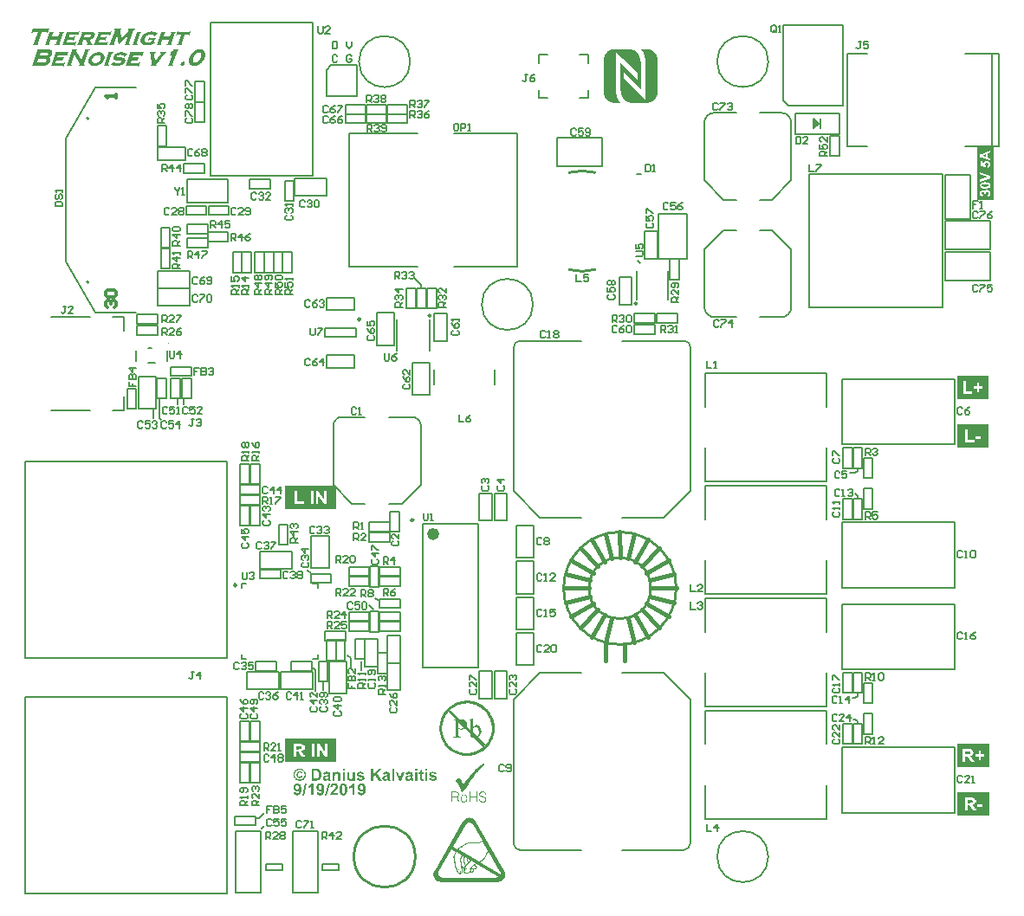
<source format=gto>
G04*
G04 #@! TF.GenerationSoftware,Altium Limited,Altium Designer,19.0.10 (269)*
G04*
G04 Layer_Color=65535*
%FSLAX25Y25*%
%MOIN*%
G70*
G01*
G75*
%ADD10C,0.01000*%
%ADD11C,0.02362*%
%ADD12C,0.00984*%
%ADD13C,0.00394*%
%ADD14C,0.00787*%
%ADD15C,0.00591*%
%ADD16C,0.00500*%
%ADD17C,0.01575*%
%ADD18C,0.01181*%
G36*
X238015Y326532D02*
X239444D01*
Y326497D01*
X239618D01*
Y326462D01*
X239792D01*
Y326427D01*
X239932D01*
Y326392D01*
X240071D01*
Y326358D01*
X240141D01*
Y326323D01*
X240245D01*
Y326288D01*
X240350D01*
Y326253D01*
X240420D01*
Y326218D01*
X240489D01*
Y326183D01*
X240594D01*
Y326148D01*
X240664D01*
Y326114D01*
X240733D01*
Y326079D01*
X240768D01*
Y326044D01*
X240838D01*
Y326009D01*
X240908D01*
Y325974D01*
X240943D01*
Y325939D01*
X241012D01*
Y325904D01*
X241082D01*
Y325869D01*
X241117D01*
Y325835D01*
X241152D01*
Y325800D01*
X241221D01*
Y325765D01*
X241256D01*
Y325730D01*
X241291D01*
Y325695D01*
X241361D01*
Y325660D01*
X241396D01*
Y325626D01*
X241430D01*
Y325591D01*
X241465D01*
Y325556D01*
X241500D01*
Y325521D01*
X241535D01*
Y325486D01*
X241570D01*
Y325451D01*
X241605D01*
Y325416D01*
X241640D01*
Y325382D01*
X241674D01*
Y325347D01*
X241709D01*
Y325312D01*
X241744D01*
Y325277D01*
X241779D01*
Y325242D01*
X241814D01*
Y325207D01*
X241849D01*
Y325172D01*
X241884D01*
Y325138D01*
X241918D01*
Y325103D01*
Y325068D01*
X241953D01*
Y325033D01*
X241988D01*
Y324998D01*
X242023D01*
Y324963D01*
Y324928D01*
X242058D01*
Y324894D01*
X242093D01*
Y324859D01*
X242128D01*
Y324824D01*
Y324789D01*
X242162D01*
Y324754D01*
Y324719D01*
X242197D01*
Y324685D01*
X242232D01*
Y324650D01*
Y324615D01*
X242267D01*
Y324580D01*
Y324545D01*
X242302D01*
Y324510D01*
X242337D01*
Y324475D01*
Y324441D01*
X242372D01*
Y324406D01*
Y324371D01*
X242407D01*
Y324336D01*
Y324301D01*
Y324266D01*
X242441D01*
Y324231D01*
Y324197D01*
X242476D01*
Y324162D01*
Y324127D01*
X242511D01*
Y324092D01*
Y324057D01*
Y324022D01*
X242546D01*
Y323987D01*
Y323953D01*
Y323918D01*
X242581D01*
Y323883D01*
Y323848D01*
Y323813D01*
X242616D01*
Y323778D01*
Y323743D01*
Y323709D01*
X242651D01*
Y323674D01*
Y323639D01*
Y323604D01*
Y323569D01*
X242685D01*
Y323534D01*
Y323499D01*
Y323464D01*
Y323430D01*
Y323395D01*
X242720D01*
Y323360D01*
Y323325D01*
Y323290D01*
Y323255D01*
Y323220D01*
Y323186D01*
Y323151D01*
X242755D01*
Y323116D01*
Y323081D01*
Y323046D01*
Y323011D01*
Y322976D01*
Y322942D01*
Y322907D01*
Y322872D01*
Y322837D01*
Y322802D01*
Y322767D01*
Y322732D01*
Y322698D01*
Y322663D01*
Y322628D01*
Y322593D01*
Y322558D01*
Y322523D01*
Y322489D01*
Y322454D01*
Y322419D01*
Y322384D01*
Y322349D01*
Y322314D01*
Y322279D01*
Y322245D01*
Y322210D01*
Y322175D01*
Y322140D01*
Y322105D01*
Y322070D01*
Y322035D01*
Y322001D01*
Y321966D01*
Y321931D01*
Y321896D01*
Y321861D01*
Y321826D01*
Y321791D01*
Y321757D01*
Y321722D01*
Y321687D01*
Y321652D01*
Y321617D01*
Y321582D01*
Y321548D01*
Y321513D01*
Y321478D01*
Y321443D01*
Y321408D01*
Y321373D01*
Y321338D01*
Y321304D01*
Y321269D01*
Y321234D01*
Y321199D01*
Y321164D01*
Y321129D01*
Y321094D01*
Y321059D01*
Y321025D01*
Y320990D01*
Y320955D01*
Y320920D01*
Y320885D01*
Y320850D01*
Y320815D01*
Y320781D01*
Y320746D01*
Y320711D01*
Y320676D01*
Y320641D01*
Y320606D01*
Y320571D01*
Y320537D01*
Y320502D01*
Y320467D01*
Y320432D01*
Y320397D01*
Y320362D01*
Y320327D01*
Y320293D01*
Y320258D01*
Y320223D01*
Y320188D01*
Y320153D01*
Y320118D01*
Y320083D01*
Y320049D01*
Y320014D01*
Y319979D01*
Y319944D01*
Y319909D01*
Y319874D01*
Y319840D01*
Y319805D01*
Y319770D01*
Y319735D01*
Y319700D01*
Y319665D01*
Y319630D01*
Y319596D01*
Y319561D01*
Y319526D01*
Y319491D01*
Y319456D01*
Y319421D01*
Y319386D01*
Y319352D01*
Y319317D01*
Y319282D01*
Y319247D01*
Y319212D01*
Y319177D01*
Y319142D01*
Y319108D01*
Y319073D01*
Y319038D01*
Y319003D01*
Y318968D01*
Y318933D01*
Y318899D01*
Y318864D01*
Y318829D01*
Y318794D01*
Y318759D01*
Y318724D01*
Y318689D01*
Y318654D01*
Y318620D01*
Y318585D01*
Y318550D01*
Y318515D01*
Y318480D01*
Y318445D01*
Y318410D01*
Y318376D01*
Y318341D01*
Y318306D01*
Y318271D01*
Y318236D01*
Y318201D01*
Y318166D01*
Y318132D01*
Y318097D01*
Y318062D01*
Y318027D01*
Y317992D01*
Y317957D01*
Y317922D01*
Y317888D01*
Y317853D01*
Y317818D01*
Y317783D01*
Y317748D01*
Y317713D01*
Y317678D01*
Y317644D01*
Y317609D01*
Y317574D01*
Y317539D01*
Y317504D01*
Y317469D01*
Y317435D01*
Y317400D01*
Y317365D01*
Y317330D01*
Y317295D01*
Y317260D01*
Y317225D01*
Y317191D01*
Y317156D01*
Y317121D01*
Y317086D01*
Y317051D01*
Y317016D01*
Y316981D01*
Y316947D01*
Y316912D01*
Y316877D01*
Y316842D01*
Y316807D01*
Y316772D01*
Y316737D01*
Y316703D01*
Y316668D01*
Y316633D01*
Y316598D01*
Y316563D01*
Y316528D01*
Y316493D01*
Y316459D01*
Y316424D01*
Y316389D01*
Y316354D01*
Y316319D01*
Y316284D01*
Y316249D01*
Y316215D01*
Y316180D01*
Y316145D01*
Y316110D01*
Y316075D01*
Y316040D01*
Y316005D01*
Y315971D01*
Y315936D01*
Y315901D01*
Y315866D01*
Y315831D01*
Y315796D01*
Y315761D01*
Y315727D01*
Y315692D01*
Y315657D01*
Y315622D01*
Y315587D01*
Y315552D01*
Y315517D01*
Y315483D01*
Y315448D01*
Y315413D01*
Y315378D01*
Y315343D01*
Y315308D01*
Y315273D01*
Y315239D01*
Y315204D01*
Y315169D01*
Y315134D01*
Y315099D01*
Y315064D01*
Y315030D01*
Y314995D01*
Y314960D01*
Y314925D01*
Y314890D01*
Y314855D01*
Y314820D01*
Y314786D01*
Y314751D01*
Y314716D01*
Y314681D01*
Y314646D01*
Y314611D01*
Y314576D01*
Y314542D01*
Y314507D01*
Y314472D01*
Y314437D01*
Y314402D01*
Y314367D01*
Y314332D01*
Y314298D01*
Y314263D01*
Y314228D01*
Y314193D01*
Y314158D01*
Y314123D01*
Y314088D01*
Y314054D01*
Y314019D01*
Y313984D01*
Y313949D01*
Y313914D01*
Y313879D01*
Y313844D01*
Y313810D01*
Y313775D01*
Y313740D01*
Y313705D01*
Y313670D01*
Y313635D01*
Y313600D01*
Y313566D01*
Y313531D01*
Y313496D01*
Y313461D01*
Y313426D01*
Y313391D01*
Y313356D01*
Y313322D01*
Y313287D01*
Y313252D01*
Y313217D01*
Y313182D01*
Y313147D01*
Y313112D01*
Y313078D01*
Y313043D01*
Y313008D01*
Y312973D01*
Y312938D01*
Y312903D01*
Y312868D01*
Y312834D01*
Y312799D01*
Y312764D01*
Y312729D01*
Y312694D01*
Y312659D01*
Y312625D01*
Y312590D01*
Y312555D01*
Y312520D01*
Y312485D01*
Y312450D01*
Y312415D01*
Y312381D01*
Y312346D01*
Y312311D01*
Y312276D01*
Y312241D01*
Y312206D01*
Y312171D01*
Y312137D01*
Y312102D01*
Y312067D01*
Y312032D01*
Y311997D01*
Y311962D01*
Y311927D01*
Y311893D01*
Y311858D01*
Y311823D01*
Y311788D01*
Y311753D01*
Y311718D01*
Y311683D01*
Y311649D01*
Y311614D01*
Y311579D01*
Y311544D01*
Y311509D01*
Y311474D01*
Y311439D01*
Y311404D01*
Y311370D01*
Y311335D01*
Y311300D01*
Y311265D01*
Y311230D01*
Y311195D01*
Y311161D01*
Y311126D01*
Y311091D01*
Y311056D01*
Y311021D01*
Y310986D01*
Y310951D01*
Y310917D01*
Y310882D01*
Y310847D01*
Y310812D01*
Y310777D01*
Y310742D01*
Y310707D01*
Y310673D01*
Y310638D01*
Y310603D01*
Y310568D01*
Y310533D01*
Y310498D01*
Y310464D01*
Y310429D01*
Y310394D01*
Y310359D01*
Y310324D01*
Y310289D01*
Y310254D01*
Y310220D01*
Y310185D01*
Y310150D01*
Y310115D01*
Y310080D01*
Y310045D01*
Y310010D01*
Y309976D01*
Y309941D01*
Y309906D01*
Y309871D01*
Y309836D01*
Y309801D01*
Y309766D01*
Y309732D01*
Y309697D01*
Y309662D01*
Y309627D01*
Y309592D01*
Y309557D01*
Y309522D01*
Y309488D01*
Y309453D01*
Y309418D01*
Y309383D01*
Y309348D01*
X242720D01*
Y309313D01*
Y309278D01*
Y309243D01*
Y309209D01*
Y309174D01*
Y309139D01*
X242685D01*
Y309104D01*
Y309069D01*
Y309034D01*
Y308999D01*
Y308965D01*
X242651D01*
Y308930D01*
Y308895D01*
Y308860D01*
Y308825D01*
X242616D01*
Y308790D01*
Y308755D01*
Y308721D01*
X242581D01*
Y308686D01*
Y308651D01*
Y308616D01*
X242546D01*
Y308581D01*
Y308546D01*
Y308511D01*
X242511D01*
Y308477D01*
Y308442D01*
Y308407D01*
X242476D01*
Y308372D01*
Y308337D01*
X242441D01*
Y308302D01*
Y308267D01*
X242407D01*
Y308233D01*
Y308198D01*
Y308163D01*
X242372D01*
Y308128D01*
X242337D01*
Y308093D01*
Y308058D01*
X242302D01*
Y308024D01*
Y307989D01*
X242267D01*
Y307954D01*
Y307919D01*
X242232D01*
Y307884D01*
Y307849D01*
X242197D01*
Y307814D01*
X242162D01*
Y307780D01*
Y307745D01*
X242128D01*
Y307710D01*
X242093D01*
Y307675D01*
Y307640D01*
X242058D01*
Y307605D01*
X242023D01*
Y307570D01*
Y307536D01*
X241988D01*
Y307501D01*
X241953D01*
Y307466D01*
X241918D01*
Y307431D01*
X241884D01*
Y307396D01*
Y307361D01*
X241849D01*
Y307327D01*
X241814D01*
Y307292D01*
X241779D01*
Y307257D01*
X241744D01*
Y307222D01*
X241709D01*
Y307187D01*
X241674D01*
Y307152D01*
X241640D01*
Y307117D01*
X241605D01*
Y307083D01*
X241570D01*
Y307048D01*
X241535D01*
Y307013D01*
X241500D01*
Y306978D01*
X241465D01*
Y306943D01*
X241430D01*
Y306908D01*
X241396D01*
Y306873D01*
X241326D01*
Y306838D01*
X241291D01*
Y306804D01*
X241256D01*
Y306769D01*
X241221D01*
Y306734D01*
X241152D01*
Y306699D01*
X241117D01*
Y306664D01*
X241047D01*
Y306629D01*
X241012D01*
Y306594D01*
X240943D01*
Y306560D01*
X240908D01*
Y306525D01*
X240838D01*
Y306490D01*
X240768D01*
Y306455D01*
X240699D01*
Y306420D01*
X240664D01*
Y306385D01*
X240594D01*
Y306350D01*
X240489D01*
Y306316D01*
X240420D01*
Y306281D01*
X240350D01*
Y306246D01*
X240245D01*
Y306211D01*
X240141D01*
Y306176D01*
X240036D01*
Y306141D01*
X239932D01*
Y306106D01*
X239792D01*
Y306072D01*
X239618D01*
Y306037D01*
X239409D01*
Y306002D01*
X234006D01*
Y305967D01*
X232368D01*
Y306002D01*
X232229D01*
Y306037D01*
X232089D01*
Y306072D01*
X231950D01*
Y306106D01*
X231810D01*
Y306141D01*
X231706D01*
Y306176D01*
X231601D01*
Y306211D01*
X231497D01*
Y306246D01*
X231392D01*
Y306281D01*
X231288D01*
Y306316D01*
X231218D01*
Y306350D01*
X231148D01*
Y306385D01*
X231079D01*
Y306420D01*
X231009D01*
Y306455D01*
X230939D01*
Y306490D01*
X230869D01*
Y306525D01*
X230800D01*
Y306560D01*
X230730D01*
Y306594D01*
X230695D01*
Y306629D01*
X230625D01*
Y306664D01*
X230591D01*
Y306699D01*
X230521D01*
Y306734D01*
X230486D01*
Y306769D01*
X230416D01*
Y306804D01*
X230381D01*
Y306838D01*
X230346D01*
Y306873D01*
X230312D01*
Y306908D01*
X230277D01*
Y306943D01*
X230207D01*
Y306978D01*
X230172D01*
Y307013D01*
X230137D01*
Y307048D01*
X230102D01*
Y307083D01*
X230068D01*
Y307117D01*
X230033D01*
Y307152D01*
X229998D01*
Y307187D01*
Y307222D01*
X229963D01*
Y307257D01*
X229928D01*
Y307292D01*
X229893D01*
Y307327D01*
X229858D01*
Y307361D01*
X229824D01*
Y307396D01*
X229789D01*
Y307431D01*
Y307466D01*
X229754D01*
Y307501D01*
X229719D01*
Y307536D01*
X229684D01*
Y307570D01*
Y307605D01*
X229649D01*
Y307640D01*
X229614D01*
Y307675D01*
Y307710D01*
X229580D01*
Y307745D01*
Y307780D01*
X229545D01*
Y307814D01*
X229510D01*
Y307849D01*
Y307884D01*
X229475D01*
Y307919D01*
Y307954D01*
X229440D01*
Y307989D01*
Y308024D01*
X229405D01*
Y308058D01*
Y308093D01*
X229371D01*
Y308128D01*
Y308163D01*
X229336D01*
Y308198D01*
Y308233D01*
X229301D01*
Y308267D01*
Y308302D01*
X229266D01*
Y308337D01*
Y308372D01*
X229231D01*
Y308407D01*
Y308442D01*
X229196D01*
Y308477D01*
Y308511D01*
Y308546D01*
X229161D01*
Y308581D01*
Y308616D01*
X229127D01*
Y308651D01*
Y308686D01*
Y308721D01*
X229092D01*
Y308755D01*
Y308790D01*
Y308825D01*
X229057D01*
Y308860D01*
Y308895D01*
Y308930D01*
X229022D01*
Y308965D01*
Y308999D01*
Y309034D01*
X228987D01*
Y309069D01*
Y309104D01*
Y309139D01*
Y309174D01*
X228952D01*
Y309209D01*
Y309243D01*
Y309278D01*
X228917D01*
Y309313D01*
Y309348D01*
Y309383D01*
Y309418D01*
X228883D01*
Y309453D01*
Y309488D01*
Y309522D01*
Y309557D01*
X228848D01*
Y309592D01*
Y309627D01*
Y309662D01*
Y309697D01*
X228813D01*
Y309732D01*
Y309766D01*
Y309801D01*
Y309836D01*
Y309871D01*
X228778D01*
Y309906D01*
Y309941D01*
Y309976D01*
Y310010D01*
Y310045D01*
X228743D01*
Y310080D01*
Y310115D01*
Y310150D01*
Y310185D01*
Y310220D01*
Y310254D01*
X228708D01*
Y310289D01*
Y310324D01*
Y310359D01*
Y310394D01*
Y310429D01*
Y310464D01*
X228674D01*
Y310498D01*
Y310533D01*
Y310568D01*
Y310603D01*
Y310638D01*
Y310673D01*
Y310707D01*
X228639D01*
Y310742D01*
Y310777D01*
Y310812D01*
Y310847D01*
Y310882D01*
Y310917D01*
Y310951D01*
X228604D01*
Y310986D01*
Y311021D01*
Y311056D01*
Y311091D01*
Y311126D01*
Y311161D01*
Y311195D01*
Y311230D01*
Y311265D01*
X228569D01*
Y311300D01*
Y311335D01*
Y311370D01*
Y311404D01*
Y311439D01*
Y311474D01*
Y311509D01*
Y311544D01*
Y311579D01*
Y311614D01*
X228534D01*
Y311649D01*
Y311683D01*
Y311718D01*
Y311753D01*
Y311788D01*
Y311823D01*
Y311858D01*
Y311893D01*
Y311927D01*
Y311962D01*
Y311997D01*
Y312032D01*
Y312067D01*
Y312102D01*
X228499D01*
Y312137D01*
Y312171D01*
Y312206D01*
Y312241D01*
Y312276D01*
Y312311D01*
Y312346D01*
Y312381D01*
Y312415D01*
Y312450D01*
Y312485D01*
Y312520D01*
Y312555D01*
Y312590D01*
Y312625D01*
Y312659D01*
Y312694D01*
Y312729D01*
X228464D01*
Y312764D01*
Y312799D01*
Y312834D01*
Y312868D01*
Y312903D01*
Y312938D01*
Y312973D01*
Y313008D01*
Y313043D01*
Y313078D01*
Y313112D01*
Y313147D01*
Y313182D01*
Y313217D01*
Y313252D01*
Y313287D01*
Y313322D01*
Y313356D01*
Y313391D01*
Y313426D01*
Y313461D01*
Y313496D01*
Y313531D01*
Y313566D01*
Y313600D01*
Y313635D01*
Y313670D01*
Y313705D01*
Y313740D01*
Y313775D01*
Y313810D01*
Y313844D01*
Y313879D01*
Y313914D01*
Y313949D01*
Y313984D01*
Y314019D01*
Y314054D01*
Y314088D01*
Y314123D01*
Y314158D01*
Y314193D01*
Y314228D01*
Y314263D01*
Y314298D01*
Y314332D01*
Y314367D01*
Y314402D01*
Y314437D01*
Y314472D01*
Y314507D01*
Y314542D01*
Y314576D01*
Y314611D01*
Y314646D01*
Y314681D01*
Y314716D01*
Y314751D01*
Y314786D01*
Y314820D01*
Y314855D01*
Y314890D01*
Y314925D01*
Y314960D01*
Y314995D01*
Y315030D01*
Y315064D01*
Y315099D01*
Y315134D01*
Y315169D01*
Y315204D01*
Y315239D01*
Y315273D01*
Y315308D01*
Y315343D01*
Y315378D01*
Y315413D01*
Y315448D01*
Y315483D01*
Y315517D01*
Y315552D01*
Y315587D01*
Y315622D01*
Y315657D01*
Y315692D01*
Y315727D01*
Y315761D01*
Y315796D01*
Y315831D01*
Y315866D01*
Y315901D01*
Y315936D01*
Y315971D01*
Y316005D01*
Y316040D01*
Y316075D01*
Y316110D01*
Y316145D01*
Y316180D01*
Y316215D01*
Y316249D01*
Y316284D01*
Y316319D01*
Y316354D01*
Y316389D01*
Y316424D01*
Y316459D01*
Y316493D01*
Y316528D01*
Y316563D01*
Y316598D01*
Y316633D01*
Y316668D01*
Y316703D01*
Y316737D01*
Y316772D01*
Y316807D01*
Y316842D01*
Y316877D01*
Y316912D01*
Y316947D01*
Y316981D01*
Y317016D01*
Y317051D01*
Y317086D01*
Y317121D01*
Y317156D01*
Y317191D01*
Y317225D01*
Y317260D01*
Y317295D01*
Y317330D01*
Y317365D01*
Y317400D01*
Y317435D01*
Y317469D01*
Y317504D01*
Y317539D01*
Y317574D01*
Y317609D01*
Y317644D01*
Y317678D01*
Y317713D01*
Y317748D01*
Y317783D01*
Y317818D01*
Y317853D01*
Y317888D01*
Y317922D01*
Y317957D01*
Y317992D01*
Y318027D01*
Y318062D01*
Y318097D01*
Y318132D01*
Y318166D01*
Y318201D01*
Y318236D01*
Y318271D01*
Y318306D01*
Y318341D01*
Y318376D01*
Y318410D01*
Y318445D01*
Y318480D01*
Y318515D01*
Y318550D01*
Y318585D01*
Y318620D01*
Y318654D01*
Y318689D01*
Y318724D01*
Y318759D01*
Y318794D01*
Y318829D01*
Y318864D01*
Y318899D01*
Y318933D01*
Y318968D01*
Y319003D01*
Y319038D01*
Y319073D01*
Y319108D01*
Y319142D01*
Y319177D01*
Y319212D01*
Y319247D01*
Y319282D01*
Y319317D01*
Y319352D01*
Y319386D01*
Y319421D01*
Y319456D01*
Y319491D01*
Y319526D01*
Y319561D01*
Y319596D01*
Y319630D01*
Y319665D01*
Y319700D01*
Y319735D01*
Y319770D01*
Y319805D01*
Y319840D01*
Y319874D01*
Y319909D01*
Y319944D01*
Y319979D01*
Y320014D01*
Y320049D01*
Y320083D01*
Y320118D01*
Y320153D01*
Y320188D01*
Y320223D01*
Y320258D01*
Y320293D01*
Y320327D01*
Y320362D01*
Y320397D01*
Y320432D01*
Y320467D01*
Y320502D01*
Y320537D01*
Y320571D01*
Y320606D01*
Y320641D01*
Y320676D01*
Y320711D01*
Y320746D01*
Y320781D01*
Y320815D01*
Y320850D01*
Y320885D01*
Y320920D01*
Y320955D01*
Y320990D01*
Y321025D01*
Y321059D01*
Y321094D01*
Y321129D01*
Y321164D01*
Y321199D01*
Y321234D01*
Y321269D01*
Y321304D01*
Y321338D01*
X228499D01*
Y321304D01*
X228534D01*
Y321269D01*
X228569D01*
Y321234D01*
X228604D01*
Y321199D01*
X228639D01*
Y321164D01*
X228674D01*
Y321129D01*
X228708D01*
Y321094D01*
X228743D01*
Y321059D01*
X228778D01*
Y321025D01*
X228813D01*
Y320990D01*
X228848D01*
Y320955D01*
X228883D01*
Y320920D01*
X228917D01*
Y320885D01*
X228952D01*
Y320850D01*
X228987D01*
Y320815D01*
X229022D01*
Y320781D01*
X229057D01*
Y320746D01*
X229092D01*
Y320711D01*
X229127D01*
Y320676D01*
X229161D01*
Y320641D01*
X229196D01*
Y320606D01*
X229231D01*
Y320571D01*
X229266D01*
Y320537D01*
X229301D01*
Y320502D01*
X229336D01*
Y320467D01*
X229371D01*
Y320432D01*
X229405D01*
Y320397D01*
X229440D01*
Y320362D01*
X229475D01*
Y320327D01*
X229510D01*
Y320293D01*
X229545D01*
Y320258D01*
X229580D01*
Y320223D01*
X229614D01*
Y320188D01*
X229649D01*
Y320153D01*
X229684D01*
Y320118D01*
X229719D01*
Y320083D01*
X229754D01*
Y320049D01*
X229789D01*
Y320014D01*
X229824D01*
Y319979D01*
X229858D01*
Y319944D01*
X229893D01*
Y319909D01*
X229928D01*
Y319874D01*
X229963D01*
Y319840D01*
X229998D01*
Y319805D01*
X230033D01*
Y319770D01*
X230068D01*
Y319735D01*
X230102D01*
Y319700D01*
X230137D01*
Y319665D01*
X230172D01*
Y319630D01*
X230207D01*
Y319596D01*
X230242D01*
Y319561D01*
X230277D01*
Y319526D01*
X230312D01*
Y319491D01*
X230346D01*
Y319456D01*
X230381D01*
Y319421D01*
X230416D01*
Y319386D01*
X230451D01*
Y319352D01*
X230486D01*
Y319317D01*
X230521D01*
Y319282D01*
X230556D01*
Y319247D01*
X230591D01*
Y319212D01*
X230625D01*
Y319177D01*
X230660D01*
Y319142D01*
X230695D01*
Y319108D01*
X230730D01*
Y319073D01*
X230765D01*
Y319038D01*
X230800D01*
Y319003D01*
X230835D01*
Y318968D01*
X230869D01*
Y318933D01*
X230904D01*
Y318899D01*
X230939D01*
Y318864D01*
X230974D01*
Y318829D01*
X231009D01*
Y318794D01*
X231044D01*
Y318759D01*
X231079D01*
Y318724D01*
X231113D01*
Y318689D01*
X231148D01*
Y318654D01*
X231183D01*
Y318620D01*
X231218D01*
Y318585D01*
X231253D01*
Y318550D01*
X231288D01*
Y318515D01*
X231322D01*
Y318480D01*
X231357D01*
Y318445D01*
X231392D01*
Y318410D01*
X231427D01*
Y318376D01*
X231462D01*
Y318341D01*
X231497D01*
Y318306D01*
X231532D01*
Y318271D01*
X231566D01*
Y318236D01*
X231601D01*
Y318201D01*
X231636D01*
Y318166D01*
X231671D01*
Y318132D01*
X231706D01*
Y318097D01*
X231741D01*
Y318062D01*
X231776D01*
Y318027D01*
X231810D01*
Y317992D01*
X231845D01*
Y317957D01*
X231880D01*
Y317922D01*
X231915D01*
Y317888D01*
X231950D01*
Y317853D01*
X231985D01*
Y317818D01*
X232020D01*
Y317783D01*
X232054D01*
Y317748D01*
X232089D01*
Y317713D01*
X232124D01*
Y317678D01*
X232159D01*
Y317644D01*
X232229D01*
Y317609D01*
X232263D01*
Y317574D01*
X232298D01*
Y317539D01*
X232333D01*
Y317504D01*
X232368D01*
Y317469D01*
X232403D01*
Y317435D01*
X232438D01*
Y317400D01*
X232473D01*
Y317365D01*
X232507D01*
Y317330D01*
X232542D01*
Y317295D01*
X232577D01*
Y317260D01*
X232612D01*
Y317225D01*
X232647D01*
Y317191D01*
X232682D01*
Y317156D01*
X232717D01*
Y317121D01*
X232751D01*
Y317086D01*
X232786D01*
Y317051D01*
X232821D01*
Y317016D01*
X232856D01*
Y316981D01*
X232891D01*
Y316947D01*
X232926D01*
Y316912D01*
X232961D01*
Y316877D01*
X232996D01*
Y316842D01*
X233030D01*
Y316807D01*
X233065D01*
Y316772D01*
X233100D01*
Y316737D01*
X233135D01*
Y316703D01*
X233170D01*
Y316668D01*
X233205D01*
Y316633D01*
X233240D01*
Y316598D01*
X233274D01*
Y316563D01*
X233309D01*
Y316528D01*
X233344D01*
Y316493D01*
X233379D01*
Y316459D01*
X233414D01*
Y316424D01*
X233449D01*
Y316389D01*
X233484D01*
Y316354D01*
X233518D01*
Y316319D01*
X233553D01*
Y316284D01*
X233588D01*
Y316249D01*
X233623D01*
Y316215D01*
X233658D01*
Y316180D01*
X233693D01*
Y316145D01*
X233728D01*
Y316110D01*
X233762D01*
Y316075D01*
X233797D01*
Y316040D01*
X233832D01*
Y316005D01*
X233867D01*
Y315971D01*
X233902D01*
Y315936D01*
X233937D01*
Y315901D01*
X233972D01*
Y315866D01*
X234006D01*
Y315831D01*
X234041D01*
Y315796D01*
X234076D01*
Y315761D01*
X234111D01*
Y315727D01*
X234146D01*
Y315692D01*
X234181D01*
Y315657D01*
X234215D01*
Y315622D01*
X234250D01*
Y315587D01*
X234285D01*
Y315552D01*
X234320D01*
Y315517D01*
X234355D01*
Y315483D01*
X234390D01*
Y315448D01*
X234425D01*
Y315413D01*
X234459D01*
Y315378D01*
X234494D01*
Y315343D01*
X234529D01*
Y315308D01*
X234564D01*
Y315273D01*
X234599D01*
Y315239D01*
X234634D01*
Y315204D01*
X234669D01*
Y315169D01*
X234703D01*
Y315134D01*
X234738D01*
Y315099D01*
X234773D01*
Y315064D01*
X234808D01*
Y315030D01*
X234843D01*
Y314995D01*
X234878D01*
Y314960D01*
X234913D01*
Y314925D01*
X234947D01*
Y314890D01*
X234982D01*
Y314855D01*
X235052D01*
Y314890D01*
Y314925D01*
Y314960D01*
Y314995D01*
Y315030D01*
Y315064D01*
Y315099D01*
Y315134D01*
Y315169D01*
Y315204D01*
Y315239D01*
Y315273D01*
Y315308D01*
Y315343D01*
Y315378D01*
Y315413D01*
Y315448D01*
Y315483D01*
Y315517D01*
Y315552D01*
Y315587D01*
Y315622D01*
Y315657D01*
Y315692D01*
Y315727D01*
Y315761D01*
Y315796D01*
Y315831D01*
Y315866D01*
Y315901D01*
Y315936D01*
Y315971D01*
Y316005D01*
Y316040D01*
Y316075D01*
Y316110D01*
Y316145D01*
Y316180D01*
Y316215D01*
Y316249D01*
Y316284D01*
Y316319D01*
Y316354D01*
Y316389D01*
Y316424D01*
Y316459D01*
Y316493D01*
Y316528D01*
Y316563D01*
Y316598D01*
Y316633D01*
Y316668D01*
Y316703D01*
Y316737D01*
Y316772D01*
Y316807D01*
Y316842D01*
Y316877D01*
Y316912D01*
Y316947D01*
Y316981D01*
Y317016D01*
Y317051D01*
Y317086D01*
Y317121D01*
Y317156D01*
Y317191D01*
Y317225D01*
Y317260D01*
Y317295D01*
Y317330D01*
Y317365D01*
Y317400D01*
X235017D01*
Y317435D01*
X234982D01*
Y317469D01*
X234947D01*
Y317504D01*
X234913D01*
Y317539D01*
X234878D01*
Y317574D01*
X234843D01*
Y317609D01*
X234808D01*
Y317644D01*
X234773D01*
Y317678D01*
X234738D01*
Y317713D01*
X234703D01*
Y317748D01*
X234669D01*
Y317783D01*
X234634D01*
Y317818D01*
X234599D01*
Y317853D01*
X234564D01*
Y317888D01*
X234529D01*
Y317922D01*
X234494D01*
Y317957D01*
X234459D01*
Y317992D01*
X234425D01*
Y318027D01*
X234390D01*
Y318062D01*
X234355D01*
Y318097D01*
X234320D01*
Y318132D01*
X234285D01*
Y318166D01*
X234250D01*
Y318201D01*
X234215D01*
Y318236D01*
X234181D01*
Y318271D01*
X234146D01*
Y318306D01*
X234111D01*
Y318341D01*
X234076D01*
Y318376D01*
X234041D01*
Y318410D01*
X234006D01*
Y318445D01*
X233972D01*
Y318480D01*
X233937D01*
Y318515D01*
X233902D01*
Y318550D01*
X233867D01*
Y318585D01*
X233832D01*
Y318620D01*
X233797D01*
Y318654D01*
X233762D01*
Y318689D01*
X233728D01*
Y318724D01*
X233693D01*
Y318759D01*
X233658D01*
Y318794D01*
X233623D01*
Y318829D01*
X233588D01*
Y318864D01*
X233553D01*
Y318899D01*
X233518D01*
Y318933D01*
X233449D01*
Y318968D01*
X233414D01*
Y319003D01*
X233379D01*
Y319038D01*
X233344D01*
Y319073D01*
X233309D01*
Y319108D01*
X233274D01*
Y319142D01*
X233240D01*
Y319177D01*
X233205D01*
Y319212D01*
X233170D01*
Y319247D01*
X233135D01*
Y319282D01*
X233100D01*
Y319317D01*
X233065D01*
Y319352D01*
X233030D01*
Y319386D01*
X232996D01*
Y319421D01*
X232961D01*
Y319456D01*
X232926D01*
Y319491D01*
X232891D01*
Y319526D01*
X232856D01*
Y319561D01*
X232821D01*
Y319596D01*
X232786D01*
Y319630D01*
X232751D01*
Y319665D01*
X232717D01*
Y319700D01*
X232682D01*
Y319735D01*
X232647D01*
Y319770D01*
X232612D01*
Y319805D01*
X232577D01*
Y319840D01*
X232542D01*
Y319874D01*
X232507D01*
Y319909D01*
X232473D01*
Y319944D01*
X232438D01*
Y319979D01*
X232403D01*
Y320014D01*
X232368D01*
Y320049D01*
X232333D01*
Y320083D01*
X232298D01*
Y320118D01*
X232263D01*
Y320153D01*
X232229D01*
Y320188D01*
X232194D01*
Y320223D01*
X232159D01*
Y320258D01*
X232124D01*
Y320293D01*
X232089D01*
Y320327D01*
X232054D01*
Y320362D01*
X232020D01*
Y320397D01*
X231985D01*
Y320432D01*
X231950D01*
Y320467D01*
X231915D01*
Y320502D01*
X231880D01*
Y320537D01*
X231845D01*
Y320571D01*
X231810D01*
Y320606D01*
X231776D01*
Y320641D01*
X231741D01*
Y320676D01*
X231706D01*
Y320711D01*
X231671D01*
Y320746D01*
X231636D01*
Y320781D01*
X231601D01*
Y320815D01*
X231566D01*
Y320850D01*
X231532D01*
Y320885D01*
X231497D01*
Y320920D01*
X231462D01*
Y320955D01*
X231427D01*
Y320990D01*
X231392D01*
Y321025D01*
X231357D01*
Y321059D01*
X231322D01*
Y321094D01*
X231288D01*
Y321129D01*
X231253D01*
Y321164D01*
X231218D01*
Y321199D01*
X231183D01*
Y321234D01*
X231148D01*
Y321269D01*
X231113D01*
Y321304D01*
X231079D01*
Y321338D01*
X231044D01*
Y321373D01*
X231009D01*
Y321408D01*
X230974D01*
Y321443D01*
X230939D01*
Y321478D01*
X230904D01*
Y321513D01*
X230869D01*
Y321548D01*
X230835D01*
Y321582D01*
X230800D01*
Y321617D01*
X230765D01*
Y321652D01*
X230730D01*
Y321687D01*
X230695D01*
Y321722D01*
X230660D01*
Y321757D01*
X230625D01*
Y321791D01*
X230591D01*
Y321826D01*
X230556D01*
Y321861D01*
X230521D01*
Y321896D01*
X230486D01*
Y321931D01*
X230451D01*
Y321966D01*
X230416D01*
Y322001D01*
X230381D01*
Y322035D01*
X230346D01*
Y322070D01*
X230312D01*
Y322105D01*
X230277D01*
Y322140D01*
X230242D01*
Y322175D01*
X230207D01*
Y322210D01*
X230172D01*
Y322245D01*
X230137D01*
Y322279D01*
X230102D01*
Y322314D01*
X230068D01*
Y322349D01*
X230033D01*
Y322384D01*
X229998D01*
Y322419D01*
X229963D01*
Y322454D01*
X229928D01*
Y322489D01*
X229893D01*
Y322523D01*
X229858D01*
Y322558D01*
X229824D01*
Y322593D01*
X229789D01*
Y322628D01*
X229754D01*
Y322663D01*
X229719D01*
Y322698D01*
X229684D01*
Y322732D01*
X229649D01*
Y322767D01*
X229614D01*
Y322802D01*
X229545D01*
Y322837D01*
X229510D01*
Y322872D01*
X229475D01*
Y322907D01*
X229440D01*
Y322942D01*
X229405D01*
Y322976D01*
X229371D01*
Y323011D01*
X229336D01*
Y323046D01*
X229301D01*
Y323081D01*
X229266D01*
Y323116D01*
X229231D01*
Y323151D01*
X229196D01*
Y323186D01*
X229161D01*
Y323220D01*
X229127D01*
Y323255D01*
X229092D01*
Y323290D01*
X229057D01*
Y323325D01*
X229022D01*
Y323360D01*
X228987D01*
Y323395D01*
X228952D01*
Y323430D01*
X228917D01*
Y323464D01*
X228883D01*
Y323499D01*
X228848D01*
Y323534D01*
X228813D01*
Y323569D01*
X228778D01*
Y323604D01*
X228743D01*
Y323639D01*
X228708D01*
Y323674D01*
X228674D01*
Y323709D01*
X228639D01*
Y323743D01*
X228604D01*
Y323778D01*
X228569D01*
Y323813D01*
X228534D01*
Y323848D01*
X228499D01*
Y323883D01*
X228464D01*
Y323918D01*
X228430D01*
Y323953D01*
X228395D01*
Y323987D01*
X228360D01*
Y324022D01*
X228325D01*
Y324057D01*
X228290D01*
Y324092D01*
X228255D01*
Y324127D01*
X228220D01*
Y324162D01*
X228186D01*
Y324197D01*
X228151D01*
Y324231D01*
X228116D01*
Y324266D01*
X228081D01*
Y324301D01*
X228046D01*
Y324336D01*
X228011D01*
Y324371D01*
X227976D01*
Y324406D01*
X227941D01*
Y324441D01*
X227907D01*
Y324475D01*
X227872D01*
Y324510D01*
X227837D01*
Y324545D01*
X227802D01*
Y324580D01*
X227767D01*
Y324615D01*
X227732D01*
Y324650D01*
X227697D01*
Y324685D01*
X227663D01*
Y324719D01*
X227628D01*
Y324754D01*
X227593D01*
Y324789D01*
X227558D01*
Y324824D01*
X227523D01*
Y324859D01*
X227488D01*
Y324894D01*
X227453D01*
Y324928D01*
X227419D01*
Y324963D01*
X227384D01*
Y324998D01*
X227349D01*
Y325033D01*
X227314D01*
Y325068D01*
X227279D01*
Y325103D01*
X227244D01*
Y325138D01*
X227209D01*
Y325172D01*
X227175D01*
Y325207D01*
X227140D01*
Y325242D01*
X227105D01*
Y325277D01*
X227070D01*
Y325312D01*
X227035D01*
Y325347D01*
X227000D01*
Y325382D01*
X226965D01*
Y325416D01*
X226931D01*
Y325451D01*
X226896D01*
Y325486D01*
X226861D01*
Y325521D01*
X226826D01*
Y325556D01*
X226791D01*
Y325521D01*
Y325486D01*
Y325451D01*
Y325416D01*
Y325382D01*
Y325347D01*
Y325312D01*
Y325277D01*
Y325242D01*
Y325207D01*
Y325172D01*
Y325138D01*
Y325103D01*
Y325068D01*
Y325033D01*
Y324998D01*
Y324963D01*
Y324928D01*
Y324894D01*
Y324859D01*
Y324824D01*
Y324789D01*
Y324754D01*
Y324719D01*
Y324685D01*
Y324650D01*
Y324615D01*
Y324580D01*
Y324545D01*
Y324510D01*
Y324475D01*
Y324441D01*
Y324406D01*
Y324371D01*
Y324336D01*
Y324301D01*
Y324266D01*
Y324231D01*
Y324197D01*
Y324162D01*
Y324127D01*
Y324092D01*
Y324057D01*
Y324022D01*
Y323987D01*
Y323953D01*
Y323918D01*
Y323883D01*
Y323848D01*
Y323813D01*
Y323778D01*
Y323743D01*
Y323709D01*
Y323674D01*
Y323639D01*
Y323604D01*
Y323569D01*
Y323534D01*
Y323499D01*
Y323464D01*
Y323430D01*
Y323395D01*
Y323360D01*
Y323325D01*
Y323290D01*
Y323255D01*
Y323220D01*
Y323186D01*
Y323151D01*
Y323116D01*
Y323081D01*
Y323046D01*
Y323011D01*
Y322976D01*
Y322942D01*
Y322907D01*
Y322872D01*
Y322837D01*
Y322802D01*
Y322767D01*
Y322732D01*
Y322698D01*
Y322663D01*
Y322628D01*
Y322593D01*
Y322558D01*
Y322523D01*
Y322489D01*
Y322454D01*
Y322419D01*
Y322384D01*
Y322349D01*
Y322314D01*
Y322279D01*
Y322245D01*
Y322210D01*
Y322175D01*
Y322140D01*
Y322105D01*
Y322070D01*
Y322035D01*
Y322001D01*
Y321966D01*
Y321931D01*
Y321896D01*
Y321861D01*
Y321826D01*
Y321791D01*
Y321757D01*
Y321722D01*
Y321687D01*
Y321652D01*
Y321617D01*
Y321582D01*
Y321548D01*
Y321513D01*
Y321478D01*
Y321443D01*
Y321408D01*
Y321373D01*
Y321338D01*
Y321304D01*
Y321269D01*
Y321234D01*
Y321199D01*
Y321164D01*
Y321129D01*
Y321094D01*
Y321059D01*
Y321025D01*
Y320990D01*
Y320955D01*
Y320920D01*
Y320885D01*
Y320850D01*
Y320815D01*
Y320781D01*
Y320746D01*
Y320711D01*
Y320676D01*
Y320641D01*
Y320606D01*
Y320571D01*
Y320537D01*
Y320502D01*
Y320467D01*
Y320432D01*
Y320397D01*
Y320362D01*
Y320327D01*
Y320293D01*
Y320258D01*
Y320223D01*
Y320188D01*
Y320153D01*
Y320118D01*
Y320083D01*
Y320049D01*
Y320014D01*
Y319979D01*
Y319944D01*
Y319909D01*
Y319874D01*
Y319840D01*
Y319805D01*
Y319770D01*
Y319735D01*
Y319700D01*
Y319665D01*
Y319630D01*
Y319596D01*
Y319561D01*
Y319526D01*
Y319491D01*
Y319456D01*
Y319421D01*
Y319386D01*
Y319352D01*
Y319317D01*
Y319282D01*
Y319247D01*
Y319212D01*
Y319177D01*
Y319142D01*
Y319108D01*
Y319073D01*
Y319038D01*
Y319003D01*
Y318968D01*
Y318933D01*
Y318899D01*
Y318864D01*
Y318829D01*
Y318794D01*
Y318759D01*
Y318724D01*
Y318689D01*
Y318654D01*
Y318620D01*
Y318585D01*
Y318550D01*
Y318515D01*
Y318480D01*
Y318445D01*
Y318410D01*
Y318376D01*
Y318341D01*
Y318306D01*
Y318271D01*
Y318236D01*
Y318201D01*
Y318166D01*
Y318132D01*
Y318097D01*
Y318062D01*
Y318027D01*
Y317992D01*
Y317957D01*
Y317922D01*
Y317888D01*
Y317853D01*
Y317818D01*
Y317783D01*
Y317748D01*
Y317713D01*
Y317678D01*
Y317644D01*
Y317609D01*
Y317574D01*
Y317539D01*
Y317504D01*
Y317469D01*
Y317435D01*
Y317400D01*
Y317365D01*
Y317330D01*
Y317295D01*
Y317260D01*
Y317225D01*
Y317191D01*
Y317156D01*
Y317121D01*
Y317086D01*
Y317051D01*
Y317016D01*
Y316981D01*
Y316947D01*
Y316912D01*
Y316877D01*
Y316842D01*
Y316807D01*
Y316772D01*
Y316737D01*
Y316703D01*
Y316668D01*
Y316633D01*
Y316598D01*
Y316563D01*
Y316528D01*
Y316493D01*
Y316459D01*
Y316424D01*
Y316389D01*
Y316354D01*
Y316319D01*
Y316284D01*
Y316249D01*
Y316215D01*
Y316180D01*
Y316145D01*
Y316110D01*
Y316075D01*
Y316040D01*
Y316005D01*
Y315971D01*
Y315936D01*
Y315901D01*
Y315866D01*
Y315831D01*
Y315796D01*
Y315761D01*
Y315727D01*
Y315692D01*
Y315657D01*
Y315622D01*
Y315587D01*
Y315552D01*
Y315517D01*
Y315483D01*
Y315448D01*
Y315413D01*
Y315378D01*
Y315343D01*
Y315308D01*
Y315273D01*
Y315239D01*
Y315204D01*
Y315169D01*
Y315134D01*
Y315099D01*
Y315064D01*
Y315030D01*
Y314995D01*
Y314960D01*
Y314925D01*
Y314890D01*
Y314855D01*
Y314820D01*
Y314786D01*
Y314751D01*
Y314716D01*
Y314681D01*
Y314646D01*
Y314611D01*
Y314576D01*
Y314542D01*
Y314507D01*
Y314472D01*
Y314437D01*
Y314402D01*
Y314367D01*
Y314332D01*
Y314298D01*
Y314263D01*
Y314228D01*
Y314193D01*
Y314158D01*
Y314123D01*
Y314088D01*
Y314054D01*
Y314019D01*
Y313984D01*
Y313949D01*
Y313914D01*
Y313879D01*
Y313844D01*
Y313810D01*
Y313775D01*
Y313740D01*
Y313705D01*
Y313670D01*
Y313635D01*
Y313600D01*
Y313566D01*
Y313531D01*
Y313496D01*
Y313461D01*
Y313426D01*
Y313391D01*
Y313356D01*
Y313322D01*
Y313287D01*
Y313252D01*
Y313217D01*
Y313182D01*
Y313147D01*
Y313112D01*
Y313078D01*
Y313043D01*
Y313008D01*
Y312973D01*
Y312938D01*
Y312903D01*
Y312868D01*
Y312834D01*
Y312799D01*
Y312764D01*
Y312729D01*
Y312694D01*
Y312659D01*
Y312625D01*
Y312590D01*
Y312555D01*
Y312520D01*
Y312485D01*
Y312450D01*
Y312415D01*
Y312381D01*
Y312346D01*
Y312311D01*
Y312276D01*
Y312241D01*
Y312206D01*
Y312171D01*
Y312137D01*
Y312102D01*
Y312067D01*
Y312032D01*
Y311997D01*
Y311962D01*
Y311927D01*
Y311893D01*
Y311858D01*
Y311823D01*
Y311788D01*
Y311753D01*
Y311718D01*
Y311683D01*
Y311649D01*
Y311614D01*
Y311579D01*
Y311544D01*
Y311509D01*
Y311474D01*
Y311439D01*
Y311404D01*
Y311370D01*
Y311335D01*
Y311300D01*
Y311265D01*
Y311230D01*
Y311195D01*
Y311161D01*
Y311126D01*
Y311091D01*
Y311056D01*
Y311021D01*
Y310986D01*
Y310951D01*
Y310917D01*
Y310882D01*
Y310847D01*
Y310812D01*
Y310777D01*
Y310742D01*
Y310707D01*
Y310673D01*
Y310638D01*
X226826D01*
Y310603D01*
Y310568D01*
Y310533D01*
Y310498D01*
Y310464D01*
Y310429D01*
Y310394D01*
Y310359D01*
Y310324D01*
Y310289D01*
Y310254D01*
X226861D01*
Y310220D01*
Y310185D01*
Y310150D01*
Y310115D01*
Y310080D01*
Y310045D01*
Y310010D01*
Y309976D01*
Y309941D01*
Y309906D01*
X226896D01*
Y309871D01*
Y309836D01*
Y309801D01*
Y309766D01*
Y309732D01*
Y309697D01*
Y309662D01*
Y309627D01*
Y309592D01*
X226931D01*
Y309557D01*
Y309522D01*
Y309488D01*
Y309453D01*
Y309418D01*
Y309383D01*
X226965D01*
Y309348D01*
Y309313D01*
Y309278D01*
Y309243D01*
Y309209D01*
Y309174D01*
X227000D01*
Y309139D01*
Y309104D01*
Y309069D01*
Y309034D01*
Y308999D01*
Y308965D01*
X227035D01*
Y308930D01*
Y308895D01*
Y308860D01*
Y308825D01*
X227070D01*
Y308790D01*
Y308755D01*
Y308721D01*
Y308686D01*
Y308651D01*
X227105D01*
Y308616D01*
Y308581D01*
Y308546D01*
Y308511D01*
X227140D01*
Y308477D01*
Y308442D01*
Y308407D01*
X227175D01*
Y308372D01*
Y308337D01*
Y308302D01*
Y308267D01*
X227209D01*
Y308233D01*
Y308198D01*
Y308163D01*
X227244D01*
Y308128D01*
Y308093D01*
Y308058D01*
X227279D01*
Y308024D01*
Y307989D01*
Y307954D01*
X227314D01*
Y307919D01*
Y307884D01*
Y307849D01*
X227349D01*
Y307814D01*
Y307780D01*
Y307745D01*
X227384D01*
Y307710D01*
Y307675D01*
X227419D01*
Y307640D01*
Y307605D01*
Y307570D01*
X227453D01*
Y307536D01*
Y307501D01*
X227488D01*
Y307466D01*
Y307431D01*
X227523D01*
Y307396D01*
Y307361D01*
Y307327D01*
X227558D01*
Y307292D01*
Y307257D01*
X227593D01*
Y307222D01*
Y307187D01*
X227628D01*
Y307152D01*
Y307117D01*
X227663D01*
Y307083D01*
X227697D01*
Y307048D01*
Y307013D01*
X227732D01*
Y306978D01*
Y306943D01*
X227767D01*
Y306908D01*
Y306873D01*
X227802D01*
Y306838D01*
X227837D01*
Y306804D01*
Y306769D01*
X227872D01*
Y306734D01*
X227907D01*
Y306699D01*
Y306664D01*
X227941D01*
Y306629D01*
X227976D01*
Y306594D01*
X228011D01*
Y306560D01*
Y306525D01*
X228046D01*
Y306490D01*
X228081D01*
Y306455D01*
X228116D01*
Y306420D01*
X228151D01*
Y306385D01*
X228186D01*
Y306350D01*
X228220D01*
Y306316D01*
X228255D01*
Y306281D01*
X228290D01*
Y306246D01*
X228325D01*
Y306211D01*
X228360D01*
Y306176D01*
X228395D01*
Y306141D01*
X228430D01*
Y306106D01*
X228499D01*
Y306072D01*
X228534D01*
Y306037D01*
X228604D01*
Y306002D01*
X225571D01*
Y306037D01*
X225362D01*
Y306072D01*
X225188D01*
Y306106D01*
X225048D01*
Y306141D01*
X224944D01*
Y306176D01*
X224839D01*
Y306211D01*
X224735D01*
Y306246D01*
X224630D01*
Y306281D01*
X224560D01*
Y306316D01*
X224491D01*
Y306350D01*
X224386D01*
Y306385D01*
X224317D01*
Y306420D01*
X224247D01*
Y306455D01*
X224212D01*
Y306490D01*
X224142D01*
Y306525D01*
X224073D01*
Y306560D01*
X224038D01*
Y306594D01*
X223968D01*
Y306629D01*
X223898D01*
Y306664D01*
X223863D01*
Y306699D01*
X223829D01*
Y306734D01*
X223759D01*
Y306769D01*
X223724D01*
Y306804D01*
X223689D01*
Y306838D01*
X223619D01*
Y306873D01*
X223585D01*
Y306908D01*
X223550D01*
Y306943D01*
X223515D01*
Y306978D01*
X223480D01*
Y307013D01*
X223445D01*
Y307048D01*
X223410D01*
Y307083D01*
X223375D01*
Y307117D01*
X223341D01*
Y307152D01*
X223306D01*
Y307187D01*
X223271D01*
Y307222D01*
X223236D01*
Y307257D01*
X223201D01*
Y307292D01*
X223166D01*
Y307327D01*
X223131D01*
Y307361D01*
X223097D01*
Y307396D01*
X223062D01*
Y307431D01*
Y307466D01*
X223027D01*
Y307501D01*
X222992D01*
Y307536D01*
X222957D01*
Y307570D01*
Y307605D01*
X222922D01*
Y307640D01*
X222887D01*
Y307675D01*
X222853D01*
Y307710D01*
Y307745D01*
X222818D01*
Y307780D01*
X222783D01*
Y307814D01*
Y307849D01*
X222748D01*
Y307884D01*
Y307919D01*
X222713D01*
Y307954D01*
Y307989D01*
X222678D01*
Y308024D01*
X222643D01*
Y308058D01*
Y308093D01*
X222609D01*
Y308128D01*
Y308163D01*
X222574D01*
Y308198D01*
Y308233D01*
X222539D01*
Y308267D01*
Y308302D01*
Y308337D01*
X222504D01*
Y308372D01*
Y308407D01*
X222469D01*
Y308442D01*
Y308477D01*
Y308511D01*
X222434D01*
Y308546D01*
Y308581D01*
Y308616D01*
X222399D01*
Y308651D01*
Y308686D01*
Y308721D01*
X222365D01*
Y308755D01*
Y308790D01*
Y308825D01*
X222330D01*
Y308860D01*
Y308895D01*
Y308930D01*
Y308965D01*
X222295D01*
Y308999D01*
Y309034D01*
Y309069D01*
Y309104D01*
Y309139D01*
X222260D01*
Y309174D01*
Y309209D01*
Y309243D01*
Y309278D01*
Y309313D01*
Y309348D01*
X222225D01*
Y309383D01*
Y309418D01*
Y309453D01*
Y309488D01*
Y309522D01*
Y309557D01*
Y309592D01*
Y309627D01*
Y309662D01*
Y309697D01*
Y309732D01*
Y309766D01*
Y309801D01*
Y309836D01*
Y309871D01*
Y309906D01*
Y309941D01*
Y309976D01*
Y310010D01*
Y310045D01*
Y310080D01*
Y310115D01*
Y310150D01*
Y310185D01*
Y310220D01*
Y310254D01*
Y310289D01*
Y310324D01*
Y310359D01*
Y310394D01*
Y310429D01*
Y310464D01*
Y310498D01*
Y310533D01*
Y310568D01*
Y310603D01*
Y310638D01*
Y310673D01*
Y310707D01*
Y310742D01*
Y310777D01*
Y310812D01*
Y310847D01*
Y310882D01*
Y310917D01*
Y310951D01*
Y310986D01*
Y311021D01*
Y311056D01*
Y311091D01*
Y311126D01*
Y311161D01*
Y311195D01*
Y311230D01*
Y311265D01*
Y311300D01*
Y311335D01*
Y311370D01*
Y311404D01*
Y311439D01*
Y311474D01*
Y311509D01*
Y311544D01*
Y311579D01*
Y311614D01*
Y311649D01*
Y311683D01*
Y311718D01*
Y311753D01*
Y311788D01*
Y311823D01*
Y311858D01*
Y311893D01*
Y311927D01*
Y311962D01*
Y311997D01*
Y312032D01*
Y312067D01*
Y312102D01*
Y312137D01*
Y312171D01*
Y312206D01*
Y312241D01*
Y312276D01*
Y312311D01*
Y312346D01*
Y312381D01*
Y312415D01*
Y312450D01*
Y312485D01*
Y312520D01*
Y312555D01*
Y312590D01*
Y312625D01*
Y312659D01*
Y312694D01*
Y312729D01*
Y312764D01*
Y312799D01*
Y312834D01*
Y312868D01*
Y312903D01*
Y312938D01*
Y312973D01*
Y313008D01*
Y313043D01*
Y313078D01*
Y313112D01*
Y313147D01*
Y313182D01*
Y313217D01*
Y313252D01*
Y313287D01*
Y313322D01*
Y313356D01*
Y313391D01*
Y313426D01*
Y313461D01*
Y313496D01*
Y313531D01*
Y313566D01*
Y313600D01*
Y313635D01*
Y313670D01*
Y313705D01*
Y313740D01*
Y313775D01*
Y313810D01*
Y313844D01*
Y313879D01*
Y313914D01*
Y313949D01*
Y313984D01*
Y314019D01*
Y314054D01*
Y314088D01*
Y314123D01*
Y314158D01*
Y314193D01*
Y314228D01*
Y314263D01*
Y314298D01*
Y314332D01*
Y314367D01*
Y314402D01*
Y314437D01*
Y314472D01*
Y314507D01*
Y314542D01*
Y314576D01*
Y314611D01*
Y314646D01*
Y314681D01*
Y314716D01*
Y314751D01*
Y314786D01*
Y314820D01*
Y314855D01*
Y314890D01*
Y314925D01*
Y314960D01*
Y314995D01*
Y315030D01*
Y315064D01*
Y315099D01*
Y315134D01*
Y315169D01*
Y315204D01*
Y315239D01*
Y315273D01*
Y315308D01*
Y315343D01*
Y315378D01*
Y315413D01*
Y315448D01*
Y315483D01*
Y315517D01*
Y315552D01*
Y315587D01*
Y315622D01*
Y315657D01*
Y315692D01*
Y315727D01*
Y315761D01*
Y315796D01*
Y315831D01*
Y315866D01*
Y315901D01*
Y315936D01*
Y315971D01*
Y316005D01*
Y316040D01*
Y316075D01*
Y316110D01*
Y316145D01*
Y316180D01*
Y316215D01*
Y316249D01*
Y316284D01*
Y316319D01*
Y316354D01*
Y316389D01*
Y316424D01*
Y316459D01*
Y316493D01*
Y316528D01*
Y316563D01*
Y316598D01*
Y316633D01*
Y316668D01*
Y316703D01*
Y316737D01*
Y316772D01*
Y316807D01*
Y316842D01*
Y316877D01*
Y316912D01*
Y316947D01*
Y316981D01*
Y317016D01*
Y317051D01*
Y317086D01*
Y317121D01*
Y317156D01*
Y317191D01*
Y317225D01*
Y317260D01*
Y317295D01*
Y317330D01*
Y317365D01*
Y317400D01*
Y317435D01*
Y317469D01*
Y317504D01*
Y317539D01*
Y317574D01*
Y317609D01*
Y317644D01*
Y317678D01*
Y317713D01*
Y317748D01*
Y317783D01*
Y317818D01*
Y317853D01*
Y317888D01*
Y317922D01*
Y317957D01*
Y317992D01*
Y318027D01*
Y318062D01*
Y318097D01*
Y318132D01*
Y318166D01*
Y318201D01*
Y318236D01*
Y318271D01*
Y318306D01*
Y318341D01*
Y318376D01*
Y318410D01*
Y318445D01*
Y318480D01*
Y318515D01*
Y318550D01*
Y318585D01*
Y318620D01*
Y318654D01*
Y318689D01*
Y318724D01*
Y318759D01*
Y318794D01*
Y318829D01*
Y318864D01*
Y318899D01*
Y318933D01*
Y318968D01*
Y319003D01*
Y319038D01*
Y319073D01*
Y319108D01*
Y319142D01*
Y319177D01*
Y319212D01*
Y319247D01*
Y319282D01*
Y319317D01*
Y319352D01*
Y319386D01*
Y319421D01*
Y319456D01*
Y319491D01*
Y319526D01*
Y319561D01*
Y319596D01*
Y319630D01*
Y319665D01*
Y319700D01*
Y319735D01*
Y319770D01*
Y319805D01*
Y319840D01*
Y319874D01*
Y319909D01*
Y319944D01*
Y319979D01*
Y320014D01*
Y320049D01*
Y320083D01*
Y320118D01*
Y320153D01*
Y320188D01*
Y320223D01*
Y320258D01*
Y320293D01*
Y320327D01*
Y320362D01*
Y320397D01*
Y320432D01*
Y320467D01*
Y320502D01*
Y320537D01*
Y320571D01*
Y320606D01*
Y320641D01*
Y320676D01*
Y320711D01*
Y320746D01*
Y320781D01*
Y320815D01*
Y320850D01*
Y320885D01*
Y320920D01*
Y320955D01*
Y320990D01*
Y321025D01*
Y321059D01*
Y321094D01*
Y321129D01*
Y321164D01*
Y321199D01*
Y321234D01*
Y321269D01*
Y321304D01*
Y321338D01*
Y321373D01*
Y321408D01*
Y321443D01*
Y321478D01*
Y321513D01*
Y321548D01*
Y321582D01*
Y321617D01*
Y321652D01*
Y321687D01*
Y321722D01*
Y321757D01*
Y321791D01*
Y321826D01*
Y321861D01*
Y321896D01*
Y321931D01*
Y321966D01*
Y322001D01*
Y322035D01*
Y322070D01*
Y322105D01*
Y322140D01*
Y322175D01*
Y322210D01*
Y322245D01*
Y322279D01*
Y322314D01*
Y322349D01*
Y322384D01*
Y322419D01*
Y322454D01*
Y322489D01*
Y322523D01*
Y322558D01*
Y322593D01*
Y322628D01*
Y322663D01*
Y322698D01*
Y322732D01*
Y322767D01*
Y322802D01*
Y322837D01*
Y322872D01*
Y322907D01*
Y322942D01*
Y322976D01*
Y323011D01*
Y323046D01*
Y323081D01*
Y323116D01*
Y323151D01*
Y323186D01*
Y323220D01*
X222260D01*
Y323255D01*
Y323290D01*
Y323325D01*
Y323360D01*
Y323395D01*
Y323430D01*
X222295D01*
Y323464D01*
Y323499D01*
Y323534D01*
Y323569D01*
X222330D01*
Y323604D01*
Y323639D01*
Y323674D01*
Y323709D01*
X222365D01*
Y323743D01*
Y323778D01*
Y323813D01*
Y323848D01*
X222399D01*
Y323883D01*
Y323918D01*
Y323953D01*
X222434D01*
Y323987D01*
Y324022D01*
X222469D01*
Y324057D01*
Y324092D01*
Y324127D01*
X222504D01*
Y324162D01*
Y324197D01*
X222539D01*
Y324231D01*
Y324266D01*
Y324301D01*
X222574D01*
Y324336D01*
Y324371D01*
X222609D01*
Y324406D01*
Y324441D01*
X222643D01*
Y324475D01*
Y324510D01*
X222678D01*
Y324545D01*
X222713D01*
Y324580D01*
Y324615D01*
X222748D01*
Y324650D01*
Y324685D01*
X222783D01*
Y324719D01*
X222818D01*
Y324754D01*
Y324789D01*
X222853D01*
Y324824D01*
Y324859D01*
X222887D01*
Y324894D01*
X222922D01*
Y324928D01*
Y324963D01*
X222957D01*
Y324998D01*
X222992D01*
Y325033D01*
X223027D01*
Y325068D01*
Y325103D01*
X223062D01*
Y325138D01*
X223097D01*
Y325172D01*
X223131D01*
Y325207D01*
X223166D01*
Y325242D01*
X223201D01*
Y325277D01*
X223236D01*
Y325312D01*
X223271D01*
Y325347D01*
X223306D01*
Y325382D01*
X223341D01*
Y325416D01*
X223375D01*
Y325451D01*
X223410D01*
Y325486D01*
X223445D01*
Y325521D01*
X223480D01*
Y325556D01*
X223515D01*
Y325591D01*
X223550D01*
Y325626D01*
X223585D01*
Y325660D01*
X223619D01*
Y325695D01*
X223654D01*
Y325730D01*
X223724D01*
Y325765D01*
X223759D01*
Y325800D01*
X223794D01*
Y325835D01*
X223863D01*
Y325869D01*
X223898D01*
Y325904D01*
X223968D01*
Y325939D01*
X224003D01*
Y325974D01*
X224073D01*
Y326009D01*
X224142D01*
Y326044D01*
X224177D01*
Y326079D01*
X224247D01*
Y326114D01*
X224317D01*
Y326148D01*
X224386D01*
Y326183D01*
X224456D01*
Y326218D01*
X224560D01*
Y326253D01*
X224630D01*
Y326288D01*
X224735D01*
Y326323D01*
X224839D01*
Y326358D01*
X224909D01*
Y326392D01*
X225048D01*
Y326427D01*
X225188D01*
Y326462D01*
X225362D01*
Y326497D01*
X225571D01*
Y326532D01*
X229754D01*
Y326567D01*
X232612D01*
Y326532D01*
X232751D01*
Y326497D01*
X232926D01*
Y326462D01*
X233065D01*
Y326427D01*
X233170D01*
Y326392D01*
X233274D01*
Y326358D01*
X233414D01*
Y326323D01*
X233484D01*
Y326288D01*
X233588D01*
Y326253D01*
X233693D01*
Y326218D01*
X233762D01*
Y326183D01*
X233832D01*
Y326148D01*
X233902D01*
Y326114D01*
X234006D01*
Y326079D01*
X234041D01*
Y326044D01*
X234111D01*
Y326009D01*
X234181D01*
Y325974D01*
X234250D01*
Y325939D01*
X234285D01*
Y325904D01*
X234355D01*
Y325869D01*
X234390D01*
Y325835D01*
X234459D01*
Y325800D01*
X234494D01*
Y325765D01*
X234564D01*
Y325730D01*
X234599D01*
Y325695D01*
X234634D01*
Y325660D01*
X234669D01*
Y325626D01*
X234703D01*
Y325591D01*
X234773D01*
Y325556D01*
X234808D01*
Y325521D01*
X234843D01*
Y325486D01*
X234878D01*
Y325451D01*
X234913D01*
Y325416D01*
X234947D01*
Y325382D01*
X234982D01*
Y325347D01*
X235017D01*
Y325312D01*
Y325277D01*
X235052D01*
Y325242D01*
X235087D01*
Y325207D01*
X235122D01*
Y325172D01*
X235157D01*
Y325138D01*
X235191D01*
Y325103D01*
Y325068D01*
X235226D01*
Y325033D01*
X235261D01*
Y324998D01*
X235296D01*
Y324963D01*
Y324928D01*
X235331D01*
Y324894D01*
X235366D01*
Y324859D01*
Y324824D01*
X235401D01*
Y324789D01*
Y324754D01*
X235435D01*
Y324719D01*
X235470D01*
Y324685D01*
Y324650D01*
X235505D01*
Y324615D01*
Y324580D01*
X235540D01*
Y324545D01*
Y324510D01*
X235575D01*
Y324475D01*
Y324441D01*
X235610D01*
Y324406D01*
Y324371D01*
X235645D01*
Y324336D01*
Y324301D01*
X235679D01*
Y324266D01*
Y324231D01*
X235714D01*
Y324197D01*
Y324162D01*
X235749D01*
Y324127D01*
Y324092D01*
Y324057D01*
X235784D01*
Y324022D01*
Y323987D01*
X235819D01*
Y323953D01*
Y323918D01*
Y323883D01*
X235854D01*
Y323848D01*
Y323813D01*
X235889D01*
Y323778D01*
Y323743D01*
Y323709D01*
X235923D01*
Y323674D01*
Y323639D01*
Y323604D01*
X235958D01*
Y323569D01*
Y323534D01*
Y323499D01*
X235993D01*
Y323464D01*
Y323430D01*
Y323395D01*
Y323360D01*
X236028D01*
Y323325D01*
Y323290D01*
Y323255D01*
X236063D01*
Y323220D01*
Y323186D01*
Y323151D01*
Y323116D01*
X236098D01*
Y323081D01*
Y323046D01*
Y323011D01*
Y322976D01*
X236133D01*
Y322942D01*
Y322907D01*
Y322872D01*
Y322837D01*
Y322802D01*
X236167D01*
Y322767D01*
Y322732D01*
Y322698D01*
Y322663D01*
X236202D01*
Y322628D01*
Y322593D01*
Y322558D01*
Y322523D01*
Y322489D01*
X236237D01*
Y322454D01*
Y322419D01*
Y322384D01*
Y322349D01*
Y322314D01*
Y322279D01*
X236272D01*
Y322245D01*
Y322210D01*
Y322175D01*
Y322140D01*
Y322105D01*
Y322070D01*
X236307D01*
Y322035D01*
Y322001D01*
Y321966D01*
Y321931D01*
Y321896D01*
Y321861D01*
Y321826D01*
X236342D01*
Y321791D01*
Y321757D01*
Y321722D01*
Y321687D01*
Y321652D01*
Y321617D01*
Y321582D01*
Y321548D01*
X236377D01*
Y321513D01*
Y321478D01*
Y321443D01*
Y321408D01*
Y321373D01*
Y321338D01*
Y321304D01*
Y321269D01*
Y321234D01*
X236411D01*
Y321199D01*
Y321164D01*
Y321129D01*
Y321094D01*
Y321059D01*
Y321025D01*
Y320990D01*
Y320955D01*
Y320920D01*
Y320885D01*
X236446D01*
Y320850D01*
Y320815D01*
Y320781D01*
Y320746D01*
Y320711D01*
Y320676D01*
Y320641D01*
Y320606D01*
Y320571D01*
Y320537D01*
Y320502D01*
Y320467D01*
Y320432D01*
Y320397D01*
X236481D01*
Y320362D01*
Y320327D01*
Y320293D01*
Y320258D01*
Y320223D01*
Y320188D01*
Y320153D01*
Y320118D01*
Y320083D01*
Y320049D01*
Y320014D01*
Y319979D01*
Y319944D01*
Y319909D01*
Y319874D01*
Y319840D01*
Y319805D01*
Y319770D01*
X236516D01*
Y319735D01*
Y319700D01*
Y319665D01*
Y319630D01*
Y319596D01*
Y319561D01*
Y319526D01*
Y319491D01*
Y319456D01*
Y319421D01*
Y319386D01*
Y319352D01*
Y319317D01*
Y319282D01*
Y319247D01*
Y319212D01*
Y319177D01*
Y319142D01*
Y319108D01*
Y319073D01*
Y319038D01*
Y319003D01*
Y318968D01*
Y318933D01*
Y318899D01*
Y318864D01*
Y318829D01*
Y318794D01*
Y318759D01*
Y318724D01*
Y318689D01*
Y318654D01*
Y318620D01*
Y318585D01*
Y318550D01*
Y318515D01*
Y318480D01*
Y318445D01*
Y318410D01*
Y318376D01*
Y318341D01*
Y318306D01*
Y318271D01*
Y318236D01*
Y318201D01*
Y318166D01*
Y318132D01*
Y318097D01*
Y318062D01*
Y318027D01*
Y317992D01*
Y317957D01*
Y317922D01*
Y317888D01*
Y317853D01*
Y317818D01*
Y317783D01*
Y317748D01*
Y317713D01*
Y317678D01*
Y317644D01*
Y317609D01*
Y317574D01*
Y317539D01*
Y317504D01*
Y317469D01*
Y317435D01*
Y317400D01*
Y317365D01*
Y317330D01*
Y317295D01*
Y317260D01*
Y317225D01*
Y317191D01*
Y317156D01*
Y317121D01*
Y317086D01*
Y317051D01*
Y317016D01*
Y316981D01*
Y316947D01*
Y316912D01*
Y316877D01*
Y316842D01*
Y316807D01*
Y316772D01*
Y316737D01*
Y316703D01*
Y316668D01*
Y316633D01*
Y316598D01*
Y316563D01*
Y316528D01*
Y316493D01*
Y316459D01*
Y316424D01*
Y316389D01*
Y316354D01*
Y316319D01*
Y316284D01*
Y316249D01*
Y316215D01*
Y316180D01*
Y316145D01*
Y316110D01*
Y316075D01*
Y316040D01*
Y316005D01*
Y315971D01*
Y315936D01*
Y315901D01*
Y315866D01*
Y315831D01*
Y315796D01*
Y315761D01*
Y315727D01*
Y315692D01*
Y315657D01*
Y315622D01*
Y315587D01*
Y315552D01*
Y315517D01*
Y315483D01*
Y315448D01*
Y315413D01*
Y315378D01*
Y315343D01*
Y315308D01*
Y315273D01*
Y315239D01*
Y315204D01*
Y315169D01*
Y315134D01*
Y315099D01*
Y315064D01*
Y315030D01*
Y314995D01*
Y314960D01*
Y314925D01*
Y314890D01*
Y314855D01*
Y314820D01*
Y314786D01*
Y314751D01*
Y314716D01*
Y314681D01*
Y314646D01*
Y314611D01*
Y314576D01*
Y314542D01*
Y314507D01*
Y314472D01*
Y314437D01*
Y314402D01*
Y314367D01*
Y314332D01*
Y314298D01*
Y314263D01*
Y314228D01*
Y314193D01*
Y314158D01*
Y314123D01*
Y314088D01*
Y314054D01*
Y314019D01*
Y313984D01*
Y313949D01*
Y313914D01*
Y313879D01*
Y313844D01*
Y313810D01*
Y313775D01*
Y313740D01*
Y313705D01*
Y313670D01*
Y313635D01*
Y313600D01*
Y313566D01*
Y313531D01*
Y313496D01*
Y313461D01*
Y313426D01*
Y313391D01*
Y313356D01*
Y313322D01*
Y313287D01*
Y313252D01*
Y313217D01*
Y313182D01*
Y313147D01*
Y313112D01*
Y313078D01*
Y313043D01*
Y313008D01*
Y312973D01*
Y312938D01*
Y312903D01*
Y312868D01*
Y312834D01*
Y312799D01*
Y312764D01*
Y312729D01*
Y312694D01*
Y312659D01*
Y312625D01*
Y312590D01*
Y312555D01*
Y312520D01*
Y312485D01*
Y312450D01*
Y312415D01*
Y312381D01*
Y312346D01*
Y312311D01*
Y312276D01*
Y312241D01*
Y312206D01*
Y312171D01*
Y312137D01*
Y312102D01*
Y312067D01*
Y312032D01*
Y311997D01*
Y311962D01*
Y311927D01*
Y311893D01*
Y311858D01*
Y311823D01*
Y311788D01*
Y311753D01*
Y311718D01*
Y311683D01*
Y311649D01*
Y311614D01*
Y311579D01*
Y311544D01*
Y311509D01*
Y311474D01*
Y311439D01*
Y311404D01*
Y311370D01*
Y311335D01*
Y311300D01*
Y311265D01*
Y311230D01*
Y311195D01*
X236481D01*
Y311230D01*
X236446D01*
Y311265D01*
X236411D01*
Y311300D01*
X236377D01*
Y311335D01*
X236342D01*
Y311370D01*
X236307D01*
Y311404D01*
X236272D01*
Y311439D01*
X236237D01*
Y311474D01*
X236202D01*
Y311509D01*
X236167D01*
Y311544D01*
X236133D01*
Y311579D01*
X236098D01*
Y311614D01*
X236063D01*
Y311649D01*
X236028D01*
Y311683D01*
X235993D01*
Y311718D01*
X235958D01*
Y311753D01*
X235923D01*
Y311788D01*
X235889D01*
Y311823D01*
X235854D01*
Y311858D01*
X235819D01*
Y311893D01*
X235784D01*
Y311927D01*
X235749D01*
Y311962D01*
X235714D01*
Y311997D01*
X235679D01*
Y312032D01*
X235645D01*
Y312067D01*
X235610D01*
Y312102D01*
X235575D01*
Y312137D01*
X235540D01*
Y312171D01*
X235505D01*
Y312206D01*
X235470D01*
Y312241D01*
X235435D01*
Y312276D01*
X235401D01*
Y312311D01*
X235366D01*
Y312346D01*
X235331D01*
Y312381D01*
X235296D01*
Y312415D01*
X235261D01*
Y312450D01*
X235226D01*
Y312485D01*
X235191D01*
Y312520D01*
X235157D01*
Y312555D01*
X235122D01*
Y312590D01*
X235087D01*
Y312625D01*
X235052D01*
Y312659D01*
X235017D01*
Y312694D01*
X234982D01*
Y312729D01*
X234947D01*
Y312764D01*
X234913D01*
Y312799D01*
X234878D01*
Y312834D01*
X234843D01*
Y312868D01*
X234808D01*
Y312903D01*
X234773D01*
Y312938D01*
X234738D01*
Y312973D01*
X234703D01*
Y313008D01*
X234669D01*
Y313043D01*
X234634D01*
Y313078D01*
X234599D01*
Y313112D01*
X234564D01*
Y313147D01*
X234529D01*
Y313182D01*
X234494D01*
Y313217D01*
X234459D01*
Y313252D01*
X234425D01*
Y313287D01*
X234390D01*
Y313322D01*
X234355D01*
Y313356D01*
X234320D01*
Y313391D01*
X234285D01*
Y313426D01*
X234250D01*
Y313461D01*
X234215D01*
Y313496D01*
X234181D01*
Y313531D01*
X234146D01*
Y313566D01*
X234111D01*
Y313600D01*
X234076D01*
Y313635D01*
X234041D01*
Y313670D01*
X234006D01*
Y313705D01*
X233972D01*
Y313740D01*
X233937D01*
Y313775D01*
X233902D01*
Y313810D01*
X233867D01*
Y313844D01*
X233832D01*
Y313879D01*
X233797D01*
Y313914D01*
X233762D01*
Y313949D01*
X233728D01*
Y313984D01*
X233693D01*
Y314019D01*
X233658D01*
Y314054D01*
X233623D01*
Y314088D01*
X233588D01*
Y314123D01*
X233553D01*
Y314158D01*
X233518D01*
Y314193D01*
X233484D01*
Y314228D01*
X233449D01*
Y314263D01*
X233414D01*
Y314298D01*
X233379D01*
Y314332D01*
X233344D01*
Y314367D01*
X233309D01*
Y314402D01*
X233274D01*
Y314437D01*
X233240D01*
Y314472D01*
X233205D01*
Y314507D01*
X233170D01*
Y314542D01*
X233135D01*
Y314576D01*
X233100D01*
Y314611D01*
X233065D01*
Y314646D01*
X233030D01*
Y314681D01*
X232996D01*
Y314716D01*
X232961D01*
Y314751D01*
X232926D01*
Y314786D01*
X232891D01*
Y314820D01*
X232856D01*
Y314855D01*
X232821D01*
Y314890D01*
X232786D01*
Y314925D01*
X232751D01*
Y314960D01*
X232717D01*
Y314995D01*
X232682D01*
Y315030D01*
X232647D01*
Y315064D01*
X232612D01*
Y315099D01*
X232577D01*
Y315134D01*
X232542D01*
Y315169D01*
X232507D01*
Y315204D01*
X232473D01*
Y315239D01*
X232438D01*
Y315273D01*
X232403D01*
Y315308D01*
X232368D01*
Y315343D01*
X232333D01*
Y315378D01*
X232298D01*
Y315413D01*
X232263D01*
Y315448D01*
X232229D01*
Y315483D01*
X232194D01*
Y315517D01*
X232159D01*
Y315552D01*
X232124D01*
Y315587D01*
X232089D01*
Y315622D01*
X232054D01*
Y315657D01*
X232020D01*
Y315692D01*
X231985D01*
Y315727D01*
X231950D01*
Y315761D01*
X231915D01*
Y315796D01*
X231880D01*
Y315831D01*
X231845D01*
Y315866D01*
X231810D01*
Y315901D01*
X231776D01*
Y315936D01*
X231741D01*
Y315971D01*
X231706D01*
Y316005D01*
X231671D01*
Y316040D01*
X231636D01*
Y316075D01*
X231601D01*
Y316110D01*
X231566D01*
Y316145D01*
X231532D01*
Y316180D01*
X231462D01*
Y316215D01*
X231427D01*
Y316249D01*
X231392D01*
Y316284D01*
X231357D01*
Y316319D01*
X231322D01*
Y316354D01*
X231288D01*
Y316389D01*
X231253D01*
Y316424D01*
X231218D01*
Y316459D01*
X231183D01*
Y316493D01*
X231148D01*
Y316528D01*
X231113D01*
Y316563D01*
X231079D01*
Y316598D01*
X231044D01*
Y316633D01*
X231009D01*
Y316668D01*
X230974D01*
Y316703D01*
X230939D01*
Y316737D01*
X230904D01*
Y316772D01*
X230869D01*
Y316807D01*
X230835D01*
Y316842D01*
X230800D01*
Y316877D01*
X230765D01*
Y316912D01*
X230730D01*
Y316947D01*
X230695D01*
Y316981D01*
X230660D01*
Y317016D01*
X230625D01*
Y317051D01*
X230591D01*
Y317086D01*
X230556D01*
Y317121D01*
X230521D01*
Y317156D01*
X230486D01*
Y317191D01*
X230451D01*
Y317225D01*
X230416D01*
Y317260D01*
X230381D01*
Y317295D01*
X230346D01*
Y317330D01*
X230312D01*
Y317365D01*
X230277D01*
Y317400D01*
X230242D01*
Y317435D01*
X230207D01*
Y317469D01*
X230172D01*
Y317504D01*
X230137D01*
Y317539D01*
X230102D01*
Y317574D01*
X230068D01*
Y317609D01*
X230033D01*
Y317644D01*
X229998D01*
Y317678D01*
X229963D01*
Y317713D01*
X229928D01*
Y317678D01*
Y317644D01*
Y317609D01*
Y317574D01*
Y317539D01*
Y317504D01*
Y317469D01*
Y317435D01*
Y317400D01*
Y317365D01*
Y317330D01*
Y317295D01*
Y317260D01*
Y317225D01*
Y317191D01*
Y317156D01*
Y317121D01*
Y317086D01*
Y317051D01*
Y317016D01*
Y316981D01*
Y316947D01*
Y316912D01*
Y316877D01*
Y316842D01*
Y316807D01*
Y316772D01*
Y316737D01*
Y316703D01*
Y316668D01*
Y316633D01*
Y316598D01*
Y316563D01*
Y316528D01*
Y316493D01*
Y316459D01*
Y316424D01*
Y316389D01*
Y316354D01*
Y316319D01*
Y316284D01*
Y316249D01*
Y316215D01*
Y316180D01*
Y316145D01*
Y316110D01*
Y316075D01*
Y316040D01*
Y316005D01*
Y315971D01*
Y315936D01*
Y315901D01*
Y315866D01*
Y315831D01*
Y315796D01*
Y315761D01*
Y315727D01*
Y315692D01*
Y315657D01*
Y315622D01*
Y315587D01*
Y315552D01*
Y315517D01*
Y315483D01*
Y315448D01*
Y315413D01*
Y315378D01*
Y315343D01*
Y315308D01*
Y315273D01*
Y315239D01*
Y315204D01*
Y315169D01*
Y315134D01*
X229963D01*
Y315099D01*
X229998D01*
Y315064D01*
X230033D01*
Y315030D01*
X230068D01*
Y314995D01*
X230102D01*
Y314960D01*
X230137D01*
Y314925D01*
X230172D01*
Y314890D01*
X230207D01*
Y314855D01*
X230242D01*
Y314820D01*
X230277D01*
Y314786D01*
X230312D01*
Y314751D01*
X230346D01*
Y314716D01*
X230381D01*
Y314681D01*
X230416D01*
Y314646D01*
X230451D01*
Y314611D01*
X230486D01*
Y314576D01*
X230521D01*
Y314542D01*
X230556D01*
Y314507D01*
X230591D01*
Y314472D01*
X230625D01*
Y314437D01*
X230660D01*
Y314402D01*
X230695D01*
Y314367D01*
X230730D01*
Y314332D01*
X230765D01*
Y314298D01*
X230800D01*
Y314263D01*
X230835D01*
Y314228D01*
X230869D01*
Y314193D01*
X230904D01*
Y314158D01*
X230939D01*
Y314123D01*
X230974D01*
Y314088D01*
X231009D01*
Y314054D01*
X231044D01*
Y314019D01*
X231079D01*
Y313984D01*
X231113D01*
Y313949D01*
X231148D01*
Y313914D01*
X231183D01*
Y313879D01*
X231218D01*
Y313844D01*
X231253D01*
Y313810D01*
X231322D01*
Y313775D01*
X231357D01*
Y313740D01*
X231392D01*
Y313705D01*
X231427D01*
Y313670D01*
X231462D01*
Y313635D01*
X231497D01*
Y313600D01*
X231532D01*
Y313566D01*
X231566D01*
Y313531D01*
X231601D01*
Y313496D01*
X231636D01*
Y313461D01*
X231671D01*
Y313426D01*
X231706D01*
Y313391D01*
X231741D01*
Y313356D01*
X231776D01*
Y313322D01*
X231810D01*
Y313287D01*
X231845D01*
Y313252D01*
X231880D01*
Y313217D01*
X231915D01*
Y313182D01*
X231950D01*
Y313147D01*
X231985D01*
Y313112D01*
X232020D01*
Y313078D01*
X232054D01*
Y313043D01*
X232089D01*
Y313008D01*
X232124D01*
Y312973D01*
X232159D01*
Y312938D01*
X232194D01*
Y312903D01*
X232229D01*
Y312868D01*
X232263D01*
Y312834D01*
X232298D01*
Y312799D01*
X232333D01*
Y312764D01*
X232368D01*
Y312729D01*
X232403D01*
Y312694D01*
X232438D01*
Y312659D01*
X232473D01*
Y312625D01*
X232507D01*
Y312590D01*
X232542D01*
Y312555D01*
X232577D01*
Y312520D01*
X232612D01*
Y312485D01*
X232647D01*
Y312450D01*
X232682D01*
Y312415D01*
X232717D01*
Y312381D01*
X232751D01*
Y312346D01*
X232786D01*
Y312311D01*
X232821D01*
Y312276D01*
X232856D01*
Y312241D01*
X232891D01*
Y312206D01*
X232926D01*
Y312171D01*
X232961D01*
Y312137D01*
X232996D01*
Y312102D01*
X233030D01*
Y312067D01*
X233065D01*
Y312032D01*
X233100D01*
Y311997D01*
X233135D01*
Y311962D01*
X233170D01*
Y311927D01*
X233205D01*
Y311893D01*
X233240D01*
Y311858D01*
X233274D01*
Y311823D01*
X233309D01*
Y311788D01*
X233344D01*
Y311753D01*
X233379D01*
Y311718D01*
X233414D01*
Y311683D01*
X233449D01*
Y311649D01*
X233484D01*
Y311614D01*
X233518D01*
Y311579D01*
X233553D01*
Y311544D01*
X233588D01*
Y311509D01*
X233623D01*
Y311474D01*
X233658D01*
Y311439D01*
X233693D01*
Y311404D01*
X233728D01*
Y311370D01*
X233762D01*
Y311335D01*
X233797D01*
Y311300D01*
X233832D01*
Y311265D01*
X233867D01*
Y311230D01*
X233902D01*
Y311195D01*
X233937D01*
Y311161D01*
X233972D01*
Y311126D01*
X234006D01*
Y311091D01*
X234041D01*
Y311056D01*
X234076D01*
Y311021D01*
X234111D01*
Y310986D01*
X234146D01*
Y310951D01*
X234181D01*
Y310917D01*
X234215D01*
Y310882D01*
X234250D01*
Y310847D01*
X234285D01*
Y310812D01*
X234320D01*
Y310777D01*
X234355D01*
Y310742D01*
X234390D01*
Y310707D01*
X234425D01*
Y310673D01*
X234459D01*
Y310638D01*
X234494D01*
Y310603D01*
X234529D01*
Y310568D01*
X234564D01*
Y310533D01*
X234599D01*
Y310498D01*
X234634D01*
Y310464D01*
X234669D01*
Y310429D01*
X234703D01*
Y310394D01*
X234738D01*
Y310359D01*
X234773D01*
Y310324D01*
X234808D01*
Y310289D01*
X234843D01*
Y310254D01*
X234878D01*
Y310220D01*
X234913D01*
Y310185D01*
X234947D01*
Y310150D01*
X234982D01*
Y310115D01*
X235017D01*
Y310080D01*
X235052D01*
Y310045D01*
X235087D01*
Y310010D01*
X235122D01*
Y309976D01*
X235157D01*
Y309941D01*
X235191D01*
Y309906D01*
X235226D01*
Y309871D01*
X235261D01*
Y309836D01*
X235296D01*
Y309801D01*
X235331D01*
Y309766D01*
X235366D01*
Y309732D01*
X235435D01*
Y309697D01*
X235470D01*
Y309662D01*
X235505D01*
Y309627D01*
X235540D01*
Y309592D01*
X235575D01*
Y309557D01*
X235610D01*
Y309522D01*
X235645D01*
Y309488D01*
X235679D01*
Y309453D01*
X235714D01*
Y309418D01*
X235749D01*
Y309383D01*
X235784D01*
Y309348D01*
X235819D01*
Y309313D01*
X235854D01*
Y309278D01*
X235889D01*
Y309243D01*
X235923D01*
Y309209D01*
X235958D01*
Y309174D01*
X235993D01*
Y309139D01*
X236028D01*
Y309104D01*
X236063D01*
Y309069D01*
X236098D01*
Y309034D01*
X236133D01*
Y308999D01*
X236167D01*
Y308965D01*
X236202D01*
Y308930D01*
X236237D01*
Y308895D01*
X236272D01*
Y308860D01*
X236307D01*
Y308825D01*
X236342D01*
Y308790D01*
X236377D01*
Y308755D01*
X236411D01*
Y308721D01*
X236446D01*
Y308686D01*
X236481D01*
Y308651D01*
X236516D01*
Y308616D01*
X236551D01*
Y308581D01*
X236586D01*
Y308546D01*
X236620D01*
Y308511D01*
X236655D01*
Y308477D01*
X236690D01*
Y308442D01*
X236725D01*
Y308407D01*
X236760D01*
Y308372D01*
X236795D01*
Y308337D01*
X236830D01*
Y308302D01*
X236864D01*
Y308267D01*
X236899D01*
Y308233D01*
X236934D01*
Y308198D01*
X236969D01*
Y308163D01*
X237004D01*
Y308128D01*
X237039D01*
Y308093D01*
X237074D01*
Y308058D01*
X237108D01*
Y308024D01*
X237143D01*
Y307989D01*
X237178D01*
Y307954D01*
X237213D01*
Y307919D01*
X237248D01*
Y307884D01*
X237283D01*
Y307849D01*
X237318D01*
Y307814D01*
X237352D01*
Y307780D01*
X237387D01*
Y307745D01*
X237422D01*
Y307710D01*
X237457D01*
Y307675D01*
X237492D01*
Y307640D01*
X237527D01*
Y307605D01*
X237562D01*
Y307570D01*
X237596D01*
Y307536D01*
X237631D01*
Y307501D01*
X237666D01*
Y307466D01*
X237701D01*
Y307431D01*
X237736D01*
Y307396D01*
X237771D01*
Y307361D01*
X237806D01*
Y307327D01*
X237840D01*
Y307292D01*
X237875D01*
Y307257D01*
X237910D01*
Y307222D01*
X237945D01*
Y307187D01*
X237980D01*
Y307152D01*
X238015D01*
Y307117D01*
X238050D01*
Y307083D01*
X238084D01*
Y307048D01*
X238119D01*
Y307013D01*
X238189D01*
Y306978D01*
X238224D01*
Y307013D01*
Y307048D01*
Y307083D01*
Y307117D01*
Y307152D01*
Y307187D01*
Y307222D01*
Y307257D01*
Y307292D01*
Y307327D01*
Y307361D01*
Y307396D01*
Y307431D01*
Y307466D01*
Y307501D01*
Y307536D01*
Y307570D01*
Y307605D01*
Y307640D01*
Y307675D01*
Y307710D01*
Y307745D01*
Y307780D01*
Y307814D01*
Y307849D01*
Y307884D01*
Y307919D01*
Y307954D01*
Y307989D01*
Y308024D01*
Y308058D01*
Y308093D01*
Y308128D01*
Y308163D01*
Y308198D01*
Y308233D01*
Y308267D01*
Y308302D01*
Y308337D01*
Y308372D01*
Y308407D01*
Y308442D01*
Y308477D01*
Y308511D01*
Y308546D01*
Y308581D01*
Y308616D01*
Y308651D01*
Y308686D01*
X238189D01*
Y308721D01*
Y308755D01*
Y308790D01*
Y308825D01*
Y308860D01*
Y308895D01*
Y308930D01*
Y308965D01*
Y308999D01*
Y309034D01*
Y309069D01*
Y309104D01*
Y309139D01*
Y309174D01*
Y309209D01*
Y309243D01*
Y309278D01*
Y309313D01*
Y309348D01*
Y309383D01*
Y309418D01*
Y309453D01*
Y309488D01*
Y309522D01*
Y309557D01*
Y309592D01*
Y309627D01*
Y309662D01*
Y309697D01*
Y309732D01*
Y309766D01*
Y309801D01*
Y309836D01*
Y309871D01*
Y309906D01*
Y309941D01*
Y309976D01*
Y310010D01*
Y310045D01*
Y310080D01*
Y310115D01*
Y310150D01*
Y310185D01*
Y310220D01*
Y310254D01*
Y310289D01*
Y310324D01*
Y310359D01*
Y310394D01*
Y310429D01*
Y310464D01*
Y310498D01*
Y310533D01*
Y310568D01*
Y310603D01*
Y310638D01*
Y310673D01*
Y310707D01*
Y310742D01*
Y310777D01*
Y310812D01*
Y310847D01*
Y310882D01*
Y310917D01*
Y310951D01*
Y310986D01*
Y311021D01*
Y311056D01*
Y311091D01*
Y311126D01*
Y311161D01*
Y311195D01*
Y311230D01*
Y311265D01*
Y311300D01*
Y311335D01*
Y311370D01*
Y311404D01*
Y311439D01*
Y311474D01*
Y311509D01*
Y311544D01*
Y311579D01*
Y311614D01*
Y311649D01*
Y311683D01*
Y311718D01*
Y311753D01*
Y311788D01*
Y311823D01*
Y311858D01*
Y311893D01*
Y311927D01*
Y311962D01*
Y311997D01*
Y312032D01*
Y312067D01*
Y312102D01*
Y312137D01*
Y312171D01*
Y312206D01*
Y312241D01*
Y312276D01*
Y312311D01*
Y312346D01*
Y312381D01*
Y312415D01*
Y312450D01*
Y312485D01*
Y312520D01*
Y312555D01*
Y312590D01*
Y312625D01*
Y312659D01*
Y312694D01*
Y312729D01*
Y312764D01*
Y312799D01*
Y312834D01*
Y312868D01*
Y312903D01*
Y312938D01*
Y312973D01*
Y313008D01*
Y313043D01*
Y313078D01*
Y313112D01*
Y313147D01*
Y313182D01*
Y313217D01*
Y313252D01*
Y313287D01*
Y313322D01*
Y313356D01*
Y313391D01*
Y313426D01*
Y313461D01*
Y313496D01*
Y313531D01*
Y313566D01*
Y313600D01*
Y313635D01*
Y313670D01*
Y313705D01*
Y313740D01*
Y313775D01*
Y313810D01*
Y313844D01*
Y313879D01*
Y313914D01*
Y313949D01*
Y313984D01*
Y314019D01*
Y314054D01*
Y314088D01*
Y314123D01*
Y314158D01*
Y314193D01*
Y314228D01*
Y314263D01*
Y314298D01*
Y314332D01*
Y314367D01*
Y314402D01*
Y314437D01*
Y314472D01*
Y314507D01*
Y314542D01*
Y314576D01*
Y314611D01*
Y314646D01*
Y314681D01*
Y314716D01*
Y314751D01*
Y314786D01*
Y314820D01*
Y314855D01*
Y314890D01*
Y314925D01*
Y314960D01*
Y314995D01*
Y315030D01*
Y315064D01*
Y315099D01*
Y315134D01*
Y315169D01*
Y315204D01*
Y315239D01*
Y315273D01*
Y315308D01*
Y315343D01*
Y315378D01*
Y315413D01*
Y315448D01*
Y315483D01*
Y315517D01*
Y315552D01*
Y315587D01*
Y315622D01*
Y315657D01*
Y315692D01*
Y315727D01*
Y315761D01*
Y315796D01*
Y315831D01*
Y315866D01*
Y315901D01*
Y315936D01*
Y315971D01*
Y316005D01*
Y316040D01*
Y316075D01*
Y316110D01*
Y316145D01*
Y316180D01*
Y316215D01*
Y316249D01*
Y316284D01*
Y316319D01*
Y316354D01*
Y316389D01*
Y316424D01*
Y316459D01*
Y316493D01*
Y316528D01*
Y316563D01*
Y316598D01*
Y316633D01*
Y316668D01*
Y316703D01*
Y316737D01*
Y316772D01*
Y316807D01*
Y316842D01*
Y316877D01*
Y316912D01*
Y316947D01*
Y316981D01*
Y317016D01*
Y317051D01*
Y317086D01*
Y317121D01*
Y317156D01*
Y317191D01*
Y317225D01*
Y317260D01*
Y317295D01*
Y317330D01*
Y317365D01*
Y317400D01*
Y317435D01*
Y317469D01*
Y317504D01*
Y317539D01*
Y317574D01*
Y317609D01*
Y317644D01*
Y317678D01*
Y317713D01*
Y317748D01*
Y317783D01*
Y317818D01*
Y317853D01*
Y317888D01*
Y317922D01*
Y317957D01*
Y317992D01*
Y318027D01*
Y318062D01*
Y318097D01*
Y318132D01*
Y318166D01*
Y318201D01*
Y318236D01*
Y318271D01*
Y318306D01*
Y318341D01*
Y318376D01*
Y318410D01*
Y318445D01*
Y318480D01*
Y318515D01*
Y318550D01*
Y318585D01*
Y318620D01*
Y318654D01*
Y318689D01*
Y318724D01*
Y318759D01*
Y318794D01*
Y318829D01*
Y318864D01*
Y318899D01*
Y318933D01*
Y318968D01*
Y319003D01*
Y319038D01*
Y319073D01*
Y319108D01*
Y319142D01*
Y319177D01*
Y319212D01*
Y319247D01*
Y319282D01*
Y319317D01*
Y319352D01*
Y319386D01*
Y319421D01*
Y319456D01*
Y319491D01*
Y319526D01*
Y319561D01*
Y319596D01*
Y319630D01*
Y319665D01*
Y319700D01*
Y319735D01*
Y319770D01*
Y319805D01*
Y319840D01*
Y319874D01*
Y319909D01*
Y319944D01*
Y319979D01*
Y320014D01*
Y320049D01*
Y320083D01*
Y320118D01*
Y320153D01*
Y320188D01*
Y320223D01*
Y320258D01*
Y320293D01*
Y320327D01*
Y320362D01*
Y320397D01*
Y320432D01*
Y320467D01*
Y320502D01*
Y320537D01*
Y320571D01*
Y320606D01*
Y320641D01*
Y320676D01*
Y320711D01*
Y320746D01*
Y320781D01*
Y320815D01*
Y320850D01*
Y320885D01*
Y320920D01*
Y320955D01*
Y320990D01*
Y321025D01*
Y321059D01*
Y321094D01*
Y321129D01*
Y321164D01*
Y321199D01*
Y321234D01*
Y321269D01*
Y321304D01*
Y321338D01*
Y321373D01*
Y321408D01*
Y321443D01*
Y321478D01*
Y321513D01*
Y321548D01*
Y321582D01*
Y321617D01*
Y321652D01*
Y321687D01*
Y321722D01*
Y321757D01*
Y321791D01*
Y321826D01*
Y321861D01*
X238154D01*
Y321896D01*
Y321931D01*
Y321966D01*
Y322001D01*
Y322035D01*
Y322070D01*
Y322105D01*
Y322140D01*
Y322175D01*
Y322210D01*
Y322245D01*
Y322279D01*
X238119D01*
Y322314D01*
Y322349D01*
Y322384D01*
Y322419D01*
Y322454D01*
Y322489D01*
Y322523D01*
Y322558D01*
Y322593D01*
Y322628D01*
X238084D01*
Y322663D01*
Y322698D01*
Y322732D01*
Y322767D01*
Y322802D01*
Y322837D01*
Y322872D01*
Y322907D01*
X238050D01*
Y322942D01*
Y322976D01*
Y323011D01*
Y323046D01*
Y323081D01*
Y323116D01*
Y323151D01*
X238015D01*
Y323186D01*
Y323220D01*
Y323255D01*
Y323290D01*
Y323325D01*
Y323360D01*
X237980D01*
Y323395D01*
Y323430D01*
Y323464D01*
Y323499D01*
Y323534D01*
X237945D01*
Y323569D01*
Y323604D01*
Y323639D01*
Y323674D01*
Y323709D01*
X237910D01*
Y323743D01*
Y323778D01*
Y323813D01*
Y323848D01*
X237875D01*
Y323883D01*
Y323918D01*
Y323953D01*
Y323987D01*
X237840D01*
Y324022D01*
Y324057D01*
Y324092D01*
Y324127D01*
X237806D01*
Y324162D01*
Y324197D01*
Y324231D01*
Y324266D01*
X237771D01*
Y324301D01*
Y324336D01*
Y324371D01*
X237736D01*
Y324406D01*
Y324441D01*
Y324475D01*
X237701D01*
Y324510D01*
Y324545D01*
Y324580D01*
X237666D01*
Y324615D01*
Y324650D01*
Y324685D01*
X237631D01*
Y324719D01*
Y324754D01*
Y324789D01*
X237596D01*
Y324824D01*
Y324859D01*
X237562D01*
Y324894D01*
Y324928D01*
Y324963D01*
X237527D01*
Y324998D01*
Y325033D01*
X237492D01*
Y325068D01*
Y325103D01*
X237457D01*
Y325138D01*
Y325172D01*
Y325207D01*
X237422D01*
Y325242D01*
Y325277D01*
X237387D01*
Y325312D01*
Y325347D01*
X237352D01*
Y325382D01*
Y325416D01*
X237318D01*
Y325451D01*
X237283D01*
Y325486D01*
Y325521D01*
X237248D01*
Y325556D01*
Y325591D01*
X237213D01*
Y325626D01*
Y325660D01*
X237178D01*
Y325695D01*
X237143D01*
Y325730D01*
Y325765D01*
X237108D01*
Y325800D01*
X237074D01*
Y325835D01*
Y325869D01*
X237039D01*
Y325904D01*
X237004D01*
Y325939D01*
X236969D01*
Y325974D01*
Y326009D01*
X236934D01*
Y326044D01*
X236899D01*
Y326079D01*
X236864D01*
Y326114D01*
X236830D01*
Y326148D01*
X236795D01*
Y326183D01*
X236760D01*
Y326218D01*
X236725D01*
Y326253D01*
X236690D01*
Y326288D01*
X236655D01*
Y326323D01*
X236620D01*
Y326358D01*
X236586D01*
Y326392D01*
X236551D01*
Y326427D01*
X236516D01*
Y326462D01*
X236446D01*
Y326497D01*
X236411D01*
Y326532D01*
X236342D01*
Y326567D01*
X238015D01*
Y326532D01*
D02*
G37*
G36*
X170840Y30682D02*
X171109Y30644D01*
X171378Y30528D01*
X171724Y30413D01*
X172032Y30221D01*
X172339Y29990D01*
X172378Y29952D01*
X172455Y29875D01*
X172531Y29798D01*
X172608Y29683D01*
X172647Y29644D01*
X172685Y29567D01*
X172878Y29337D01*
X183871Y10270D01*
X183910Y10232D01*
X183948Y10117D01*
X184025Y9924D01*
X184102Y9655D01*
X184179Y9386D01*
X184217Y9040D01*
Y8656D01*
X184179Y8233D01*
Y8195D01*
X184140Y8118D01*
X184102Y8002D01*
X184063Y7849D01*
Y7810D01*
X184025Y7733D01*
X183987Y7618D01*
X183910Y7464D01*
X183871D01*
X183833Y7426D01*
X183756Y7310D01*
X183641Y7157D01*
X183487Y6926D01*
X183256Y6734D01*
X182987Y6503D01*
X182680Y6311D01*
X182295Y6157D01*
X182257D01*
X182141Y6119D01*
X182026Y6080D01*
X181796D01*
X181680Y6042D01*
X159270D01*
X159078Y6080D01*
X158808Y6119D01*
X158501Y6196D01*
X158155Y6350D01*
X157847Y6503D01*
X157501Y6772D01*
X157463Y6811D01*
X157425Y6888D01*
X157232Y7080D01*
X157194Y7118D01*
X157156Y7195D01*
X157002Y7426D01*
Y7464D01*
X156963Y7503D01*
X156925Y7618D01*
X156848Y7810D01*
X156771Y8041D01*
X156694Y8348D01*
X156617Y8656D01*
Y9040D01*
X156656Y9425D01*
Y9463D01*
X156694Y9578D01*
X156733Y9732D01*
X156771Y9809D01*
Y9848D01*
X156809Y9924D01*
X156886Y10040D01*
X156963Y10193D01*
Y10232D01*
X157002D01*
X167996Y29298D01*
Y29337D01*
X168034Y29375D01*
X168226Y29606D01*
X168457Y29913D01*
X168803Y30221D01*
X168880Y30259D01*
X169034Y30336D01*
X169072D01*
X169149Y30413D01*
X169264Y30451D01*
X169456Y30528D01*
X169918Y30644D01*
X170456Y30720D01*
X170648D01*
X170840Y30682D01*
D02*
G37*
G36*
X119095Y158589D02*
Y149606D01*
X99410D01*
Y158589D01*
X119095D01*
D02*
G37*
G36*
X154282Y48784D02*
X153410D01*
Y49587D01*
X154282D01*
Y48784D01*
D02*
G37*
G36*
X150407D02*
X149535D01*
Y49587D01*
X150407D01*
Y48784D01*
D02*
G37*
G36*
X122540D02*
X121668D01*
Y49587D01*
X122540D01*
Y48784D01*
D02*
G37*
G36*
X119772Y48397D02*
X119841Y48390D01*
X119924Y48376D01*
X120014Y48362D01*
X120104Y48334D01*
X120194Y48300D01*
X120208Y48293D01*
X120236Y48279D01*
X120277Y48258D01*
X120326Y48231D01*
X120388Y48189D01*
X120443Y48141D01*
X120506Y48092D01*
X120554Y48030D01*
X120561Y48023D01*
X120575Y48002D01*
X120596Y47968D01*
X120623Y47926D01*
X120651Y47871D01*
X120679Y47809D01*
X120706Y47739D01*
X120727Y47663D01*
Y47656D01*
X120734Y47629D01*
X120741Y47580D01*
X120755Y47518D01*
X120762Y47435D01*
X120769Y47331D01*
X120776Y47213D01*
Y47082D01*
Y45041D01*
X119904D01*
Y46715D01*
Y46722D01*
Y46736D01*
Y46764D01*
Y46798D01*
Y46847D01*
Y46895D01*
X119897Y46999D01*
X119890Y47117D01*
X119876Y47227D01*
X119862Y47324D01*
X119855Y47366D01*
X119841Y47400D01*
Y47407D01*
X119834Y47428D01*
X119821Y47455D01*
X119800Y47490D01*
X119745Y47573D01*
X119661Y47649D01*
X119655Y47656D01*
X119641Y47663D01*
X119613Y47677D01*
X119578Y47698D01*
X119537Y47712D01*
X119482Y47725D01*
X119426Y47732D01*
X119364Y47739D01*
X119322D01*
X119281Y47732D01*
X119226Y47725D01*
X119163Y47712D01*
X119094Y47684D01*
X119025Y47656D01*
X118956Y47615D01*
X118949Y47608D01*
X118928Y47594D01*
X118900Y47566D01*
X118859Y47525D01*
X118824Y47476D01*
X118783Y47421D01*
X118741Y47359D01*
X118713Y47282D01*
Y47276D01*
X118707Y47241D01*
X118693Y47193D01*
X118686Y47117D01*
X118679Y47068D01*
X118672Y47013D01*
X118665Y46950D01*
X118658Y46881D01*
Y46805D01*
X118651Y46722D01*
Y46625D01*
Y46528D01*
Y45041D01*
X117779D01*
Y48334D01*
X118589D01*
Y47850D01*
X118596Y47857D01*
X118610Y47871D01*
X118630Y47898D01*
X118665Y47940D01*
X118707Y47982D01*
X118762Y48023D01*
X118817Y48078D01*
X118886Y48127D01*
X118963Y48175D01*
X119039Y48231D01*
X119129Y48272D01*
X119226Y48320D01*
X119329Y48355D01*
X119433Y48383D01*
X119551Y48397D01*
X119668Y48404D01*
X119717D01*
X119772Y48397D01*
D02*
G37*
G36*
X134913Y47815D02*
X136712Y45041D01*
X135529D01*
X134276Y47172D01*
X133543Y46411D01*
Y45041D01*
X132623D01*
Y49587D01*
X133543D01*
Y47573D01*
X135391Y49587D01*
X136622D01*
X134913Y47815D01*
D02*
G37*
G36*
X156531Y48397D02*
X156600Y48390D01*
X156746Y48376D01*
X156905Y48348D01*
X157078Y48314D01*
X157230Y48258D01*
X157306Y48224D01*
X157369Y48182D01*
X157376D01*
X157382Y48175D01*
X157424Y48141D01*
X157479Y48092D01*
X157548Y48016D01*
X157625Y47926D01*
X157701Y47815D01*
X157770Y47691D01*
X157825Y47539D01*
X157002Y47386D01*
Y47393D01*
X156988Y47414D01*
X156974Y47449D01*
X156953Y47490D01*
X156926Y47539D01*
X156891Y47587D01*
X156850Y47635D01*
X156794Y47677D01*
X156787Y47684D01*
X156766Y47691D01*
X156732Y47712D01*
X156690Y47732D01*
X156628Y47746D01*
X156559Y47767D01*
X156476Y47774D01*
X156379Y47781D01*
X156324D01*
X156261Y47774D01*
X156185Y47767D01*
X156026Y47739D01*
X155950Y47719D01*
X155888Y47684D01*
X155881D01*
X155874Y47670D01*
X155839Y47635D01*
X155805Y47580D01*
X155798Y47545D01*
X155791Y47504D01*
Y47497D01*
Y47490D01*
X155805Y47449D01*
X155825Y47393D01*
X155846Y47372D01*
X155874Y47345D01*
X155881Y47338D01*
X155902Y47331D01*
X155950Y47310D01*
X155978Y47296D01*
X156019Y47282D01*
X156068Y47262D01*
X156123Y47248D01*
X156192Y47227D01*
X156268Y47199D01*
X156351Y47179D01*
X156448Y47151D01*
X156559Y47123D01*
X156684Y47096D01*
X156690D01*
X156711Y47089D01*
X156753Y47082D01*
X156794Y47068D01*
X156857Y47054D01*
X156919Y47033D01*
X157071Y46992D01*
X157230Y46937D01*
X157389Y46867D01*
X157535Y46791D01*
X157604Y46750D01*
X157659Y46708D01*
X157673Y46694D01*
X157701Y46667D01*
X157749Y46611D01*
X157798Y46542D01*
X157846Y46452D01*
X157895Y46334D01*
X157922Y46210D01*
X157936Y46058D01*
Y46051D01*
Y46037D01*
Y46016D01*
X157929Y45982D01*
X157922Y45947D01*
X157915Y45899D01*
X157888Y45795D01*
X157846Y45670D01*
X157777Y45539D01*
X157735Y45476D01*
X157680Y45407D01*
X157625Y45345D01*
X157555Y45283D01*
X157548D01*
X157542Y45269D01*
X157514Y45255D01*
X157486Y45234D01*
X157445Y45206D01*
X157396Y45179D01*
X157341Y45151D01*
X157279Y45123D01*
X157202Y45089D01*
X157119Y45061D01*
X157029Y45033D01*
X156926Y45006D01*
X156822Y44985D01*
X156704Y44971D01*
X156573Y44964D01*
X156441Y44957D01*
X156379D01*
X156331Y44964D01*
X156275D01*
X156206Y44971D01*
X156137Y44978D01*
X156054Y44992D01*
X155888Y45027D01*
X155708Y45068D01*
X155535Y45137D01*
X155376Y45227D01*
X155369D01*
X155362Y45241D01*
X155341Y45255D01*
X155313Y45276D01*
X155244Y45338D01*
X155168Y45421D01*
X155085Y45525D01*
X155002Y45656D01*
X154926Y45802D01*
X154870Y45968D01*
X155742Y46099D01*
Y46085D01*
X155756Y46058D01*
X155770Y46009D01*
X155791Y45954D01*
X155818Y45892D01*
X155860Y45829D01*
X155908Y45767D01*
X155964Y45712D01*
X155971Y45705D01*
X155998Y45691D01*
X156033Y45670D01*
X156088Y45649D01*
X156158Y45629D01*
X156241Y45608D01*
X156331Y45594D01*
X156441Y45587D01*
X156497D01*
X156559Y45594D01*
X156628Y45601D01*
X156711Y45615D01*
X156794Y45636D01*
X156877Y45663D01*
X156946Y45705D01*
X156953Y45712D01*
X156967Y45719D01*
X156981Y45739D01*
X157009Y45767D01*
X157043Y45843D01*
X157057Y45892D01*
X157064Y45940D01*
Y45947D01*
Y45961D01*
X157057Y46002D01*
X157036Y46051D01*
X157002Y46106D01*
X156988Y46120D01*
X156967Y46127D01*
X156939Y46148D01*
X156898Y46161D01*
X156850Y46182D01*
X156780Y46203D01*
X156704Y46224D01*
X156690D01*
X156656Y46238D01*
X156607Y46244D01*
X156538Y46265D01*
X156455Y46286D01*
X156358Y46307D01*
X156254Y46334D01*
X156144Y46362D01*
X155915Y46424D01*
X155805Y46459D01*
X155694Y46501D01*
X155597Y46535D01*
X155507Y46570D01*
X155431Y46611D01*
X155369Y46646D01*
X155362D01*
X155355Y46660D01*
X155306Y46694D01*
X155244Y46757D01*
X155175Y46840D01*
X155106Y46944D01*
X155043Y47075D01*
X154995Y47220D01*
X154988Y47303D01*
X154981Y47386D01*
Y47393D01*
Y47407D01*
Y47428D01*
X154988Y47455D01*
X155002Y47539D01*
X155023Y47635D01*
X155064Y47753D01*
X155120Y47871D01*
X155203Y47995D01*
X155258Y48051D01*
X155313Y48106D01*
X155320Y48113D01*
X155327Y48120D01*
X155348Y48134D01*
X155376Y48155D01*
X155417Y48175D01*
X155459Y48203D01*
X155514Y48231D01*
X155569Y48258D01*
X155639Y48286D01*
X155722Y48307D01*
X155805Y48334D01*
X155902Y48355D01*
X156005Y48376D01*
X156116Y48390D01*
X156234Y48404D01*
X156476D01*
X156531Y48397D01*
D02*
G37*
G36*
X128664D02*
X128734Y48390D01*
X128879Y48376D01*
X129038Y48348D01*
X129211Y48314D01*
X129363Y48258D01*
X129439Y48224D01*
X129502Y48182D01*
X129509D01*
X129516Y48175D01*
X129557Y48141D01*
X129612Y48092D01*
X129682Y48016D01*
X129758Y47926D01*
X129834Y47815D01*
X129903Y47691D01*
X129958Y47539D01*
X129135Y47386D01*
Y47393D01*
X129121Y47414D01*
X129107Y47449D01*
X129086Y47490D01*
X129059Y47539D01*
X129024Y47587D01*
X128983Y47635D01*
X128927Y47677D01*
X128920Y47684D01*
X128900Y47691D01*
X128865Y47712D01*
X128824Y47732D01*
X128761Y47746D01*
X128692Y47767D01*
X128609Y47774D01*
X128512Y47781D01*
X128457D01*
X128394Y47774D01*
X128318Y47767D01*
X128159Y47739D01*
X128083Y47719D01*
X128021Y47684D01*
X128014D01*
X128007Y47670D01*
X127972Y47635D01*
X127938Y47580D01*
X127931Y47545D01*
X127924Y47504D01*
Y47497D01*
Y47490D01*
X127938Y47449D01*
X127959Y47393D01*
X127979Y47372D01*
X128007Y47345D01*
X128014Y47338D01*
X128035Y47331D01*
X128083Y47310D01*
X128111Y47296D01*
X128152Y47282D01*
X128201Y47262D01*
X128256Y47248D01*
X128325Y47227D01*
X128401Y47199D01*
X128484Y47179D01*
X128581Y47151D01*
X128692Y47123D01*
X128817Y47096D01*
X128824D01*
X128844Y47089D01*
X128886Y47082D01*
X128927Y47068D01*
X128990Y47054D01*
X129052Y47033D01*
X129204Y46992D01*
X129363Y46937D01*
X129523Y46867D01*
X129668Y46791D01*
X129737Y46750D01*
X129792Y46708D01*
X129806Y46694D01*
X129834Y46667D01*
X129882Y46611D01*
X129931Y46542D01*
X129979Y46452D01*
X130028Y46334D01*
X130055Y46210D01*
X130069Y46058D01*
Y46051D01*
Y46037D01*
Y46016D01*
X130062Y45982D01*
X130055Y45947D01*
X130048Y45899D01*
X130021Y45795D01*
X129979Y45670D01*
X129910Y45539D01*
X129868Y45476D01*
X129813Y45407D01*
X129758Y45345D01*
X129689Y45283D01*
X129682D01*
X129675Y45269D01*
X129647Y45255D01*
X129619Y45234D01*
X129578Y45206D01*
X129529Y45179D01*
X129474Y45151D01*
X129412Y45123D01*
X129336Y45089D01*
X129253Y45061D01*
X129163Y45033D01*
X129059Y45006D01*
X128955Y44985D01*
X128837Y44971D01*
X128706Y44964D01*
X128574Y44957D01*
X128512D01*
X128464Y44964D01*
X128408D01*
X128339Y44971D01*
X128270Y44978D01*
X128187Y44992D01*
X128021Y45027D01*
X127841Y45068D01*
X127668Y45137D01*
X127509Y45227D01*
X127502D01*
X127495Y45241D01*
X127474Y45255D01*
X127446Y45276D01*
X127377Y45338D01*
X127301Y45421D01*
X127218Y45525D01*
X127135Y45656D01*
X127059Y45802D01*
X127004Y45968D01*
X127875Y46099D01*
Y46085D01*
X127889Y46058D01*
X127903Y46009D01*
X127924Y45954D01*
X127952Y45892D01*
X127993Y45829D01*
X128042Y45767D01*
X128097Y45712D01*
X128104Y45705D01*
X128131Y45691D01*
X128166Y45670D01*
X128221Y45649D01*
X128291Y45629D01*
X128374Y45608D01*
X128464Y45594D01*
X128574Y45587D01*
X128630D01*
X128692Y45594D01*
X128761Y45601D01*
X128844Y45615D01*
X128927Y45636D01*
X129010Y45663D01*
X129080Y45705D01*
X129086Y45712D01*
X129100Y45719D01*
X129114Y45739D01*
X129142Y45767D01*
X129176Y45843D01*
X129190Y45892D01*
X129197Y45940D01*
Y45947D01*
Y45961D01*
X129190Y46002D01*
X129170Y46051D01*
X129135Y46106D01*
X129121Y46120D01*
X129100Y46127D01*
X129073Y46148D01*
X129031Y46161D01*
X128983Y46182D01*
X128913Y46203D01*
X128837Y46224D01*
X128824D01*
X128789Y46238D01*
X128741Y46244D01*
X128671Y46265D01*
X128588Y46286D01*
X128491Y46307D01*
X128388Y46334D01*
X128277Y46362D01*
X128049Y46424D01*
X127938Y46459D01*
X127827Y46501D01*
X127730Y46535D01*
X127640Y46570D01*
X127564Y46611D01*
X127502Y46646D01*
X127495D01*
X127488Y46660D01*
X127440Y46694D01*
X127377Y46757D01*
X127308Y46840D01*
X127239Y46944D01*
X127177Y47075D01*
X127128Y47220D01*
X127121Y47303D01*
X127114Y47386D01*
Y47393D01*
Y47407D01*
Y47428D01*
X127121Y47455D01*
X127135Y47539D01*
X127156Y47635D01*
X127197Y47753D01*
X127253Y47871D01*
X127336Y47995D01*
X127391Y48051D01*
X127446Y48106D01*
X127453Y48113D01*
X127460Y48120D01*
X127481Y48134D01*
X127509Y48155D01*
X127550Y48175D01*
X127592Y48203D01*
X127647Y48231D01*
X127702Y48258D01*
X127772Y48286D01*
X127855Y48307D01*
X127938Y48334D01*
X128035Y48355D01*
X128138Y48376D01*
X128249Y48390D01*
X128367Y48404D01*
X128609D01*
X128664Y48397D01*
D02*
G37*
G36*
X144165Y45041D02*
X143383D01*
X142055Y48334D01*
X142968D01*
X143591Y46653D01*
X143771Y46085D01*
Y46092D01*
X143785Y46120D01*
X143791Y46155D01*
X143805Y46203D01*
X143840Y46293D01*
X143854Y46334D01*
X143861Y46369D01*
Y46376D01*
X143868Y46390D01*
X143875Y46417D01*
X143888Y46459D01*
X143916Y46549D01*
X143951Y46653D01*
X144580Y48334D01*
X145473D01*
X144165Y45041D01*
D02*
G37*
G36*
X126409D02*
X125599D01*
Y45532D01*
X125592Y45518D01*
X125564Y45490D01*
X125530Y45442D01*
X125474Y45379D01*
X125405Y45310D01*
X125322Y45241D01*
X125225Y45172D01*
X125121Y45110D01*
X125108Y45103D01*
X125073Y45089D01*
X125011Y45061D01*
X124934Y45033D01*
X124845Y45006D01*
X124741Y44978D01*
X124623Y44964D01*
X124505Y44957D01*
X124450D01*
X124388Y44964D01*
X124305Y44978D01*
X124215Y44992D01*
X124118Y45020D01*
X124014Y45054D01*
X123910Y45103D01*
X123897Y45110D01*
X123869Y45130D01*
X123820Y45165D01*
X123765Y45206D01*
X123703Y45269D01*
X123641Y45338D01*
X123578Y45421D01*
X123530Y45511D01*
X123523Y45525D01*
X123516Y45559D01*
X123495Y45622D01*
X123474Y45705D01*
X123454Y45809D01*
X123440Y45933D01*
X123426Y46079D01*
X123419Y46244D01*
Y48334D01*
X124291D01*
Y46812D01*
Y46805D01*
Y46784D01*
Y46750D01*
Y46701D01*
Y46646D01*
Y46584D01*
X124298Y46445D01*
Y46293D01*
X124312Y46155D01*
Y46092D01*
X124319Y46037D01*
X124326Y45989D01*
X124332Y45954D01*
Y45947D01*
X124339Y45926D01*
X124353Y45899D01*
X124374Y45864D01*
X124429Y45788D01*
X124464Y45746D01*
X124505Y45712D01*
X124512Y45705D01*
X124526Y45698D01*
X124561Y45684D01*
X124595Y45670D01*
X124644Y45649D01*
X124699Y45636D01*
X124761Y45629D01*
X124831Y45622D01*
X124865D01*
X124907Y45629D01*
X124962Y45636D01*
X125024Y45649D01*
X125094Y45670D01*
X125156Y45698D01*
X125225Y45739D01*
X125232Y45746D01*
X125253Y45760D01*
X125287Y45788D01*
X125322Y45822D01*
X125364Y45871D01*
X125405Y45919D01*
X125440Y45982D01*
X125467Y46044D01*
Y46051D01*
X125481Y46085D01*
Y46106D01*
X125488Y46141D01*
X125495Y46182D01*
X125502Y46224D01*
X125509Y46279D01*
X125516Y46341D01*
X125523Y46417D01*
Y46501D01*
X125530Y46591D01*
X125537Y46694D01*
Y46812D01*
Y46937D01*
Y48334D01*
X126409D01*
Y45041D01*
D02*
G37*
G36*
X154282D02*
X153410D01*
Y48334D01*
X154282D01*
Y45041D01*
D02*
G37*
G36*
X150407D02*
X149535D01*
Y48334D01*
X150407D01*
Y45041D01*
D02*
G37*
G36*
X147431Y48397D02*
X147487D01*
X147618Y48390D01*
X147757Y48369D01*
X147902Y48348D01*
X148040Y48314D01*
X148103Y48293D01*
X148158Y48265D01*
X148172Y48258D01*
X148206Y48237D01*
X148255Y48210D01*
X148317Y48168D01*
X148380Y48120D01*
X148449Y48058D01*
X148511Y47988D01*
X148559Y47912D01*
X148566Y47905D01*
X148580Y47871D01*
X148594Y47815D01*
X148622Y47732D01*
X148629Y47684D01*
X148642Y47629D01*
X148649Y47566D01*
X148656Y47490D01*
X148663Y47414D01*
X148670Y47324D01*
X148677Y47234D01*
Y47130D01*
X148663Y46120D01*
Y46113D01*
Y46099D01*
Y46079D01*
Y46051D01*
Y45975D01*
X148670Y45878D01*
Y45774D01*
X148684Y45663D01*
X148691Y45566D01*
X148705Y45476D01*
Y45469D01*
X148712Y45442D01*
X148725Y45400D01*
X148739Y45345D01*
X148760Y45283D01*
X148788Y45206D01*
X148822Y45130D01*
X148864Y45041D01*
X148006D01*
Y45047D01*
X147999Y45054D01*
X147992Y45075D01*
X147985Y45103D01*
X147971Y45137D01*
X147950Y45179D01*
X147937Y45234D01*
X147916Y45290D01*
Y45296D01*
Y45303D01*
X147902Y45331D01*
X147895Y45366D01*
X147888Y45393D01*
X147881Y45386D01*
X147847Y45359D01*
X147805Y45317D01*
X147743Y45269D01*
X147674Y45213D01*
X147591Y45158D01*
X147508Y45110D01*
X147411Y45061D01*
X147397Y45054D01*
X147369Y45047D01*
X147314Y45027D01*
X147245Y45013D01*
X147169Y44992D01*
X147079Y44971D01*
X146975Y44964D01*
X146871Y44957D01*
X146823D01*
X146788Y44964D01*
X146746D01*
X146691Y44971D01*
X146580Y44992D01*
X146449Y45027D01*
X146317Y45068D01*
X146186Y45137D01*
X146068Y45227D01*
X146054Y45241D01*
X146020Y45276D01*
X145978Y45338D01*
X145923Y45421D01*
X145868Y45525D01*
X145826Y45643D01*
X145791Y45781D01*
X145777Y45933D01*
Y45947D01*
Y45982D01*
X145784Y46030D01*
X145791Y46099D01*
X145812Y46175D01*
X145833Y46258D01*
X145868Y46341D01*
X145909Y46424D01*
X145916Y46431D01*
X145937Y46459D01*
X145964Y46501D01*
X146006Y46549D01*
X146054Y46604D01*
X146117Y46660D01*
X146193Y46715D01*
X146276Y46764D01*
X146290Y46771D01*
X146324Y46784D01*
X146380Y46805D01*
X146456Y46833D01*
X146553Y46867D01*
X146670Y46902D01*
X146809Y46937D01*
X146968Y46971D01*
X146975D01*
X146995Y46978D01*
X147023Y46985D01*
X147065Y46992D01*
X147120Y46999D01*
X147175Y47013D01*
X147307Y47040D01*
X147445Y47075D01*
X147584Y47109D01*
X147715Y47144D01*
X147771Y47165D01*
X147819Y47186D01*
Y47269D01*
Y47282D01*
Y47310D01*
X147812Y47352D01*
X147805Y47407D01*
X147791Y47469D01*
X147764Y47525D01*
X147736Y47580D01*
X147694Y47629D01*
X147687Y47635D01*
X147667Y47649D01*
X147639Y47663D01*
X147591Y47684D01*
X147528Y47705D01*
X147445Y47725D01*
X147342Y47732D01*
X147224Y47739D01*
X147182D01*
X147141Y47732D01*
X147092Y47725D01*
X146968Y47698D01*
X146912Y47677D01*
X146857Y47642D01*
X146850Y47635D01*
X146836Y47622D01*
X146809Y47601D01*
X146781Y47566D01*
X146746Y47525D01*
X146712Y47469D01*
X146677Y47400D01*
X146650Y47324D01*
X145868Y47469D01*
Y47476D01*
X145874Y47490D01*
X145881Y47518D01*
X145895Y47545D01*
X145930Y47629D01*
X145971Y47732D01*
X146034Y47850D01*
X146117Y47961D01*
X146213Y48071D01*
X146324Y48168D01*
X146331D01*
X146338Y48175D01*
X146359Y48189D01*
X146387Y48203D01*
X146421Y48224D01*
X146463Y48244D01*
X146511Y48265D01*
X146566Y48286D01*
X146629Y48307D01*
X146705Y48327D01*
X146781Y48348D01*
X146871Y48369D01*
X146961Y48383D01*
X147065Y48397D01*
X147169Y48404D01*
X147383D01*
X147431Y48397D01*
D02*
G37*
G36*
X141584Y45041D02*
X140712D01*
Y49587D01*
X141584D01*
Y45041D01*
D02*
G37*
G36*
X138608Y48397D02*
X138664D01*
X138795Y48390D01*
X138934Y48369D01*
X139079Y48348D01*
X139217Y48314D01*
X139280Y48293D01*
X139335Y48265D01*
X139349Y48258D01*
X139383Y48237D01*
X139432Y48210D01*
X139494Y48168D01*
X139557Y48120D01*
X139626Y48058D01*
X139688Y47988D01*
X139736Y47912D01*
X139743Y47905D01*
X139757Y47871D01*
X139771Y47815D01*
X139799Y47732D01*
X139806Y47684D01*
X139819Y47629D01*
X139826Y47566D01*
X139833Y47490D01*
X139840Y47414D01*
X139847Y47324D01*
X139854Y47234D01*
Y47130D01*
X139840Y46120D01*
Y46113D01*
Y46099D01*
Y46079D01*
Y46051D01*
Y45975D01*
X139847Y45878D01*
Y45774D01*
X139861Y45663D01*
X139868Y45566D01*
X139882Y45476D01*
Y45469D01*
X139889Y45442D01*
X139902Y45400D01*
X139916Y45345D01*
X139937Y45283D01*
X139965Y45206D01*
X139999Y45130D01*
X140041Y45041D01*
X139183D01*
Y45047D01*
X139176Y45054D01*
X139169Y45075D01*
X139162Y45103D01*
X139148Y45137D01*
X139127Y45179D01*
X139114Y45234D01*
X139093Y45290D01*
Y45296D01*
Y45303D01*
X139079Y45331D01*
X139072Y45366D01*
X139065Y45393D01*
X139058Y45386D01*
X139024Y45359D01*
X138982Y45317D01*
X138920Y45269D01*
X138851Y45213D01*
X138768Y45158D01*
X138684Y45110D01*
X138588Y45061D01*
X138574Y45054D01*
X138546Y45047D01*
X138491Y45027D01*
X138422Y45013D01*
X138346Y44992D01*
X138256Y44971D01*
X138152Y44964D01*
X138048Y44957D01*
X137999D01*
X137965Y44964D01*
X137923D01*
X137868Y44971D01*
X137757Y44992D01*
X137626Y45027D01*
X137494Y45068D01*
X137363Y45137D01*
X137245Y45227D01*
X137231Y45241D01*
X137197Y45276D01*
X137155Y45338D01*
X137100Y45421D01*
X137045Y45525D01*
X137003Y45643D01*
X136968Y45781D01*
X136954Y45933D01*
Y45947D01*
Y45982D01*
X136961Y46030D01*
X136968Y46099D01*
X136989Y46175D01*
X137010Y46258D01*
X137045Y46341D01*
X137086Y46424D01*
X137093Y46431D01*
X137114Y46459D01*
X137141Y46501D01*
X137183Y46549D01*
X137231Y46604D01*
X137294Y46660D01*
X137370Y46715D01*
X137453Y46764D01*
X137467Y46771D01*
X137501Y46784D01*
X137557Y46805D01*
X137633Y46833D01*
X137730Y46867D01*
X137847Y46902D01*
X137986Y46937D01*
X138145Y46971D01*
X138152D01*
X138172Y46978D01*
X138200Y46985D01*
X138242Y46992D01*
X138297Y46999D01*
X138352Y47013D01*
X138484Y47040D01*
X138622Y47075D01*
X138761Y47109D01*
X138892Y47144D01*
X138947Y47165D01*
X138996Y47186D01*
Y47269D01*
Y47282D01*
Y47310D01*
X138989Y47352D01*
X138982Y47407D01*
X138968Y47469D01*
X138941Y47525D01*
X138913Y47580D01*
X138871Y47629D01*
X138865Y47635D01*
X138844Y47649D01*
X138816Y47663D01*
X138768Y47684D01*
X138705Y47705D01*
X138622Y47725D01*
X138519Y47732D01*
X138401Y47739D01*
X138359D01*
X138318Y47732D01*
X138269Y47725D01*
X138145Y47698D01*
X138089Y47677D01*
X138034Y47642D01*
X138027Y47635D01*
X138013Y47622D01*
X137986Y47601D01*
X137958Y47566D01*
X137923Y47525D01*
X137889Y47469D01*
X137854Y47400D01*
X137827Y47324D01*
X137045Y47469D01*
Y47476D01*
X137051Y47490D01*
X137058Y47518D01*
X137072Y47545D01*
X137107Y47629D01*
X137148Y47732D01*
X137211Y47850D01*
X137294Y47961D01*
X137390Y48071D01*
X137501Y48168D01*
X137508D01*
X137515Y48175D01*
X137536Y48189D01*
X137564Y48203D01*
X137598Y48224D01*
X137640Y48244D01*
X137688Y48265D01*
X137743Y48286D01*
X137806Y48307D01*
X137882Y48327D01*
X137958Y48348D01*
X138048Y48369D01*
X138138Y48383D01*
X138242Y48397D01*
X138346Y48404D01*
X138560D01*
X138608Y48397D01*
D02*
G37*
G36*
X122540Y45041D02*
X121668D01*
Y48334D01*
X122540D01*
Y45041D01*
D02*
G37*
G36*
X115689Y48397D02*
X115745D01*
X115876Y48390D01*
X116015Y48369D01*
X116160Y48348D01*
X116298Y48314D01*
X116361Y48293D01*
X116416Y48265D01*
X116430Y48258D01*
X116464Y48237D01*
X116513Y48210D01*
X116575Y48168D01*
X116637Y48120D01*
X116707Y48058D01*
X116769Y47988D01*
X116817Y47912D01*
X116824Y47905D01*
X116838Y47871D01*
X116852Y47815D01*
X116880Y47732D01*
X116887Y47684D01*
X116900Y47629D01*
X116907Y47566D01*
X116914Y47490D01*
X116921Y47414D01*
X116928Y47324D01*
X116935Y47234D01*
Y47130D01*
X116921Y46120D01*
Y46113D01*
Y46099D01*
Y46079D01*
Y46051D01*
Y45975D01*
X116928Y45878D01*
Y45774D01*
X116942Y45663D01*
X116949Y45566D01*
X116963Y45476D01*
Y45469D01*
X116970Y45442D01*
X116983Y45400D01*
X116997Y45345D01*
X117018Y45283D01*
X117046Y45206D01*
X117080Y45130D01*
X117122Y45041D01*
X116264D01*
Y45047D01*
X116257Y45054D01*
X116250Y45075D01*
X116243Y45103D01*
X116229Y45137D01*
X116208Y45179D01*
X116195Y45234D01*
X116174Y45290D01*
Y45296D01*
Y45303D01*
X116160Y45331D01*
X116153Y45366D01*
X116146Y45393D01*
X116139Y45386D01*
X116105Y45359D01*
X116063Y45317D01*
X116001Y45269D01*
X115932Y45213D01*
X115849Y45158D01*
X115766Y45110D01*
X115669Y45061D01*
X115655Y45054D01*
X115627Y45047D01*
X115572Y45027D01*
X115503Y45013D01*
X115426Y44992D01*
X115337Y44971D01*
X115233Y44964D01*
X115129Y44957D01*
X115080D01*
X115046Y44964D01*
X115004D01*
X114949Y44971D01*
X114838Y44992D01*
X114707Y45027D01*
X114575Y45068D01*
X114444Y45137D01*
X114326Y45227D01*
X114312Y45241D01*
X114278Y45276D01*
X114236Y45338D01*
X114181Y45421D01*
X114126Y45525D01*
X114084Y45643D01*
X114049Y45781D01*
X114035Y45933D01*
Y45947D01*
Y45982D01*
X114042Y46030D01*
X114049Y46099D01*
X114070Y46175D01*
X114091Y46258D01*
X114126Y46341D01*
X114167Y46424D01*
X114174Y46431D01*
X114195Y46459D01*
X114222Y46501D01*
X114264Y46549D01*
X114312Y46604D01*
X114375Y46660D01*
X114451Y46715D01*
X114534Y46764D01*
X114548Y46771D01*
X114582Y46784D01*
X114638Y46805D01*
X114714Y46833D01*
X114811Y46867D01*
X114928Y46902D01*
X115067Y46937D01*
X115226Y46971D01*
X115233D01*
X115253Y46978D01*
X115281Y46985D01*
X115323Y46992D01*
X115378Y46999D01*
X115433Y47013D01*
X115565Y47040D01*
X115703Y47075D01*
X115842Y47109D01*
X115973Y47144D01*
X116028Y47165D01*
X116077Y47186D01*
Y47269D01*
Y47282D01*
Y47310D01*
X116070Y47352D01*
X116063Y47407D01*
X116049Y47469D01*
X116022Y47525D01*
X115994Y47580D01*
X115952Y47629D01*
X115945Y47635D01*
X115925Y47649D01*
X115897Y47663D01*
X115849Y47684D01*
X115786Y47705D01*
X115703Y47725D01*
X115599Y47732D01*
X115482Y47739D01*
X115440D01*
X115399Y47732D01*
X115350Y47725D01*
X115226Y47698D01*
X115170Y47677D01*
X115115Y47642D01*
X115108Y47635D01*
X115094Y47622D01*
X115067Y47601D01*
X115039Y47566D01*
X115004Y47525D01*
X114970Y47469D01*
X114935Y47400D01*
X114907Y47324D01*
X114126Y47469D01*
Y47476D01*
X114132Y47490D01*
X114139Y47518D01*
X114153Y47545D01*
X114188Y47629D01*
X114229Y47732D01*
X114292Y47850D01*
X114375Y47961D01*
X114471Y48071D01*
X114582Y48168D01*
X114589D01*
X114596Y48175D01*
X114617Y48189D01*
X114645Y48203D01*
X114679Y48224D01*
X114721Y48244D01*
X114769Y48265D01*
X114824Y48286D01*
X114887Y48307D01*
X114963Y48327D01*
X115039Y48348D01*
X115129Y48369D01*
X115219Y48383D01*
X115323Y48397D01*
X115426Y48404D01*
X115641D01*
X115689Y48397D01*
D02*
G37*
G36*
X111551Y49580D02*
X111676Y49573D01*
X111821Y49566D01*
X111960Y49552D01*
X112098Y49525D01*
X112223Y49497D01*
X112229D01*
X112243Y49490D01*
X112264Y49483D01*
X112292Y49476D01*
X112361Y49442D01*
X112458Y49400D01*
X112562Y49345D01*
X112672Y49269D01*
X112790Y49179D01*
X112901Y49075D01*
X112908D01*
X112915Y49061D01*
X112949Y49020D01*
X112997Y48957D01*
X113067Y48874D01*
X113136Y48763D01*
X113205Y48639D01*
X113274Y48500D01*
X113337Y48341D01*
Y48334D01*
X113344Y48320D01*
X113350Y48300D01*
X113357Y48265D01*
X113371Y48224D01*
X113385Y48168D01*
X113399Y48113D01*
X113413Y48044D01*
X113426Y47968D01*
X113440Y47892D01*
X113468Y47705D01*
X113482Y47497D01*
X113489Y47269D01*
Y47262D01*
Y47241D01*
Y47213D01*
Y47172D01*
X113482Y47123D01*
Y47068D01*
X113468Y46937D01*
X113454Y46784D01*
X113426Y46625D01*
X113392Y46459D01*
X113344Y46300D01*
Y46293D01*
X113337Y46279D01*
X113330Y46251D01*
X113316Y46217D01*
X113295Y46175D01*
X113274Y46127D01*
X113219Y46016D01*
X113150Y45885D01*
X113067Y45753D01*
X112970Y45622D01*
X112859Y45497D01*
X112845Y45490D01*
X112818Y45456D01*
X112762Y45414D01*
X112693Y45366D01*
X112596Y45303D01*
X112485Y45241D01*
X112361Y45186D01*
X112216Y45130D01*
X112202Y45123D01*
X112160Y45117D01*
X112098Y45103D01*
X112001Y45089D01*
X111890Y45068D01*
X111752Y45054D01*
X111586Y45047D01*
X111406Y45041D01*
X109690D01*
Y49587D01*
X111496D01*
X111551Y49580D01*
D02*
G37*
G36*
X152213Y48334D02*
X152808D01*
Y47642D01*
X152213D01*
Y46300D01*
Y46293D01*
Y46286D01*
Y46265D01*
Y46238D01*
Y46168D01*
Y46092D01*
X152220Y46009D01*
Y45933D01*
Y45871D01*
X152227Y45843D01*
Y45829D01*
Y45816D01*
X152241Y45788D01*
X152269Y45753D01*
X152303Y45719D01*
X152317Y45712D01*
X152345Y45698D01*
X152393Y45684D01*
X152448Y45677D01*
X152469D01*
X152497Y45684D01*
X152538Y45691D01*
X152587Y45698D01*
X152649Y45712D01*
X152718Y45733D01*
X152801Y45760D01*
X152877Y45082D01*
X152864Y45075D01*
X152822Y45061D01*
X152760Y45041D01*
X152677Y45020D01*
X152573Y44999D01*
X152455Y44978D01*
X152324Y44964D01*
X152185Y44957D01*
X152144D01*
X152102Y44964D01*
X152047D01*
X151978Y44978D01*
X151909Y44992D01*
X151832Y45006D01*
X151763Y45033D01*
X151756Y45041D01*
X151736Y45047D01*
X151701Y45061D01*
X151660Y45089D01*
X151570Y45151D01*
X151521Y45193D01*
X151487Y45234D01*
X151480Y45241D01*
X151473Y45255D01*
X151459Y45290D01*
X151438Y45324D01*
X151417Y45379D01*
X151397Y45435D01*
X151383Y45504D01*
X151369Y45580D01*
Y45587D01*
X151362Y45615D01*
Y45656D01*
X151355Y45712D01*
X151348Y45795D01*
Y45906D01*
X151341Y46037D01*
Y46113D01*
Y46196D01*
Y47642D01*
X150940D01*
Y48334D01*
X151341D01*
Y48985D01*
X152213Y49497D01*
Y48334D01*
D02*
G37*
G36*
X105233Y49663D02*
X105289D01*
X105351Y49656D01*
X105427Y49642D01*
X105503Y49628D01*
X105683Y49594D01*
X105877Y49538D01*
X106091Y49462D01*
X106195Y49414D01*
X106299Y49358D01*
X106306D01*
X106327Y49345D01*
X106354Y49324D01*
X106389Y49303D01*
X106437Y49269D01*
X106493Y49234D01*
X106617Y49137D01*
X106763Y49013D01*
X106908Y48860D01*
X107046Y48687D01*
X107178Y48487D01*
X107185Y48480D01*
X107192Y48459D01*
X107205Y48431D01*
X107226Y48390D01*
X107254Y48334D01*
X107282Y48272D01*
X107309Y48203D01*
X107344Y48127D01*
X107372Y48037D01*
X107399Y47947D01*
X107455Y47746D01*
X107489Y47525D01*
X107503Y47414D01*
Y47296D01*
Y47289D01*
Y47269D01*
Y47234D01*
X107496Y47193D01*
Y47137D01*
X107489Y47075D01*
X107475Y46999D01*
X107462Y46916D01*
X107427Y46736D01*
X107372Y46535D01*
X107289Y46328D01*
X107240Y46217D01*
X107185Y46113D01*
Y46106D01*
X107171Y46085D01*
X107150Y46058D01*
X107129Y46023D01*
X107095Y45975D01*
X107053Y45919D01*
X106956Y45795D01*
X106832Y45656D01*
X106679Y45511D01*
X106507Y45366D01*
X106306Y45241D01*
X106299D01*
X106278Y45227D01*
X106251Y45213D01*
X106209Y45193D01*
X106160Y45172D01*
X106098Y45144D01*
X106029Y45117D01*
X105946Y45089D01*
X105863Y45054D01*
X105773Y45027D01*
X105572Y44978D01*
X105358Y44944D01*
X105247Y44937D01*
X105130Y44930D01*
X105067D01*
X105026Y44937D01*
X104970D01*
X104901Y44944D01*
X104832Y44957D01*
X104749Y44971D01*
X104562Y45006D01*
X104368Y45061D01*
X104154Y45137D01*
X104043Y45186D01*
X103939Y45241D01*
X103932Y45248D01*
X103912Y45255D01*
X103884Y45276D01*
X103849Y45296D01*
X103801Y45331D01*
X103745Y45373D01*
X103621Y45469D01*
X103482Y45594D01*
X103337Y45739D01*
X103192Y45912D01*
X103067Y46113D01*
Y46120D01*
X103053Y46141D01*
X103040Y46168D01*
X103019Y46210D01*
X102998Y46265D01*
X102970Y46328D01*
X102943Y46397D01*
X102915Y46473D01*
X102881Y46563D01*
X102853Y46653D01*
X102804Y46854D01*
X102770Y47068D01*
X102763Y47179D01*
X102756Y47296D01*
Y47303D01*
Y47324D01*
Y47359D01*
X102763Y47400D01*
Y47455D01*
X102770Y47525D01*
X102784Y47601D01*
X102797Y47677D01*
X102832Y47864D01*
X102887Y48065D01*
X102970Y48272D01*
X103019Y48383D01*
X103074Y48487D01*
X103081Y48493D01*
X103088Y48514D01*
X103109Y48542D01*
X103130Y48583D01*
X103164Y48625D01*
X103206Y48680D01*
X103303Y48812D01*
X103427Y48950D01*
X103579Y49096D01*
X103752Y49234D01*
X103953Y49358D01*
X103960Y49365D01*
X103981Y49372D01*
X104008Y49386D01*
X104050Y49407D01*
X104105Y49428D01*
X104161Y49455D01*
X104230Y49483D01*
X104313Y49518D01*
X104396Y49545D01*
X104486Y49573D01*
X104687Y49621D01*
X104901Y49656D01*
X105012Y49670D01*
X105192D01*
X105233Y49663D01*
D02*
G37*
G36*
X129031Y43951D02*
X129086Y43944D01*
X129156Y43931D01*
X129232Y43910D01*
X129315Y43889D01*
X129405Y43861D01*
X129495Y43827D01*
X129592Y43785D01*
X129682Y43730D01*
X129779Y43668D01*
X129875Y43598D01*
X129965Y43515D01*
X130048Y43418D01*
X130055Y43411D01*
X130069Y43391D01*
X130090Y43363D01*
X130118Y43315D01*
X130152Y43259D01*
X130187Y43183D01*
X130228Y43100D01*
X130270Y42996D01*
X130311Y42886D01*
X130353Y42754D01*
X130387Y42609D01*
X130422Y42450D01*
X130450Y42277D01*
X130471Y42090D01*
X130484Y41882D01*
X130491Y41661D01*
Y41647D01*
Y41605D01*
Y41543D01*
X130484Y41460D01*
X130477Y41356D01*
X130464Y41239D01*
X130450Y41107D01*
X130436Y40969D01*
X130380Y40671D01*
X130339Y40526D01*
X130298Y40374D01*
X130242Y40235D01*
X130180Y40097D01*
X130111Y39972D01*
X130028Y39862D01*
X130021Y39855D01*
X130007Y39841D01*
X129979Y39813D01*
X129945Y39779D01*
X129896Y39737D01*
X129841Y39689D01*
X129779Y39640D01*
X129702Y39592D01*
X129619Y39536D01*
X129529Y39488D01*
X129432Y39439D01*
X129329Y39398D01*
X129211Y39363D01*
X129093Y39336D01*
X128962Y39322D01*
X128831Y39315D01*
X128782D01*
X128741Y39322D01*
X128699D01*
X128644Y39329D01*
X128526Y39349D01*
X128388Y39384D01*
X128242Y39432D01*
X128097Y39502D01*
X127965Y39599D01*
Y39606D01*
X127952Y39612D01*
X127910Y39654D01*
X127855Y39716D01*
X127793Y39813D01*
X127723Y39931D01*
X127654Y40076D01*
X127592Y40249D01*
X127550Y40443D01*
X128394Y40540D01*
Y40526D01*
X128401Y40498D01*
X128408Y40450D01*
X128422Y40394D01*
X128443Y40332D01*
X128471Y40263D01*
X128505Y40207D01*
X128547Y40152D01*
X128554Y40145D01*
X128568Y40131D01*
X128602Y40118D01*
X128637Y40097D01*
X128692Y40069D01*
X128747Y40055D01*
X128817Y40041D01*
X128893Y40034D01*
X128907D01*
X128941Y40041D01*
X128990Y40048D01*
X129052Y40062D01*
X129121Y40097D01*
X129197Y40138D01*
X129273Y40194D01*
X129350Y40277D01*
X129356Y40291D01*
X129370Y40304D01*
X129377Y40325D01*
X129398Y40360D01*
X129412Y40394D01*
X129432Y40443D01*
X129453Y40498D01*
X129467Y40567D01*
X129488Y40637D01*
X129509Y40720D01*
X129529Y40817D01*
X129550Y40920D01*
X129564Y41038D01*
X129578Y41169D01*
X129592Y41308D01*
X129585Y41301D01*
X129578Y41294D01*
X129557Y41273D01*
X129529Y41245D01*
X129460Y41190D01*
X129363Y41121D01*
X129246Y41045D01*
X129107Y40990D01*
X128948Y40941D01*
X128858Y40934D01*
X128768Y40927D01*
X128720D01*
X128678Y40934D01*
X128630Y40941D01*
X128581Y40948D01*
X128457Y40976D01*
X128312Y41024D01*
X128235Y41059D01*
X128152Y41100D01*
X128076Y41149D01*
X128000Y41204D01*
X127924Y41266D01*
X127848Y41335D01*
X127841Y41342D01*
X127834Y41356D01*
X127813Y41377D01*
X127786Y41412D01*
X127758Y41453D01*
X127723Y41502D01*
X127689Y41557D01*
X127654Y41626D01*
X127620Y41702D01*
X127585Y41778D01*
X127550Y41868D01*
X127523Y41965D01*
X127474Y42180D01*
X127467Y42290D01*
X127460Y42415D01*
Y42422D01*
Y42443D01*
Y42484D01*
X127467Y42533D01*
X127474Y42588D01*
X127481Y42657D01*
X127495Y42733D01*
X127509Y42816D01*
X127557Y42989D01*
X127592Y43086D01*
X127633Y43176D01*
X127682Y43273D01*
X127737Y43363D01*
X127799Y43446D01*
X127869Y43529D01*
X127875Y43536D01*
X127889Y43550D01*
X127910Y43571D01*
X127945Y43598D01*
X127986Y43626D01*
X128035Y43668D01*
X128090Y43702D01*
X128152Y43744D01*
X128221Y43785D01*
X128305Y43820D01*
X128388Y43861D01*
X128484Y43889D01*
X128581Y43917D01*
X128685Y43937D01*
X128796Y43951D01*
X128913Y43958D01*
X128983D01*
X129031Y43951D01*
D02*
G37*
G36*
X113150D02*
X113205Y43944D01*
X113274Y43931D01*
X113350Y43910D01*
X113434Y43889D01*
X113523Y43861D01*
X113613Y43827D01*
X113710Y43785D01*
X113800Y43730D01*
X113897Y43668D01*
X113994Y43598D01*
X114084Y43515D01*
X114167Y43418D01*
X114174Y43411D01*
X114188Y43391D01*
X114208Y43363D01*
X114236Y43315D01*
X114271Y43259D01*
X114305Y43183D01*
X114347Y43100D01*
X114388Y42996D01*
X114430Y42886D01*
X114471Y42754D01*
X114506Y42609D01*
X114541Y42450D01*
X114568Y42277D01*
X114589Y42090D01*
X114603Y41882D01*
X114610Y41661D01*
Y41647D01*
Y41605D01*
Y41543D01*
X114603Y41460D01*
X114596Y41356D01*
X114582Y41239D01*
X114568Y41107D01*
X114555Y40969D01*
X114499Y40671D01*
X114458Y40526D01*
X114416Y40374D01*
X114361Y40235D01*
X114298Y40097D01*
X114229Y39972D01*
X114146Y39862D01*
X114139Y39855D01*
X114126Y39841D01*
X114098Y39813D01*
X114063Y39779D01*
X114015Y39737D01*
X113959Y39689D01*
X113897Y39640D01*
X113821Y39592D01*
X113738Y39536D01*
X113648Y39488D01*
X113551Y39439D01*
X113447Y39398D01*
X113330Y39363D01*
X113212Y39336D01*
X113081Y39322D01*
X112949Y39315D01*
X112901D01*
X112859Y39322D01*
X112818D01*
X112762Y39329D01*
X112645Y39349D01*
X112506Y39384D01*
X112361Y39432D01*
X112216Y39502D01*
X112084Y39599D01*
Y39606D01*
X112070Y39612D01*
X112029Y39654D01*
X111973Y39716D01*
X111911Y39813D01*
X111842Y39931D01*
X111773Y40076D01*
X111710Y40249D01*
X111669Y40443D01*
X112513Y40540D01*
Y40526D01*
X112520Y40498D01*
X112527Y40450D01*
X112541Y40394D01*
X112562Y40332D01*
X112589Y40263D01*
X112624Y40207D01*
X112665Y40152D01*
X112672Y40145D01*
X112686Y40131D01*
X112721Y40118D01*
X112755Y40097D01*
X112811Y40069D01*
X112866Y40055D01*
X112935Y40041D01*
X113011Y40034D01*
X113025D01*
X113060Y40041D01*
X113108Y40048D01*
X113171Y40062D01*
X113240Y40097D01*
X113316Y40138D01*
X113392Y40194D01*
X113468Y40277D01*
X113475Y40291D01*
X113489Y40304D01*
X113496Y40325D01*
X113516Y40360D01*
X113530Y40394D01*
X113551Y40443D01*
X113572Y40498D01*
X113586Y40567D01*
X113607Y40637D01*
X113627Y40720D01*
X113648Y40817D01*
X113669Y40920D01*
X113683Y41038D01*
X113696Y41169D01*
X113710Y41308D01*
X113703Y41301D01*
X113696Y41294D01*
X113676Y41273D01*
X113648Y41245D01*
X113579Y41190D01*
X113482Y41121D01*
X113364Y41045D01*
X113226Y40990D01*
X113067Y40941D01*
X112977Y40934D01*
X112887Y40927D01*
X112838D01*
X112797Y40934D01*
X112748Y40941D01*
X112700Y40948D01*
X112575Y40976D01*
X112430Y41024D01*
X112354Y41059D01*
X112271Y41100D01*
X112195Y41149D01*
X112119Y41204D01*
X112043Y41266D01*
X111966Y41335D01*
X111960Y41342D01*
X111953Y41356D01*
X111932Y41377D01*
X111904Y41412D01*
X111876Y41453D01*
X111842Y41502D01*
X111807Y41557D01*
X111773Y41626D01*
X111738Y41702D01*
X111704Y41778D01*
X111669Y41868D01*
X111641Y41965D01*
X111593Y42180D01*
X111586Y42290D01*
X111579Y42415D01*
Y42422D01*
Y42443D01*
Y42484D01*
X111586Y42533D01*
X111593Y42588D01*
X111600Y42657D01*
X111614Y42733D01*
X111627Y42816D01*
X111676Y42989D01*
X111710Y43086D01*
X111752Y43176D01*
X111800Y43273D01*
X111856Y43363D01*
X111918Y43446D01*
X111987Y43529D01*
X111994Y43536D01*
X112008Y43550D01*
X112029Y43571D01*
X112063Y43598D01*
X112105Y43626D01*
X112153Y43668D01*
X112209Y43702D01*
X112271Y43744D01*
X112340Y43785D01*
X112423Y43820D01*
X112506Y43861D01*
X112603Y43889D01*
X112700Y43917D01*
X112804Y43937D01*
X112915Y43951D01*
X113032Y43958D01*
X113101D01*
X113150Y43951D01*
D02*
G37*
G36*
X104327D02*
X104382Y43944D01*
X104451Y43931D01*
X104527Y43910D01*
X104611Y43889D01*
X104700Y43861D01*
X104790Y43827D01*
X104887Y43785D01*
X104977Y43730D01*
X105074Y43668D01*
X105171Y43598D01*
X105261Y43515D01*
X105344Y43418D01*
X105351Y43411D01*
X105365Y43391D01*
X105385Y43363D01*
X105413Y43315D01*
X105448Y43259D01*
X105482Y43183D01*
X105524Y43100D01*
X105565Y42996D01*
X105607Y42886D01*
X105649Y42754D01*
X105683Y42609D01*
X105718Y42450D01*
X105745Y42277D01*
X105766Y42090D01*
X105780Y41882D01*
X105787Y41661D01*
Y41647D01*
Y41605D01*
Y41543D01*
X105780Y41460D01*
X105773Y41356D01*
X105759Y41239D01*
X105745Y41107D01*
X105731Y40969D01*
X105676Y40671D01*
X105635Y40526D01*
X105593Y40374D01*
X105538Y40235D01*
X105475Y40097D01*
X105406Y39972D01*
X105323Y39862D01*
X105316Y39855D01*
X105303Y39841D01*
X105275Y39813D01*
X105240Y39779D01*
X105192Y39737D01*
X105136Y39689D01*
X105074Y39640D01*
X104998Y39592D01*
X104915Y39536D01*
X104825Y39488D01*
X104728Y39439D01*
X104624Y39398D01*
X104507Y39363D01*
X104389Y39336D01*
X104258Y39322D01*
X104126Y39315D01*
X104078D01*
X104036Y39322D01*
X103995D01*
X103939Y39329D01*
X103822Y39349D01*
X103683Y39384D01*
X103538Y39432D01*
X103393Y39502D01*
X103261Y39599D01*
Y39606D01*
X103247Y39612D01*
X103206Y39654D01*
X103150Y39716D01*
X103088Y39813D01*
X103019Y39931D01*
X102950Y40076D01*
X102887Y40249D01*
X102846Y40443D01*
X103690Y40540D01*
Y40526D01*
X103697Y40498D01*
X103704Y40450D01*
X103718Y40394D01*
X103739Y40332D01*
X103766Y40263D01*
X103801Y40207D01*
X103842Y40152D01*
X103849Y40145D01*
X103863Y40131D01*
X103898Y40118D01*
X103932Y40097D01*
X103988Y40069D01*
X104043Y40055D01*
X104112Y40041D01*
X104188Y40034D01*
X104202D01*
X104237Y40041D01*
X104285Y40048D01*
X104348Y40062D01*
X104417Y40097D01*
X104493Y40138D01*
X104569Y40194D01*
X104645Y40277D01*
X104652Y40291D01*
X104666Y40304D01*
X104673Y40325D01*
X104693Y40360D01*
X104707Y40394D01*
X104728Y40443D01*
X104749Y40498D01*
X104763Y40567D01*
X104783Y40637D01*
X104804Y40720D01*
X104825Y40817D01*
X104846Y40920D01*
X104860Y41038D01*
X104873Y41169D01*
X104887Y41308D01*
X104880Y41301D01*
X104873Y41294D01*
X104853Y41273D01*
X104825Y41245D01*
X104756Y41190D01*
X104659Y41121D01*
X104541Y41045D01*
X104403Y40990D01*
X104244Y40941D01*
X104154Y40934D01*
X104064Y40927D01*
X104015D01*
X103974Y40934D01*
X103925Y40941D01*
X103877Y40948D01*
X103752Y40976D01*
X103607Y41024D01*
X103531Y41059D01*
X103448Y41100D01*
X103372Y41149D01*
X103296Y41204D01*
X103220Y41266D01*
X103143Y41335D01*
X103137Y41342D01*
X103130Y41356D01*
X103109Y41377D01*
X103081Y41412D01*
X103053Y41453D01*
X103019Y41502D01*
X102984Y41557D01*
X102950Y41626D01*
X102915Y41702D01*
X102881Y41778D01*
X102846Y41868D01*
X102818Y41965D01*
X102770Y42180D01*
X102763Y42290D01*
X102756Y42415D01*
Y42422D01*
Y42443D01*
Y42484D01*
X102763Y42533D01*
X102770Y42588D01*
X102777Y42657D01*
X102790Y42733D01*
X102804Y42816D01*
X102853Y42989D01*
X102887Y43086D01*
X102929Y43176D01*
X102977Y43273D01*
X103033Y43363D01*
X103095Y43446D01*
X103164Y43529D01*
X103171Y43536D01*
X103185Y43550D01*
X103206Y43571D01*
X103240Y43598D01*
X103282Y43626D01*
X103330Y43668D01*
X103386Y43702D01*
X103448Y43744D01*
X103517Y43785D01*
X103600Y43820D01*
X103683Y43861D01*
X103780Y43889D01*
X103877Y43917D01*
X103981Y43937D01*
X104092Y43951D01*
X104209Y43958D01*
X104278D01*
X104327Y43951D01*
D02*
G37*
G36*
X126235Y39398D02*
X125364D01*
Y42678D01*
X125357Y42671D01*
X125343Y42657D01*
X125315Y42636D01*
X125280Y42602D01*
X125232Y42567D01*
X125177Y42526D01*
X125114Y42477D01*
X125038Y42429D01*
X124962Y42373D01*
X124872Y42318D01*
X124685Y42214D01*
X124471Y42110D01*
X124236Y42021D01*
Y42809D01*
X124242D01*
X124249Y42816D01*
X124270Y42823D01*
X124298Y42830D01*
X124367Y42858D01*
X124457Y42906D01*
X124568Y42962D01*
X124692Y43038D01*
X124831Y43121D01*
X124976Y43232D01*
X124983Y43238D01*
X124997Y43245D01*
X125018Y43266D01*
X125038Y43287D01*
X125108Y43349D01*
X125198Y43439D01*
X125287Y43543D01*
X125377Y43668D01*
X125460Y43806D01*
X125523Y43958D01*
X126235D01*
Y39398D01*
D02*
G37*
G36*
X118547Y43951D02*
X118603Y43944D01*
X118672Y43937D01*
X118741Y43931D01*
X118824Y43910D01*
X118990Y43868D01*
X119170Y43806D01*
X119253Y43764D01*
X119343Y43716D01*
X119419Y43654D01*
X119495Y43591D01*
X119502Y43584D01*
X119509Y43578D01*
X119530Y43557D01*
X119558Y43529D01*
X119585Y43494D01*
X119620Y43446D01*
X119689Y43342D01*
X119758Y43211D01*
X119821Y43059D01*
X119869Y42886D01*
X119876Y42789D01*
X119883Y42692D01*
Y42678D01*
Y42643D01*
X119876Y42581D01*
X119869Y42505D01*
X119855Y42415D01*
X119834Y42318D01*
X119807Y42207D01*
X119772Y42104D01*
X119765Y42090D01*
X119751Y42055D01*
X119724Y42000D01*
X119689Y41931D01*
X119641Y41841D01*
X119578Y41744D01*
X119502Y41640D01*
X119419Y41529D01*
X119412Y41522D01*
X119392Y41495D01*
X119350Y41446D01*
X119288Y41384D01*
X119212Y41301D01*
X119108Y41197D01*
X118990Y41080D01*
X118845Y40948D01*
X118838Y40941D01*
X118824Y40934D01*
X118803Y40913D01*
X118783Y40886D01*
X118713Y40823D01*
X118630Y40740D01*
X118540Y40657D01*
X118457Y40574D01*
X118381Y40498D01*
X118354Y40470D01*
X118326Y40443D01*
X118319Y40436D01*
X118305Y40422D01*
X118284Y40401D01*
X118264Y40367D01*
X118201Y40297D01*
X118146Y40207D01*
X119883D01*
Y39398D01*
X116831D01*
Y39405D01*
Y39419D01*
X116838Y39446D01*
X116845Y39474D01*
X116852Y39516D01*
X116859Y39564D01*
X116887Y39675D01*
X116921Y39813D01*
X116976Y39958D01*
X117039Y40111D01*
X117122Y40263D01*
Y40270D01*
X117136Y40284D01*
X117149Y40304D01*
X117170Y40339D01*
X117205Y40380D01*
X117239Y40429D01*
X117288Y40491D01*
X117336Y40554D01*
X117399Y40630D01*
X117475Y40713D01*
X117551Y40803D01*
X117641Y40900D01*
X117745Y41003D01*
X117848Y41114D01*
X117973Y41232D01*
X118105Y41356D01*
X118111Y41363D01*
X118132Y41377D01*
X118160Y41412D01*
X118201Y41446D01*
X118243Y41488D01*
X118298Y41543D01*
X118416Y41654D01*
X118540Y41778D01*
X118658Y41903D01*
X118713Y41958D01*
X118762Y42007D01*
X118803Y42055D01*
X118831Y42097D01*
X118838Y42110D01*
X118859Y42145D01*
X118886Y42194D01*
X118921Y42263D01*
X118956Y42346D01*
X118983Y42436D01*
X119004Y42533D01*
X119011Y42630D01*
Y42643D01*
Y42678D01*
X119004Y42733D01*
X118990Y42796D01*
X118970Y42865D01*
X118942Y42941D01*
X118907Y43017D01*
X118852Y43079D01*
X118845Y43086D01*
X118824Y43107D01*
X118790Y43128D01*
X118741Y43162D01*
X118679Y43190D01*
X118603Y43211D01*
X118513Y43232D01*
X118416Y43238D01*
X118374D01*
X118319Y43232D01*
X118264Y43218D01*
X118194Y43197D01*
X118118Y43169D01*
X118049Y43128D01*
X117980Y43072D01*
X117973Y43066D01*
X117952Y43038D01*
X117931Y43003D01*
X117897Y42941D01*
X117869Y42865D01*
X117835Y42775D01*
X117814Y42657D01*
X117800Y42526D01*
X116935Y42609D01*
Y42616D01*
X116942Y42643D01*
Y42678D01*
X116956Y42726D01*
X116963Y42789D01*
X116983Y42851D01*
X116997Y42927D01*
X117025Y43010D01*
X117087Y43176D01*
X117170Y43349D01*
X117226Y43432D01*
X117281Y43508D01*
X117350Y43578D01*
X117419Y43640D01*
X117426Y43647D01*
X117440Y43654D01*
X117461Y43668D01*
X117496Y43688D01*
X117530Y43716D01*
X117578Y43744D01*
X117634Y43771D01*
X117703Y43799D01*
X117772Y43827D01*
X117848Y43854D01*
X118021Y43910D01*
X118215Y43944D01*
X118326Y43958D01*
X118499D01*
X118547Y43951D01*
D02*
G37*
G36*
X110354Y39398D02*
X109482D01*
Y42678D01*
X109475Y42671D01*
X109461Y42657D01*
X109434Y42636D01*
X109399Y42602D01*
X109351Y42567D01*
X109295Y42526D01*
X109233Y42477D01*
X109157Y42429D01*
X109081Y42373D01*
X108991Y42318D01*
X108804Y42214D01*
X108589Y42110D01*
X108354Y42021D01*
Y42809D01*
X108361D01*
X108368Y42816D01*
X108389Y42823D01*
X108416Y42830D01*
X108486Y42858D01*
X108576Y42906D01*
X108686Y42962D01*
X108811Y43038D01*
X108949Y43121D01*
X109095Y43232D01*
X109101Y43238D01*
X109115Y43245D01*
X109136Y43266D01*
X109157Y43287D01*
X109226Y43349D01*
X109316Y43439D01*
X109406Y43543D01*
X109496Y43668D01*
X109579Y43806D01*
X109641Y43958D01*
X110354D01*
Y39398D01*
D02*
G37*
G36*
X115544Y39322D02*
X114901D01*
X116022Y44020D01*
X116679D01*
X115544Y39322D01*
D02*
G37*
G36*
X106721D02*
X106078D01*
X107199Y44020D01*
X107856D01*
X106721Y39322D01*
D02*
G37*
G36*
X122056Y43951D02*
X122111Y43944D01*
X122173Y43931D01*
X122243Y43917D01*
X122319Y43896D01*
X122402Y43875D01*
X122485Y43841D01*
X122575Y43806D01*
X122658Y43758D01*
X122741Y43702D01*
X122824Y43640D01*
X122900Y43564D01*
X122976Y43481D01*
X122983Y43474D01*
X122997Y43453D01*
X123018Y43418D01*
X123045Y43377D01*
X123080Y43315D01*
X123115Y43238D01*
X123156Y43148D01*
X123198Y43045D01*
X123239Y42920D01*
X123281Y42789D01*
X123315Y42636D01*
X123350Y42470D01*
X123378Y42283D01*
X123398Y42083D01*
X123412Y41868D01*
X123419Y41633D01*
Y41626D01*
Y41619D01*
Y41578D01*
Y41508D01*
X123412Y41425D01*
X123405Y41315D01*
X123398Y41197D01*
X123384Y41059D01*
X123364Y40913D01*
X123308Y40609D01*
X123274Y40457D01*
X123232Y40304D01*
X123177Y40159D01*
X123115Y40021D01*
X123045Y39889D01*
X122969Y39779D01*
X122962Y39772D01*
X122955Y39758D01*
X122935Y39737D01*
X122900Y39709D01*
X122865Y39668D01*
X122817Y39633D01*
X122769Y39592D01*
X122706Y39550D01*
X122637Y39502D01*
X122561Y39460D01*
X122471Y39426D01*
X122381Y39391D01*
X122284Y39356D01*
X122180Y39336D01*
X122063Y39322D01*
X121945Y39315D01*
X121917D01*
X121883Y39322D01*
X121834D01*
X121779Y39329D01*
X121717Y39342D01*
X121641Y39356D01*
X121564Y39377D01*
X121481Y39405D01*
X121391Y39439D01*
X121301Y39481D01*
X121212Y39529D01*
X121122Y39585D01*
X121039Y39654D01*
X120949Y39730D01*
X120872Y39820D01*
X120866Y39827D01*
X120859Y39848D01*
X120838Y39875D01*
X120810Y39924D01*
X120782Y39979D01*
X120748Y40048D01*
X120706Y40138D01*
X120672Y40242D01*
X120637Y40360D01*
X120596Y40491D01*
X120561Y40637D01*
X120533Y40803D01*
X120506Y40990D01*
X120492Y41183D01*
X120478Y41405D01*
X120471Y41640D01*
Y41647D01*
Y41654D01*
Y41695D01*
Y41765D01*
X120478Y41848D01*
X120485Y41958D01*
X120492Y42076D01*
X120506Y42207D01*
X120527Y42353D01*
X120582Y42657D01*
X120616Y42809D01*
X120658Y42962D01*
X120706Y43107D01*
X120769Y43245D01*
X120838Y43377D01*
X120914Y43488D01*
X120921Y43494D01*
X120928Y43508D01*
X120956Y43529D01*
X120983Y43564D01*
X121018Y43598D01*
X121066Y43640D01*
X121122Y43681D01*
X121184Y43723D01*
X121253Y43764D01*
X121329Y43813D01*
X121412Y43847D01*
X121502Y43882D01*
X121606Y43917D01*
X121710Y43937D01*
X121827Y43951D01*
X121945Y43958D01*
X122007D01*
X122056Y43951D01*
D02*
G37*
G36*
X370596Y31496D02*
X358268D01*
Y40479D01*
X370596D01*
Y31496D01*
D02*
G37*
G36*
X370079Y191929D02*
X358268D01*
Y200874D01*
X370079D01*
Y191929D01*
D02*
G37*
G36*
X370596Y59180D02*
Y50197D01*
X358268D01*
Y59180D01*
X370596D01*
D02*
G37*
G36*
X169949Y75805D02*
X170245Y75778D01*
X170649Y75724D01*
X171080Y75670D01*
X171564Y75563D01*
X172129Y75455D01*
X172694Y75267D01*
X173286Y75078D01*
X173932Y74809D01*
X174551Y74513D01*
X175197Y74163D01*
X175843Y73733D01*
X176462Y73248D01*
X177054Y72710D01*
X177081Y72683D01*
X177188Y72576D01*
X177350Y72387D01*
X177538Y72145D01*
X177780Y71849D01*
X178049Y71499D01*
X178345Y71069D01*
X178641Y70584D01*
X178911Y70073D01*
X179207Y69481D01*
X179476Y68862D01*
X179718Y68216D01*
X179906Y67490D01*
X180068Y66736D01*
X180175Y65956D01*
X180202Y65148D01*
Y65095D01*
Y64960D01*
X180175Y64718D01*
X180148Y64422D01*
X180095Y64018D01*
X180041Y63588D01*
X179933Y63103D01*
X179798Y62565D01*
X179637Y61973D01*
X179422Y61381D01*
X179180Y60735D01*
X178884Y60116D01*
X178507Y59470D01*
X178103Y58825D01*
X177619Y58206D01*
X177054Y57614D01*
X177027Y57587D01*
X176919Y57479D01*
X176731Y57318D01*
X176489Y57129D01*
X176193Y56887D01*
X175843Y56618D01*
X175412Y56349D01*
X174955Y56053D01*
X174416Y55757D01*
X173851Y55488D01*
X173232Y55219D01*
X172560Y54976D01*
X171860Y54788D01*
X171107Y54627D01*
X170326Y54519D01*
X169519Y54492D01*
X169331D01*
X169088Y54519D01*
X168792Y54546D01*
X168389Y54600D01*
X167958Y54654D01*
X167474Y54761D01*
X166936Y54896D01*
X166343Y55057D01*
X165752Y55246D01*
X165106Y55515D01*
X164487Y55811D01*
X163841Y56160D01*
X163195Y56591D01*
X162576Y57075D01*
X161984Y57614D01*
X161957Y57640D01*
X161849Y57748D01*
X161688Y57937D01*
X161500Y58179D01*
X161258Y58475D01*
X160988Y58825D01*
X160719Y59255D01*
X160423Y59740D01*
X160127Y60251D01*
X159858Y60816D01*
X159589Y61435D01*
X159347Y62108D01*
X159159Y62807D01*
X158997Y63561D01*
X158889Y64341D01*
X158862Y65148D01*
Y65202D01*
Y65337D01*
X158889Y65579D01*
X158916Y65902D01*
X158970Y66279D01*
X159024Y66709D01*
X159132Y67220D01*
X159266Y67759D01*
X159428Y68351D01*
X159616Y68943D01*
X159885Y69562D01*
X160181Y70208D01*
X160531Y70853D01*
X160961Y71499D01*
X161446Y72118D01*
X161984Y72710D01*
X162011Y72737D01*
X162119Y72845D01*
X162307Y73006D01*
X162549Y73194D01*
X162845Y73437D01*
X163195Y73706D01*
X163626Y73975D01*
X164110Y74271D01*
X164621Y74567D01*
X165186Y74836D01*
X165805Y75105D01*
X166478Y75347D01*
X167178Y75536D01*
X167931Y75697D01*
X168712Y75805D01*
X169519Y75832D01*
X169707D01*
X169949Y75805D01*
D02*
G37*
G36*
X8122Y332938D02*
X7813D01*
Y332948D01*
Y332968D01*
Y333037D01*
X7803Y333117D01*
X7793Y333147D01*
X7783Y333167D01*
X7773Y333177D01*
X7753Y333197D01*
X7713Y333207D01*
X7653Y333217D01*
X5885D01*
X4366Y328752D01*
Y328732D01*
X4356Y328692D01*
X4346Y328642D01*
X4356Y328592D01*
X4366Y328582D01*
X4396Y328562D01*
X4416Y328552D01*
X4456Y328532D01*
X4506Y328512D01*
X4566Y328492D01*
X4466Y328202D01*
X2408D01*
X2508Y328492D01*
X2518D01*
X2538Y328502D01*
X2578Y328512D01*
X2618Y328532D01*
X2708Y328562D01*
X2748Y328572D01*
X2778Y328592D01*
X2788Y328602D01*
X2808Y328632D01*
X2838Y328682D01*
X2868Y328752D01*
X4386Y333217D01*
X2558D01*
X2508Y333197D01*
X2458Y333177D01*
X2448Y333167D01*
X2408Y333137D01*
X2388Y333097D01*
X2348Y333057D01*
X2318Y333008D01*
X2268Y332938D01*
X1969D01*
X2548Y334666D01*
X2858D01*
Y334656D01*
Y334636D01*
Y334596D01*
Y334556D01*
Y334476D01*
X2868Y334436D01*
X2878Y334416D01*
X2888D01*
X2908Y334406D01*
X2947Y334396D01*
X3008Y334386D01*
X8072D01*
X8112Y334396D01*
X8162Y334406D01*
X8212Y334426D01*
X8222Y334436D01*
X8262Y334476D01*
X8282Y334506D01*
X8322Y334546D01*
X8352Y334596D01*
X8402Y334666D01*
X8702D01*
X8122Y332938D01*
D02*
G37*
G36*
X62698Y331959D02*
X62408D01*
Y331969D01*
Y331989D01*
X62418Y332059D01*
X62408Y332138D01*
X62398Y332168D01*
X62388Y332188D01*
X62378Y332198D01*
X62358Y332218D01*
X62308Y332228D01*
X62248Y332238D01*
X60900D01*
X59711Y328742D01*
X59701Y328722D01*
X59691Y328682D01*
Y328632D01*
Y328582D01*
X59701Y328572D01*
X59731Y328552D01*
X59751Y328532D01*
X59791Y328512D01*
X59841Y328492D01*
X59900Y328472D01*
X59811Y328202D01*
X57882D01*
X57972Y328472D01*
X57982D01*
X58002Y328482D01*
X58042Y328492D01*
X58082Y328502D01*
X58172Y328532D01*
X58212Y328552D01*
X58242Y328572D01*
X58252Y328582D01*
X58282Y328612D01*
X58312Y328662D01*
X58342Y328732D01*
X59531Y332238D01*
X58152D01*
X58112Y332228D01*
X58062Y332218D01*
X58002Y332188D01*
X57992Y332178D01*
X57963Y332148D01*
X57933Y332118D01*
X57902Y332079D01*
X57863Y332018D01*
X57823Y331959D01*
X57533D01*
X58092Y333587D01*
X58382D01*
Y333577D01*
Y333557D01*
Y333517D01*
X58372Y333487D01*
X58382Y333397D01*
Y333367D01*
X58392Y333347D01*
X58402Y333337D01*
X58422Y333327D01*
X58472Y333317D01*
X58532Y333307D01*
X62628D01*
X62668Y333317D01*
X62728Y333327D01*
X62778Y333347D01*
X62788Y333357D01*
X62828Y333397D01*
X62858Y333427D01*
X62888Y333467D01*
X62928Y333517D01*
X62967Y333587D01*
X63257D01*
X62698Y331959D01*
D02*
G37*
G36*
X32208D02*
X31918D01*
Y331969D01*
Y331989D01*
X31929Y332059D01*
X31918Y332138D01*
X31909Y332168D01*
X31898Y332188D01*
X31888Y332198D01*
X31869Y332218D01*
X31829Y332228D01*
X31759Y332238D01*
X28872D01*
X28562Y331339D01*
X30340D01*
X30380Y331349D01*
X30440Y331359D01*
X30490Y331379D01*
X30500Y331389D01*
X30540Y331429D01*
X30560Y331459D01*
X30600Y331499D01*
X30630Y331549D01*
X30680Y331619D01*
X30970D01*
X30420Y330020D01*
X30140D01*
Y330030D01*
Y330050D01*
Y330120D01*
X30130Y330200D01*
X30120Y330230D01*
X30110Y330250D01*
X30100Y330260D01*
X30080Y330280D01*
X30030Y330290D01*
X29970Y330300D01*
X28212D01*
X27863Y329271D01*
X30909D01*
X30950Y329281D01*
X31009Y329291D01*
X31059Y329311D01*
X31069Y329321D01*
X31109Y329361D01*
X31129Y329391D01*
X31169Y329431D01*
X31199Y329481D01*
X31249Y329551D01*
X31529D01*
X30979Y327923D01*
X30690D01*
Y327933D01*
Y327953D01*
Y327993D01*
X30700Y328032D01*
X30690Y328112D01*
X30680Y328142D01*
X30670Y328162D01*
X30660Y328172D01*
X30640Y328182D01*
X30590Y328192D01*
X30530Y328202D01*
X25855D01*
X25945Y328472D01*
X25954D01*
X25975Y328482D01*
X26014Y328492D01*
X26054Y328502D01*
X26144Y328532D01*
X26184Y328552D01*
X26214Y328572D01*
X26224Y328582D01*
X26254Y328612D01*
X26284Y328662D01*
X26314Y328732D01*
X27683Y332768D01*
Y332788D01*
X27693Y332828D01*
Y332878D01*
X27683Y332918D01*
X27673Y332928D01*
X27653Y332948D01*
X27633Y332968D01*
X27593Y332988D01*
X27553Y333008D01*
X27493Y333028D01*
X27583Y333307D01*
X32138D01*
X32178Y333317D01*
X32238Y333327D01*
X32288Y333347D01*
X32298Y333357D01*
X32338Y333397D01*
X32368Y333427D01*
X32398Y333467D01*
X32438Y333517D01*
X32478Y333587D01*
X32768D01*
X32208Y331959D01*
D02*
G37*
G36*
X19981D02*
X19691D01*
Y331969D01*
Y331989D01*
X19701Y332059D01*
X19691Y332138D01*
X19681Y332168D01*
X19671Y332188D01*
X19661Y332198D01*
X19641Y332218D01*
X19601Y332228D01*
X19531Y332238D01*
X16644D01*
X16334Y331339D01*
X18112D01*
X18152Y331349D01*
X18212Y331359D01*
X18262Y331379D01*
X18272Y331389D01*
X18312Y331429D01*
X18332Y331459D01*
X18372Y331499D01*
X18402Y331549D01*
X18452Y331619D01*
X18742D01*
X18192Y330020D01*
X17912D01*
Y330030D01*
Y330050D01*
Y330120D01*
X17902Y330200D01*
X17893Y330230D01*
X17883Y330250D01*
X17873Y330260D01*
X17853Y330280D01*
X17803Y330290D01*
X17743Y330300D01*
X15984D01*
X15635Y329271D01*
X18682D01*
X18722Y329281D01*
X18782Y329291D01*
X18832Y329311D01*
X18842Y329321D01*
X18882Y329361D01*
X18902Y329391D01*
X18941Y329431D01*
X18971Y329481D01*
X19021Y329551D01*
X19301D01*
X18752Y327923D01*
X18462D01*
Y327933D01*
Y327953D01*
Y327993D01*
X18472Y328032D01*
X18462Y328112D01*
X18452Y328142D01*
X18442Y328162D01*
X18432Y328172D01*
X18412Y328182D01*
X18362Y328192D01*
X18302Y328202D01*
X13627D01*
X13717Y328472D01*
X13727D01*
X13747Y328482D01*
X13787Y328492D01*
X13827Y328502D01*
X13916Y328532D01*
X13957Y328552D01*
X13986Y328572D01*
X13996Y328582D01*
X14026Y328612D01*
X14056Y328662D01*
X14086Y328732D01*
X15455Y332768D01*
Y332788D01*
X15465Y332828D01*
Y332878D01*
X15455Y332918D01*
X15445Y332928D01*
X15425Y332948D01*
X15405Y332968D01*
X15365Y332988D01*
X15325Y333008D01*
X15265Y333028D01*
X15355Y333307D01*
X19910D01*
X19951Y333317D01*
X20010Y333327D01*
X20060Y333347D01*
X20070Y333357D01*
X20110Y333397D01*
X20140Y333427D01*
X20170Y333467D01*
X20210Y333517D01*
X20250Y333587D01*
X20540D01*
X19981Y331959D01*
D02*
G37*
G36*
X48262Y333407D02*
X48352Y333397D01*
X48442Y333387D01*
X48542Y333377D01*
X48772Y333337D01*
X49041Y333277D01*
X49321Y333197D01*
X49631Y333087D01*
X49641D01*
X49681Y333067D01*
X49731Y333048D01*
X49791Y333028D01*
X49851Y333008D01*
X49911Y332988D01*
X49951Y332978D01*
X49980Y332968D01*
X49990D01*
X50020Y332978D01*
X50090Y332997D01*
X50180Y333037D01*
X50360Y332928D01*
X49251Y331559D01*
X49041Y331649D01*
Y331659D01*
X49051Y331689D01*
X49061Y331709D01*
X49071Y331729D01*
Y331739D01*
Y331749D01*
Y331769D01*
X49061Y331799D01*
X49031Y331839D01*
X49001Y331889D01*
X48941Y331939D01*
X48872Y331989D01*
X48862D01*
X48852Y331998D01*
X48822Y332018D01*
X48792Y332038D01*
X48692Y332088D01*
X48552Y332148D01*
X48392Y332208D01*
X48192Y332258D01*
X47972Y332298D01*
X47733Y332308D01*
X47663D01*
X47603Y332298D01*
X47533D01*
X47463Y332288D01*
X47273Y332258D01*
X47063Y332208D01*
X46824Y332128D01*
X46584Y332029D01*
X46344Y331889D01*
X46334D01*
X46314Y331869D01*
X46284Y331849D01*
X46234Y331809D01*
X46124Y331719D01*
X45984Y331579D01*
X45835Y331419D01*
X45695Y331219D01*
X45555Y330980D01*
X45445Y330720D01*
Y330710D01*
X45435Y330690D01*
X45425Y330650D01*
X45415Y330600D01*
X45405Y330550D01*
X45385Y330480D01*
X45365Y330320D01*
Y330140D01*
X45385Y329961D01*
X45405Y329871D01*
X45435Y329781D01*
X45475Y329701D01*
X45525Y329621D01*
X45545Y329601D01*
X45595Y329551D01*
X45675Y329491D01*
X45735Y329451D01*
X45805Y329411D01*
X45884Y329371D01*
X45974Y329331D01*
X46064Y329301D01*
X46174Y329271D01*
X46304Y329241D01*
X46434Y329221D01*
X46574Y329211D01*
X46734Y329201D01*
X46874D01*
X46944Y329211D01*
X47033Y329221D01*
X47123D01*
X47233Y329241D01*
X47463Y329271D01*
X47703Y329321D01*
X47952Y329391D01*
X48192Y329481D01*
X48402Y330110D01*
X47353D01*
X47313Y330100D01*
X47263Y330090D01*
X47203Y330061D01*
X47193Y330050D01*
X47163Y330020D01*
X47133Y329991D01*
X47103Y329951D01*
X47063Y329891D01*
X47023Y329831D01*
X46734D01*
X47233Y331309D01*
X47523D01*
Y331299D01*
Y331279D01*
Y331239D01*
Y331209D01*
Y331119D01*
X47533Y331089D01*
X47543Y331069D01*
X47553Y331060D01*
X47573Y331049D01*
X47613Y331040D01*
X47683Y331030D01*
X50130D01*
X50030Y330740D01*
X50020D01*
X50000Y330730D01*
X49961Y330720D01*
X49920Y330700D01*
X49821Y330660D01*
X49781Y330640D01*
X49751Y330620D01*
X49741Y330610D01*
X49721Y330580D01*
X49681Y330520D01*
X49651Y330440D01*
X49291Y329401D01*
Y329381D01*
X49281Y329341D01*
X49271Y329291D01*
X49281Y329241D01*
X49291Y329231D01*
X49321Y329211D01*
X49341Y329191D01*
X49381Y329171D01*
X49421Y329151D01*
X49481Y329131D01*
X49411Y328912D01*
X49391Y328902D01*
X49331Y328882D01*
X49241Y328832D01*
X49111Y328782D01*
X48952Y328722D01*
X48772Y328652D01*
X48562Y328582D01*
X48342Y328502D01*
X48102Y328422D01*
X47843Y328352D01*
X47573Y328282D01*
X47303Y328222D01*
X47023Y328172D01*
X46744Y328132D01*
X46464Y328102D01*
X46184Y328093D01*
X46064D01*
X45984Y328102D01*
X45875Y328112D01*
X45755Y328132D01*
X45625Y328152D01*
X45485Y328172D01*
X45185Y328252D01*
X45035Y328302D01*
X44886Y328372D01*
X44736Y328442D01*
X44596Y328532D01*
X44466Y328632D01*
X44346Y328752D01*
X44336Y328762D01*
X44296Y328802D01*
X44246Y328862D01*
X44186Y328942D01*
X44116Y329051D01*
X44056Y329171D01*
X43996Y329321D01*
X43946Y329491D01*
Y329501D01*
Y329521D01*
X43936Y329551D01*
Y329591D01*
X43927Y329641D01*
Y329711D01*
X43916Y329861D01*
X43927Y330050D01*
X43946Y330250D01*
X43986Y330480D01*
X44056Y330720D01*
Y330730D01*
X44076Y330760D01*
X44086Y330810D01*
X44116Y330870D01*
X44156Y330950D01*
X44196Y331049D01*
X44246Y331149D01*
X44316Y331259D01*
X44466Y331509D01*
X44556Y331649D01*
X44656Y331779D01*
X44766Y331919D01*
X44886Y332059D01*
X45025Y332198D01*
X45165Y332328D01*
X45175Y332338D01*
X45225Y332378D01*
X45285Y332428D01*
X45385Y332498D01*
X45505Y332578D01*
X45645Y332678D01*
X45805Y332768D01*
X45994Y332878D01*
X46194Y332978D01*
X46414Y333078D01*
X46654Y333167D01*
X46913Y333247D01*
X47183Y333317D01*
X47463Y333367D01*
X47763Y333407D01*
X48072Y333417D01*
X48202D01*
X48262Y333407D01*
D02*
G37*
G36*
X57443Y333028D02*
X57433D01*
X57413Y333017D01*
X57373Y333008D01*
X57323Y332988D01*
X57233Y332958D01*
X57193Y332938D01*
X57163Y332918D01*
X57153Y332908D01*
X57133Y332888D01*
X57103Y332838D01*
X57073Y332768D01*
X55705Y328742D01*
X55695Y328722D01*
X55685Y328682D01*
Y328632D01*
Y328582D01*
X55695Y328572D01*
X55725Y328552D01*
X55745Y328532D01*
X55785Y328512D01*
X55835Y328492D01*
X55895Y328472D01*
X55805Y328202D01*
X53877D01*
X53966Y328472D01*
X53976D01*
X53996Y328482D01*
X54036Y328492D01*
X54076Y328502D01*
X54166Y328532D01*
X54206Y328552D01*
X54236Y328572D01*
X54246Y328582D01*
X54276Y328612D01*
X54306Y328662D01*
X54336Y328732D01*
X54886Y330350D01*
X52318D01*
X51769Y328742D01*
X51759Y328722D01*
X51749Y328682D01*
Y328632D01*
Y328582D01*
X51759Y328572D01*
X51789Y328552D01*
X51809Y328532D01*
X51849Y328512D01*
X51898Y328492D01*
X51959Y328472D01*
X51869Y328202D01*
X49940D01*
X50030Y328472D01*
X50040D01*
X50060Y328482D01*
X50100Y328492D01*
X50140Y328502D01*
X50230Y328532D01*
X50270Y328552D01*
X50300Y328572D01*
X50310Y328582D01*
X50340Y328612D01*
X50370Y328662D01*
X50400Y328732D01*
X51769Y332768D01*
Y332788D01*
X51779Y332828D01*
Y332878D01*
X51769Y332918D01*
X51759Y332928D01*
X51739Y332948D01*
X51719Y332968D01*
X51679Y332988D01*
X51639Y333008D01*
X51579Y333028D01*
X51669Y333307D01*
X53597D01*
X53507Y333028D01*
X53497D01*
X53477Y333017D01*
X53437Y333008D01*
X53387Y332988D01*
X53297Y332958D01*
X53257Y332938D01*
X53227Y332918D01*
X53217Y332908D01*
X53197Y332888D01*
X53167Y332838D01*
X53137Y332768D01*
X52678Y331419D01*
X55245D01*
X55705Y332768D01*
Y332788D01*
X55715Y332828D01*
X55725Y332878D01*
X55715Y332918D01*
X55705Y332928D01*
X55685Y332948D01*
X55655Y332968D01*
X55625Y332988D01*
X55575Y333008D01*
X55515Y333028D01*
X55605Y333307D01*
X57533D01*
X57443Y333028D01*
D02*
G37*
G36*
X14446D02*
X14436D01*
X14416Y333017D01*
X14376Y333008D01*
X14326Y332988D01*
X14236Y332958D01*
X14196Y332938D01*
X14166Y332918D01*
X14156Y332908D01*
X14136Y332888D01*
X14106Y332838D01*
X14076Y332768D01*
X12708Y328742D01*
X12698Y328722D01*
X12688Y328682D01*
Y328632D01*
Y328582D01*
X12698Y328572D01*
X12728Y328552D01*
X12748Y328532D01*
X12788Y328512D01*
X12838Y328492D01*
X12898Y328472D01*
X12808Y328202D01*
X10880D01*
X10970Y328472D01*
X10979D01*
X11000Y328482D01*
X11039Y328492D01*
X11079Y328502D01*
X11169Y328532D01*
X11209Y328552D01*
X11239Y328572D01*
X11249Y328582D01*
X11279Y328612D01*
X11309Y328662D01*
X11339Y328732D01*
X11889Y330350D01*
X9321D01*
X8772Y328742D01*
X8762Y328722D01*
X8752Y328682D01*
Y328632D01*
Y328582D01*
X8762Y328572D01*
X8792Y328552D01*
X8812Y328532D01*
X8852Y328512D01*
X8902Y328492D01*
X8962Y328472D01*
X8872Y328202D01*
X6944D01*
X7033Y328472D01*
X7043D01*
X7063Y328482D01*
X7103Y328492D01*
X7143Y328502D01*
X7233Y328532D01*
X7273Y328552D01*
X7303Y328572D01*
X7313Y328582D01*
X7343Y328612D01*
X7373Y328662D01*
X7403Y328732D01*
X8772Y332768D01*
Y332788D01*
X8782Y332828D01*
Y332878D01*
X8772Y332918D01*
X8762Y332928D01*
X8742Y332948D01*
X8722Y332968D01*
X8682Y332988D01*
X8642Y333008D01*
X8582Y333028D01*
X8672Y333307D01*
X10600D01*
X10510Y333028D01*
X10500D01*
X10480Y333017D01*
X10440Y333008D01*
X10390Y332988D01*
X10300Y332958D01*
X10260Y332938D01*
X10230Y332918D01*
X10220Y332908D01*
X10200Y332888D01*
X10170Y332838D01*
X10140Y332768D01*
X9681Y331419D01*
X12248D01*
X12708Y332768D01*
Y332788D01*
X12718Y332828D01*
X12728Y332878D01*
X12718Y332918D01*
X12708Y332928D01*
X12688Y332948D01*
X12658Y332968D01*
X12628Y332988D01*
X12578Y333008D01*
X12518Y333028D01*
X12608Y333307D01*
X14536D01*
X14446Y333028D01*
D02*
G37*
G36*
X41679Y334086D02*
X41669D01*
X41649Y334076D01*
X41609Y334067D01*
X41559Y334047D01*
X41469Y334016D01*
X41429Y333997D01*
X41399Y333977D01*
X41389Y333967D01*
X41369Y333947D01*
X41339Y333897D01*
X41309Y333837D01*
X39581Y328752D01*
Y328732D01*
X39571Y328692D01*
X39561Y328642D01*
X39571Y328592D01*
X39581Y328582D01*
X39611Y328562D01*
X39631Y328552D01*
X39671Y328532D01*
X39721Y328512D01*
X39781Y328492D01*
X39681Y328202D01*
X37623D01*
X37723Y328492D01*
X37733D01*
X37753Y328502D01*
X37793Y328512D01*
X37833Y328522D01*
X37912Y328552D01*
X37953Y328572D01*
X37982Y328592D01*
X37992Y328602D01*
X38022Y328632D01*
X38052Y328682D01*
X38082Y328752D01*
X39311Y332348D01*
X35645Y328202D01*
X34945Y332348D01*
X33717Y328752D01*
Y328732D01*
X33707Y328692D01*
X33697Y328642D01*
X33707Y328592D01*
X33717Y328582D01*
X33747Y328562D01*
X33767Y328552D01*
X33807Y328532D01*
X33857Y328512D01*
X33917Y328492D01*
X33817Y328202D01*
X31869D01*
X31969Y328492D01*
X31978D01*
X31998Y328502D01*
X32038Y328512D01*
X32078Y328532D01*
X32168Y328562D01*
X32208Y328572D01*
X32238Y328592D01*
X32248Y328602D01*
X32268Y328632D01*
X32298Y328682D01*
X32328Y328752D01*
X34056Y333837D01*
X34066Y333857D01*
X34076Y333897D01*
Y333937D01*
X34066Y333977D01*
X34056Y333986D01*
X34036Y334007D01*
X34006Y334027D01*
X33977Y334047D01*
X33926Y334067D01*
X33867Y334086D01*
X33966Y334386D01*
X36464D01*
X36364Y334086D01*
X36354D01*
X36334Y334076D01*
X36294Y334067D01*
X36254Y334047D01*
X36164Y333986D01*
X36124Y333947D01*
X36104Y333907D01*
Y333897D01*
X36084Y333867D01*
X36074Y333827D01*
X36064Y333797D01*
X36614Y330690D01*
X39211Y333697D01*
X39221Y333707D01*
X39241Y333727D01*
X39261Y333757D01*
X39291Y333797D01*
X39351Y333877D01*
X39381Y333917D01*
X39391Y333947D01*
Y333967D01*
Y333977D01*
X39381Y333997D01*
X39361Y334016D01*
X39331Y334036D01*
X39281Y334056D01*
X39211Y334067D01*
X39321Y334386D01*
X41779D01*
X41679Y334086D01*
D02*
G37*
G36*
X44216Y333028D02*
X44206D01*
X44186Y333017D01*
X44146Y333008D01*
X44096Y332988D01*
X44006Y332958D01*
X43966Y332938D01*
X43936Y332918D01*
X43927Y332908D01*
X43907Y332888D01*
X43876Y332838D01*
X43847Y332768D01*
X42478Y328742D01*
X42468Y328722D01*
X42458Y328682D01*
Y328632D01*
Y328582D01*
X42468Y328572D01*
X42498Y328552D01*
X42518Y328532D01*
X42558Y328512D01*
X42608Y328492D01*
X42668Y328472D01*
X42578Y328202D01*
X40650D01*
X40740Y328472D01*
X40750D01*
X40770Y328482D01*
X40810Y328492D01*
X40850Y328502D01*
X40940Y328532D01*
X40979Y328552D01*
X41009Y328572D01*
X41019Y328582D01*
X41049Y328612D01*
X41079Y328662D01*
X41109Y328732D01*
X42478Y332768D01*
Y332788D01*
X42488Y332828D01*
Y332878D01*
X42478Y332918D01*
X42468Y332928D01*
X42448Y332948D01*
X42428Y332968D01*
X42388Y332988D01*
X42348Y333008D01*
X42288Y333028D01*
X42378Y333307D01*
X44306D01*
X44216Y333028D01*
D02*
G37*
G36*
X24946Y333297D02*
X25095Y333287D01*
X25255Y333277D01*
X25405Y333257D01*
X25535Y333237D01*
X25545D01*
X25595Y333227D01*
X25655Y333207D01*
X25725Y333177D01*
X25815Y333147D01*
X25905Y333107D01*
X25995Y333048D01*
X26084Y332988D01*
X26094D01*
X26104Y332968D01*
X26154Y332918D01*
X26214Y332828D01*
X26274Y332698D01*
X26324Y332528D01*
X26334Y332438D01*
X26344Y332328D01*
Y332208D01*
X26324Y332079D01*
X26294Y331939D01*
X26254Y331789D01*
Y331779D01*
X26244Y331759D01*
X26234Y331729D01*
X26214Y331679D01*
X26164Y331569D01*
X26084Y331429D01*
X25984Y331259D01*
X25865Y331099D01*
X25725Y330940D01*
X25555Y330790D01*
X25545D01*
X25535Y330770D01*
X25505Y330760D01*
X25475Y330730D01*
X25365Y330670D01*
X25225Y330600D01*
X25055Y330510D01*
X24856Y330440D01*
X24616Y330370D01*
X24356Y330310D01*
X24816Y329151D01*
X24826Y329131D01*
X24846Y329091D01*
X24886Y329022D01*
X24926Y328942D01*
X25015Y328772D01*
X25055Y328702D01*
X25095Y328642D01*
X25105D01*
X25115Y328622D01*
X25135Y328602D01*
X25175Y328582D01*
X25215Y328552D01*
X25275Y328522D01*
X25345Y328502D01*
X25425Y328482D01*
X25335Y328202D01*
X23077D01*
X23167Y328472D01*
X23177D01*
X23207Y328482D01*
X23247Y328492D01*
X23297Y328512D01*
X23347Y328532D01*
X23387Y328552D01*
X23417Y328572D01*
X23437Y328602D01*
Y328612D01*
X23447Y328652D01*
X23457Y328722D01*
X23447Y328812D01*
X22907Y330230D01*
X21869D01*
X21359Y328742D01*
X21349Y328722D01*
X21339Y328682D01*
Y328632D01*
Y328582D01*
X21349Y328572D01*
X21379Y328552D01*
X21399Y328532D01*
X21439Y328512D01*
X21489Y328492D01*
X21549Y328472D01*
X21459Y328202D01*
X19531D01*
X19621Y328472D01*
X19631D01*
X19651Y328482D01*
X19691Y328492D01*
X19731Y328502D01*
X19821Y328532D01*
X19861Y328552D01*
X19891Y328572D01*
X19901Y328582D01*
X19930Y328612D01*
X19961Y328662D01*
X19990Y328732D01*
X21359Y332768D01*
Y332788D01*
X21369Y332828D01*
Y332878D01*
X21359Y332918D01*
X21349Y332928D01*
X21329Y332948D01*
X21309Y332968D01*
X21269Y332988D01*
X21229Y333008D01*
X21169Y333028D01*
X21259Y333307D01*
X24806D01*
X24946Y333297D01*
D02*
G37*
G36*
X58422Y326164D02*
X58412D01*
X58392Y326154D01*
X58352Y326144D01*
X58302Y326124D01*
X58212Y326095D01*
X58172Y326075D01*
X58142Y326055D01*
X58132Y326045D01*
X58112Y326025D01*
X58082Y325975D01*
X58052Y325915D01*
X56324Y320830D01*
Y320810D01*
X56314Y320770D01*
X56304Y320720D01*
X56314Y320670D01*
X56324Y320660D01*
X56354Y320640D01*
X56374Y320630D01*
X56414Y320610D01*
X56464Y320590D01*
X56524Y320570D01*
X56424Y320280D01*
X54406D01*
X54506Y320570D01*
X54516D01*
X54536Y320580D01*
X54576Y320590D01*
X54616Y320610D01*
X54706Y320640D01*
X54746Y320650D01*
X54776Y320670D01*
X54786Y320680D01*
X54806Y320710D01*
X54836Y320760D01*
X54865Y320830D01*
X56134Y324546D01*
X55795Y324446D01*
X55775Y324436D01*
X55725Y324426D01*
X55665Y324396D01*
X55615Y324366D01*
X55605Y324356D01*
X55565Y324326D01*
X55545Y324286D01*
X55505Y324246D01*
X55475Y324196D01*
X55425Y324126D01*
X55115D01*
X55725Y325895D01*
X56024D01*
Y325885D01*
Y325865D01*
Y325825D01*
Y325785D01*
Y325705D01*
Y325675D01*
Y325655D01*
X56044Y325645D01*
X56064Y325635D01*
X56114D01*
X56174Y325645D01*
X56534Y325725D01*
X56594Y325915D01*
X56604Y325935D01*
X56614Y325965D01*
Y326014D01*
X56604Y326055D01*
X56594Y326064D01*
X56564Y326084D01*
X56544Y326104D01*
X56504Y326124D01*
X56464Y326144D01*
X56404Y326164D01*
X56504Y326464D01*
X58522D01*
X58422Y326164D01*
D02*
G37*
G36*
X44466Y324037D02*
X44176D01*
Y324046D01*
Y324066D01*
X44186Y324136D01*
X44176Y324216D01*
X44166Y324246D01*
X44156Y324266D01*
X44146Y324276D01*
X44126Y324296D01*
X44086Y324306D01*
X44016Y324316D01*
X41129D01*
X40820Y323417D01*
X42598D01*
X42638Y323427D01*
X42698Y323437D01*
X42748Y323457D01*
X42758Y323467D01*
X42798Y323507D01*
X42818Y323537D01*
X42858Y323577D01*
X42887Y323627D01*
X42937Y323697D01*
X43227D01*
X42678Y322098D01*
X42398D01*
Y322108D01*
Y322128D01*
Y322198D01*
X42388Y322278D01*
X42378Y322308D01*
X42368Y322328D01*
X42358Y322338D01*
X42338Y322358D01*
X42288Y322368D01*
X42228Y322378D01*
X40470D01*
X40120Y321349D01*
X43167D01*
X43207Y321359D01*
X43267Y321369D01*
X43317Y321389D01*
X43327Y321399D01*
X43367Y321439D01*
X43387Y321469D01*
X43427Y321509D01*
X43457Y321559D01*
X43507Y321629D01*
X43787D01*
X43237Y320001D01*
X42948D01*
Y320010D01*
Y320030D01*
Y320071D01*
X42957Y320110D01*
X42948Y320190D01*
X42937Y320220D01*
X42928Y320240D01*
X42917Y320250D01*
X42897Y320260D01*
X42848Y320270D01*
X42788Y320280D01*
X38112D01*
X38202Y320550D01*
X38212D01*
X38232Y320560D01*
X38272Y320570D01*
X38312Y320580D01*
X38402Y320610D01*
X38442Y320630D01*
X38472Y320650D01*
X38482Y320660D01*
X38512Y320690D01*
X38542Y320740D01*
X38572Y320810D01*
X39941Y324846D01*
Y324866D01*
X39950Y324906D01*
Y324956D01*
X39941Y324996D01*
X39930Y325006D01*
X39911Y325026D01*
X39891Y325045D01*
X39851Y325065D01*
X39811Y325085D01*
X39751Y325105D01*
X39841Y325385D01*
X44396D01*
X44436Y325395D01*
X44496Y325405D01*
X44546Y325425D01*
X44556Y325435D01*
X44596Y325475D01*
X44626Y325505D01*
X44656Y325545D01*
X44696Y325595D01*
X44736Y325665D01*
X45025D01*
X44466Y324037D01*
D02*
G37*
G36*
X15635D02*
X15345D01*
Y324046D01*
Y324066D01*
X15355Y324136D01*
X15345Y324216D01*
X15335Y324246D01*
X15325Y324266D01*
X15315Y324276D01*
X15295Y324296D01*
X15255Y324306D01*
X15185Y324316D01*
X12298D01*
X11988Y323417D01*
X13767D01*
X13807Y323427D01*
X13867Y323437D01*
X13916Y323457D01*
X13927Y323467D01*
X13966Y323507D01*
X13986Y323537D01*
X14026Y323577D01*
X14056Y323627D01*
X14106Y323697D01*
X14396D01*
X13847Y322098D01*
X13567D01*
Y322108D01*
Y322128D01*
Y322198D01*
X13557Y322278D01*
X13547Y322308D01*
X13537Y322328D01*
X13527Y322338D01*
X13507Y322358D01*
X13457Y322368D01*
X13397Y322378D01*
X11639D01*
X11289Y321349D01*
X14336D01*
X14376Y321359D01*
X14436Y321369D01*
X14486Y321389D01*
X14496Y321399D01*
X14536Y321439D01*
X14556Y321469D01*
X14596Y321509D01*
X14626Y321559D01*
X14676Y321629D01*
X14955D01*
X14406Y320001D01*
X14116D01*
Y320010D01*
Y320030D01*
Y320071D01*
X14126Y320110D01*
X14116Y320190D01*
X14106Y320220D01*
X14096Y320240D01*
X14086Y320250D01*
X14066Y320260D01*
X14016Y320270D01*
X13957Y320280D01*
X9281D01*
X9371Y320550D01*
X9381D01*
X9401Y320560D01*
X9441Y320570D01*
X9481Y320580D01*
X9571Y320610D01*
X9611Y320630D01*
X9641Y320650D01*
X9651Y320660D01*
X9681Y320690D01*
X9711Y320740D01*
X9741Y320810D01*
X11109Y324846D01*
Y324866D01*
X11119Y324906D01*
Y324956D01*
X11109Y324996D01*
X11099Y325006D01*
X11079Y325026D01*
X11059Y325045D01*
X11019Y325065D01*
X10979Y325085D01*
X10920Y325105D01*
X11009Y325385D01*
X15565D01*
X15605Y325395D01*
X15665Y325405D01*
X15715Y325425D01*
X15725Y325435D01*
X15765Y325475D01*
X15795Y325505D01*
X15825Y325545D01*
X15865Y325595D01*
X15905Y325665D01*
X16194D01*
X15635Y324037D01*
D02*
G37*
G36*
X36694Y325485D02*
X36814D01*
X36963Y325465D01*
X37113Y325445D01*
X37273Y325415D01*
X37433Y325375D01*
X37453Y325365D01*
X37503Y325355D01*
X37593Y325325D01*
X37703Y325285D01*
X37843Y325225D01*
X38002Y325155D01*
X38172Y325076D01*
X38362Y324976D01*
X38372D01*
X38382Y324966D01*
X38432Y324936D01*
X38492Y324906D01*
X38542Y324896D01*
X38552D01*
X38582Y324906D01*
X38612Y324916D01*
X38652Y324936D01*
X38692Y324966D01*
X38752Y324996D01*
X38921Y324886D01*
X37843Y323607D01*
X37633Y323707D01*
Y323717D01*
X37643Y323737D01*
X37653Y323797D01*
X37663Y323867D01*
X37653Y323897D01*
X37643Y323917D01*
X37633Y323927D01*
X37613Y323957D01*
X37573Y323987D01*
X37513Y324037D01*
X37433Y324096D01*
X37323Y324156D01*
X37203Y324216D01*
X37053Y324266D01*
X37033Y324276D01*
X36983Y324286D01*
X36893Y324316D01*
X36784Y324346D01*
X36644Y324366D01*
X36494Y324396D01*
X36324Y324406D01*
X36144Y324416D01*
X36074D01*
X35994Y324406D01*
X35904D01*
X35785Y324386D01*
X35655Y324366D01*
X35525Y324336D01*
X35385Y324296D01*
X35365Y324286D01*
X35315Y324266D01*
X35235Y324236D01*
X35145Y324186D01*
X35045Y324126D01*
X34955Y324057D01*
X34886Y323977D01*
X34836Y323887D01*
Y323877D01*
Y323857D01*
Y323797D01*
X34846Y323757D01*
X34866Y323717D01*
X34896Y323677D01*
X34945Y323647D01*
X34955D01*
X34985Y323637D01*
X35035Y323627D01*
X35115Y323607D01*
X35225Y323587D01*
X35365Y323567D01*
X35445Y323547D01*
X35545Y323537D01*
X35645Y323527D01*
X35765Y323517D01*
X36404Y323467D01*
X36444D01*
X36494Y323457D01*
X36554Y323447D01*
X36634D01*
X36714Y323427D01*
X36913Y323397D01*
X37123Y323347D01*
X37343Y323287D01*
X37543Y323207D01*
X37633Y323157D01*
X37713Y323107D01*
X37723Y323097D01*
X37753Y323078D01*
X37793Y323038D01*
X37843Y322988D01*
X37892Y322918D01*
X37942Y322838D01*
X37982Y322758D01*
X38022Y322658D01*
Y322638D01*
X38042Y322598D01*
X38052Y322518D01*
X38062Y322428D01*
Y322308D01*
X38052Y322168D01*
X38032Y322019D01*
X37992Y321859D01*
Y321849D01*
X37982Y321829D01*
X37962Y321779D01*
X37933Y321729D01*
X37903Y321659D01*
X37863Y321579D01*
X37803Y321499D01*
X37743Y321399D01*
X37673Y321299D01*
X37583Y321199D01*
X37493Y321099D01*
X37383Y320990D01*
X37263Y320890D01*
X37133Y320790D01*
X36993Y320690D01*
X36834Y320600D01*
X36824D01*
X36794Y320580D01*
X36754Y320560D01*
X36694Y320530D01*
X36614Y320500D01*
X36514Y320460D01*
X36414Y320430D01*
X36284Y320390D01*
X36154Y320350D01*
X36004Y320310D01*
X35845Y320270D01*
X35675Y320240D01*
X35485Y320210D01*
X35295Y320190D01*
X35095Y320180D01*
X34886Y320170D01*
X34776D01*
X34696Y320180D01*
X34596D01*
X34476Y320200D01*
X34346Y320210D01*
X34206Y320230D01*
X34056Y320250D01*
X33887Y320290D01*
X33547Y320370D01*
X33197Y320490D01*
X33027Y320560D01*
X32858Y320640D01*
X32848D01*
X32838Y320650D01*
X32788Y320660D01*
X32778D01*
X32758Y320650D01*
X32708Y320620D01*
X32628Y320560D01*
X32418Y320640D01*
X33417Y321989D01*
X33657Y321909D01*
Y321899D01*
X33637Y321869D01*
X33627Y321839D01*
X33617Y321819D01*
Y321809D01*
X33607Y321769D01*
X33617Y321729D01*
X33627Y321689D01*
X33637Y321679D01*
X33657Y321659D01*
X33697Y321629D01*
X33757Y321579D01*
X33847Y321529D01*
X33957Y321479D01*
X34086Y321419D01*
X34246Y321369D01*
X34256D01*
X34266Y321359D01*
X34326Y321349D01*
X34426Y321329D01*
X34546Y321309D01*
X34696Y321279D01*
X34866Y321259D01*
X35045Y321249D01*
X35235Y321239D01*
X35315D01*
X35395Y321249D01*
X35515D01*
X35645Y321269D01*
X35785Y321289D01*
X35934Y321309D01*
X36084Y321349D01*
X36094D01*
X36104Y321359D01*
X36154Y321379D01*
X36224Y321409D01*
X36314Y321449D01*
X36404Y321509D01*
X36494Y321579D01*
X36564Y321659D01*
X36614Y321759D01*
Y321769D01*
X36624Y321789D01*
Y321829D01*
Y321869D01*
X36604Y321919D01*
X36574Y321969D01*
X36524Y322008D01*
X36454Y322048D01*
X36444D01*
X36414Y322059D01*
X36374Y322069D01*
X36304Y322089D01*
X36204Y322098D01*
X36084Y322118D01*
X35934Y322138D01*
X35755Y322158D01*
X35085Y322218D01*
X35035D01*
X34995Y322228D01*
X34896Y322238D01*
X34776Y322248D01*
X34646Y322258D01*
X34506Y322278D01*
X34376Y322308D01*
X34256Y322328D01*
X34246D01*
X34206Y322348D01*
X34156Y322358D01*
X34096Y322388D01*
X33946Y322458D01*
X33797Y322548D01*
X33787Y322558D01*
X33757Y322588D01*
X33717Y322628D01*
X33667Y322688D01*
X33617Y322758D01*
X33567Y322848D01*
X33527Y322948D01*
X33497Y323058D01*
Y323078D01*
X33487Y323117D01*
Y323187D01*
Y323267D01*
X33497Y323377D01*
X33507Y323497D01*
X33537Y323637D01*
X33577Y323777D01*
Y323787D01*
X33587Y323817D01*
X33607Y323857D01*
X33637Y323917D01*
X33667Y323987D01*
X33717Y324077D01*
X33767Y324166D01*
X33837Y324266D01*
X33906Y324366D01*
X33996Y324476D01*
X34086Y324586D01*
X34196Y324696D01*
X34316Y324796D01*
X34446Y324896D01*
X34596Y324996D01*
X34756Y325085D01*
X34766D01*
X34796Y325105D01*
X34836Y325125D01*
X34896Y325145D01*
X34966Y325185D01*
X35055Y325215D01*
X35155Y325255D01*
X35275Y325295D01*
X35395Y325325D01*
X35525Y325365D01*
X35825Y325435D01*
X36154Y325475D01*
X36504Y325495D01*
X36594D01*
X36694Y325485D01*
D02*
G37*
G36*
X24256Y326164D02*
X24246D01*
X24226Y326154D01*
X24186Y326144D01*
X24136Y326124D01*
X24046Y326095D01*
X24006Y326075D01*
X23977Y326055D01*
X23967Y326045D01*
X23946Y326025D01*
X23916Y325975D01*
X23887Y325915D01*
X22158Y320830D01*
Y320810D01*
X22148Y320770D01*
X22138Y320720D01*
X22148Y320670D01*
X22158Y320660D01*
X22188Y320640D01*
X22208Y320630D01*
X22248Y320610D01*
X22298Y320590D01*
X22358Y320570D01*
X22258Y320280D01*
X20170D01*
X20280Y320580D01*
X20290D01*
X20310Y320590D01*
X20380Y320610D01*
X20460Y320640D01*
X20490Y320670D01*
X20500Y320690D01*
Y320700D01*
X20490Y320740D01*
X20480Y320780D01*
X20460Y320820D01*
X20430Y320880D01*
X20390Y320940D01*
X18352Y324386D01*
X17143Y320830D01*
Y320810D01*
X17133Y320770D01*
X17123Y320720D01*
X17133Y320670D01*
X17143Y320660D01*
X17173Y320640D01*
X17193Y320630D01*
X17233Y320610D01*
X17283Y320590D01*
X17343Y320570D01*
X17243Y320280D01*
X15295D01*
X15395Y320570D01*
X15405D01*
X15425Y320580D01*
X15465Y320590D01*
X15505Y320610D01*
X15595Y320640D01*
X15635Y320650D01*
X15665Y320670D01*
X15675Y320680D01*
X15695Y320710D01*
X15725Y320760D01*
X15755Y320830D01*
X17483Y325915D01*
X17493Y325935D01*
X17503Y325975D01*
Y326014D01*
X17493Y326055D01*
X17483Y326064D01*
X17463Y326084D01*
X17433Y326104D01*
X17403Y326124D01*
X17353Y326144D01*
X17293Y326164D01*
X17393Y326464D01*
X19621D01*
X19521Y326164D01*
X19511D01*
X19491Y326154D01*
X19451Y326144D01*
X19411Y326124D01*
X19331Y326084D01*
X19301Y326055D01*
X19281Y326025D01*
Y326014D01*
Y325975D01*
X19291Y325925D01*
X19321Y325855D01*
X21319Y322438D01*
X22498Y325915D01*
X22508Y325935D01*
X22518Y325975D01*
Y326014D01*
X22508Y326055D01*
X22498Y326064D01*
X22478Y326084D01*
X22448Y326104D01*
X22418Y326124D01*
X22368Y326144D01*
X22308Y326164D01*
X22408Y326464D01*
X24356D01*
X24256Y326164D01*
D02*
G37*
G36*
X53617Y325105D02*
X53607D01*
X53577Y325095D01*
X53537Y325076D01*
X53487Y325065D01*
X53377Y325015D01*
X53327Y324996D01*
X53287Y324966D01*
X53267Y324956D01*
X53247Y324926D01*
X53217Y324896D01*
X53177Y324856D01*
X53127Y324806D01*
X53057Y324736D01*
X52987Y324646D01*
X50030Y321020D01*
X50020Y321009D01*
X50010Y320990D01*
X49980Y320960D01*
X49961Y320920D01*
X49900Y320840D01*
X49880Y320800D01*
X49861Y320760D01*
Y320750D01*
Y320740D01*
Y320710D01*
X49870Y320680D01*
X49891Y320650D01*
X49931Y320610D01*
X49990Y320580D01*
X50080Y320560D01*
X49980Y320280D01*
X47863D01*
X47962Y320560D01*
X47972D01*
X48012Y320570D01*
X48062Y320590D01*
X48122Y320610D01*
X48182Y320640D01*
X48232Y320670D01*
X48282Y320710D01*
X48312Y320760D01*
Y320780D01*
X48322Y320820D01*
Y320900D01*
X48312Y321020D01*
X47823Y324646D01*
Y324656D01*
Y324686D01*
X47813Y324726D01*
X47803Y324776D01*
X47783Y324886D01*
X47763Y324936D01*
X47753Y324966D01*
X47743Y324976D01*
X47713Y325006D01*
X47673Y325036D01*
X47633Y325056D01*
X47583Y325076D01*
X47513Y325105D01*
X47603Y325385D01*
X49771D01*
X49681Y325105D01*
X49671D01*
X49631Y325085D01*
X49581Y325065D01*
X49511Y325045D01*
X49451Y325006D01*
X49391Y324966D01*
X49341Y324916D01*
X49311Y324866D01*
Y324846D01*
Y324826D01*
X49301Y324796D01*
Y324756D01*
Y324706D01*
Y324646D01*
X49311Y324566D01*
X49551Y322019D01*
X51499Y324506D01*
X51509Y324516D01*
X51529Y324546D01*
X51559Y324596D01*
X51599Y324656D01*
X51679Y324776D01*
X51709Y324826D01*
X51729Y324866D01*
Y324876D01*
Y324896D01*
Y324916D01*
X51719Y324956D01*
X51699Y324986D01*
X51659Y325026D01*
X51599Y325065D01*
X51519Y325105D01*
X51609Y325385D01*
X53707D01*
X53617Y325105D01*
D02*
G37*
G36*
X33337D02*
X33327D01*
X33307Y325095D01*
X33267Y325085D01*
X33217Y325065D01*
X33127Y325036D01*
X33087Y325015D01*
X33057Y324996D01*
X33047Y324986D01*
X33027Y324966D01*
X32997Y324916D01*
X32967Y324846D01*
X31599Y320820D01*
X31589Y320800D01*
X31579Y320760D01*
Y320710D01*
Y320660D01*
X31589Y320650D01*
X31619Y320630D01*
X31639Y320610D01*
X31679Y320590D01*
X31729Y320570D01*
X31789Y320550D01*
X31699Y320280D01*
X29771D01*
X29861Y320550D01*
X29871D01*
X29891Y320560D01*
X29930Y320570D01*
X29970Y320580D01*
X30060Y320610D01*
X30100Y320630D01*
X30130Y320650D01*
X30140Y320660D01*
X30170Y320690D01*
X30200Y320740D01*
X30230Y320810D01*
X31599Y324846D01*
Y324866D01*
X31609Y324906D01*
Y324956D01*
X31599Y324996D01*
X31589Y325006D01*
X31569Y325026D01*
X31549Y325045D01*
X31509Y325065D01*
X31469Y325085D01*
X31409Y325105D01*
X31499Y325385D01*
X33427D01*
X33337Y325105D01*
D02*
G37*
G36*
X8562Y326454D02*
X8712Y326444D01*
X8872Y326424D01*
X9021Y326394D01*
X9161Y326364D01*
X9181D01*
X9221Y326344D01*
X9281Y326324D01*
X9361Y326294D01*
X9441Y326254D01*
X9541Y326194D01*
X9631Y326134D01*
X9711Y326055D01*
X9731Y326034D01*
X9751Y326005D01*
X9771Y325975D01*
X9801Y325925D01*
X9831Y325865D01*
X9891Y325725D01*
X9930Y325545D01*
X9950Y325325D01*
X9940Y325205D01*
X9921Y325065D01*
X9891Y324926D01*
X9851Y324776D01*
Y324766D01*
X9831Y324736D01*
X9811Y324686D01*
X9791Y324626D01*
X9751Y324546D01*
X9701Y324466D01*
X9641Y324366D01*
X9571Y324266D01*
X9491Y324166D01*
X9401Y324057D01*
X9301Y323957D01*
X9191Y323857D01*
X9061Y323757D01*
X8922Y323667D01*
X8772Y323587D01*
X8602Y323517D01*
X8612D01*
X8642Y323497D01*
X8682Y323477D01*
X8742Y323447D01*
X8802Y323407D01*
X8872Y323357D01*
X8941Y323287D01*
X9012Y323217D01*
X9071Y323127D01*
X9131Y323027D01*
X9181Y322908D01*
X9211Y322778D01*
X9221Y322638D01*
Y322468D01*
X9191Y322298D01*
X9131Y322098D01*
Y322089D01*
X9121Y322059D01*
X9101Y322019D01*
X9071Y321959D01*
X9041Y321879D01*
X9002Y321799D01*
X8892Y321599D01*
X8822Y321499D01*
X8742Y321379D01*
X8652Y321269D01*
X8552Y321159D01*
X8442Y321040D01*
X8322Y320930D01*
X8182Y320830D01*
X8042Y320730D01*
X8022Y320720D01*
X7972Y320690D01*
X7893Y320650D01*
X7793Y320600D01*
X7663Y320540D01*
X7523Y320480D01*
X7373Y320430D01*
X7203Y320380D01*
X7183D01*
X7123Y320360D01*
X7033Y320350D01*
X6904Y320330D01*
X6754Y320310D01*
X6574Y320300D01*
X6374Y320280D01*
X1969D01*
X2068Y320570D01*
X2078D01*
X2098Y320580D01*
X2138Y320590D01*
X2178Y320610D01*
X2268Y320640D01*
X2308Y320650D01*
X2338Y320670D01*
X2348Y320680D01*
X2368Y320710D01*
X2398Y320760D01*
X2428Y320830D01*
X4156Y325905D01*
Y325915D01*
X4166Y325925D01*
X4176Y325965D01*
Y326014D01*
X4166Y326055D01*
X4156Y326064D01*
X4136Y326084D01*
X4106Y326104D01*
X4076Y326124D01*
X4026Y326144D01*
X3966Y326164D01*
X4066Y326464D01*
X8432D01*
X8562Y326454D01*
D02*
G37*
G36*
X66983Y326564D02*
X67083Y326554D01*
X67183Y326534D01*
X67303Y326504D01*
X67433Y326474D01*
X67563Y326434D01*
X67703Y326384D01*
X67843Y326314D01*
X67972Y326234D01*
X68112Y326144D01*
X68232Y326034D01*
X68352Y325915D01*
X68462Y325775D01*
X68472Y325765D01*
X68492Y325735D01*
X68512Y325685D01*
X68552Y325615D01*
X68592Y325515D01*
X68632Y325405D01*
X68662Y325275D01*
X68702Y325135D01*
X68732Y324966D01*
X68752Y324786D01*
X68762Y324586D01*
X68752Y324366D01*
X68732Y324126D01*
X68692Y323877D01*
X68632Y323607D01*
X68542Y323327D01*
Y323317D01*
X68532Y323307D01*
X68512Y323247D01*
X68472Y323147D01*
X68422Y323027D01*
X68362Y322878D01*
X68272Y322708D01*
X68182Y322528D01*
X68072Y322338D01*
Y322328D01*
X68062Y322318D01*
X68022Y322258D01*
X67952Y322158D01*
X67873Y322039D01*
X67773Y321909D01*
X67663Y321759D01*
X67533Y321609D01*
X67403Y321459D01*
X67393Y321449D01*
X67373Y321429D01*
X67343Y321399D01*
X67293Y321349D01*
X67233Y321299D01*
X67163Y321239D01*
X67083Y321169D01*
X66983Y321090D01*
X66774Y320930D01*
X66534Y320760D01*
X66254Y320600D01*
X65964Y320460D01*
X65954D01*
X65934Y320450D01*
X65895Y320430D01*
X65845Y320420D01*
X65785Y320390D01*
X65705Y320370D01*
X65615Y320340D01*
X65525Y320320D01*
X65305Y320260D01*
X65065Y320220D01*
X64796Y320180D01*
X64526Y320170D01*
X64476D01*
X64406Y320180D01*
X64326D01*
X64226Y320190D01*
X64116Y320210D01*
X63986Y320240D01*
X63847Y320270D01*
X63707Y320310D01*
X63567Y320370D01*
X63417Y320430D01*
X63277Y320510D01*
X63137Y320600D01*
X63007Y320710D01*
X62888Y320830D01*
X62778Y320970D01*
X62768Y320990D01*
X62738Y321040D01*
X62698Y321119D01*
X62638Y321219D01*
X62588Y321349D01*
X62538Y321499D01*
X62498Y321659D01*
X62468Y321839D01*
Y321849D01*
Y321869D01*
Y321909D01*
Y321959D01*
X62458Y322028D01*
X62468Y322108D01*
Y322198D01*
X62478Y322298D01*
X62498Y322528D01*
X62538Y322788D01*
X62598Y323067D01*
X62688Y323367D01*
Y323377D01*
X62708Y323417D01*
X62728Y323477D01*
X62758Y323557D01*
X62798Y323647D01*
X62858Y323767D01*
X62918Y323887D01*
X62987Y324026D01*
X63067Y324176D01*
X63167Y324326D01*
X63267Y324496D01*
X63387Y324656D01*
X63507Y324826D01*
X63647Y324996D01*
X63807Y325155D01*
X63966Y325315D01*
X63976Y325325D01*
X63986Y325345D01*
X64016Y325375D01*
X64056Y325415D01*
X64106Y325465D01*
X64166Y325525D01*
X64316Y325655D01*
X64496Y325815D01*
X64726Y325965D01*
X64975Y326124D01*
X65265Y326264D01*
X65275D01*
X65295Y326274D01*
X65335Y326294D01*
X65385Y326314D01*
X65445Y326334D01*
X65525Y326354D01*
X65615Y326384D01*
X65705Y326414D01*
X65815Y326444D01*
X65934Y326464D01*
X66194Y326514D01*
X66484Y326554D01*
X66804Y326574D01*
X66913D01*
X66983Y326564D01*
D02*
G37*
G36*
X60610Y321779D02*
X60660Y321759D01*
X60730Y321729D01*
X60790Y321689D01*
X60860Y321629D01*
X60919Y321549D01*
X60930Y321539D01*
X60940Y321509D01*
X60960Y321459D01*
X60989Y321389D01*
X60999Y321299D01*
Y321199D01*
X60989Y321090D01*
X60960Y320970D01*
X60949Y320960D01*
X60940Y320920D01*
X60909Y320850D01*
X60869Y320780D01*
X60810Y320690D01*
X60730Y320590D01*
X60640Y320490D01*
X60530Y320400D01*
X60520Y320390D01*
X60480Y320360D01*
X60410Y320330D01*
X60330Y320290D01*
X60230Y320240D01*
X60120Y320210D01*
X60000Y320180D01*
X59870Y320170D01*
X59811D01*
X59751Y320180D01*
X59681Y320200D01*
X59601Y320230D01*
X59521Y320270D01*
X59441Y320320D01*
X59371Y320400D01*
X59361Y320410D01*
X59351Y320440D01*
X59331Y320490D01*
X59311Y320560D01*
X59291Y320650D01*
Y320750D01*
X59301Y320860D01*
X59331Y320980D01*
X59341Y320990D01*
X59351Y321040D01*
X59381Y321099D01*
X59431Y321169D01*
X59491Y321259D01*
X59561Y321359D01*
X59651Y321449D01*
X59761Y321539D01*
X59771Y321549D01*
X59821Y321579D01*
X59881Y321619D01*
X59970Y321659D01*
X60080Y321709D01*
X60210Y321749D01*
X60360Y321779D01*
X60520Y321789D01*
X60560D01*
X60610Y321779D01*
D02*
G37*
G36*
X28122Y325485D02*
X28222Y325475D01*
X28322Y325455D01*
X28442Y325425D01*
X28572Y325395D01*
X28702Y325355D01*
X28842Y325305D01*
X28982Y325245D01*
X29131Y325165D01*
X29261Y325076D01*
X29401Y324976D01*
X29521Y324856D01*
X29641Y324716D01*
X29651Y324706D01*
X29671Y324686D01*
X29701Y324656D01*
X29751Y324606D01*
X29801Y324536D01*
X29851Y324456D01*
X29901Y324356D01*
X29950Y324246D01*
X29990Y324126D01*
X30030Y323987D01*
X30050Y323827D01*
X30070Y323647D01*
X30060Y323457D01*
X30040Y323257D01*
X29990Y323027D01*
X29921Y322788D01*
Y322778D01*
X29901Y322738D01*
X29871Y322668D01*
X29831Y322578D01*
X29781Y322478D01*
X29721Y322348D01*
X29641Y322218D01*
X29551Y322069D01*
X29451Y321909D01*
X29331Y321749D01*
X29191Y321579D01*
X29041Y321419D01*
X28872Y321249D01*
X28682Y321079D01*
X28482Y320930D01*
X28262Y320780D01*
X28252Y320770D01*
X28212Y320750D01*
X28162Y320720D01*
X28082Y320690D01*
X27992Y320640D01*
X27883Y320590D01*
X27753Y320530D01*
X27603Y320480D01*
X27443Y320420D01*
X27273Y320360D01*
X27093Y320310D01*
X26893Y320270D01*
X26694Y320230D01*
X26484Y320200D01*
X26264Y320180D01*
X26034Y320170D01*
X25984D01*
X25914Y320180D01*
X25835D01*
X25735Y320190D01*
X25625Y320210D01*
X25495Y320230D01*
X25355Y320260D01*
X25215Y320300D01*
X25065Y320350D01*
X24926Y320410D01*
X24776Y320480D01*
X24636Y320570D01*
X24496Y320670D01*
X24366Y320780D01*
X24256Y320910D01*
X24246Y320920D01*
X24226Y320940D01*
X24186Y320980D01*
X24146Y321029D01*
X24096Y321090D01*
X24046Y321179D01*
X23996Y321269D01*
X23946Y321379D01*
X23897Y321509D01*
X23857Y321649D01*
X23827Y321809D01*
X23817Y321979D01*
Y322168D01*
X23847Y322368D01*
X23887Y322588D01*
X23956Y322828D01*
X23967Y322848D01*
X23977Y322888D01*
X24006Y322958D01*
X24046Y323047D01*
X24096Y323157D01*
X24166Y323277D01*
X24246Y323427D01*
X24336Y323577D01*
X24446Y323737D01*
X24566Y323907D01*
X24706Y324077D01*
X24856Y324246D01*
X25025Y324416D01*
X25205Y324576D01*
X25415Y324736D01*
X25635Y324876D01*
X25645Y324886D01*
X25685Y324906D01*
X25735Y324936D01*
X25815Y324966D01*
X25905Y325015D01*
X26024Y325065D01*
X26154Y325125D01*
X26304Y325175D01*
X26464Y325235D01*
X26644Y325295D01*
X26834Y325345D01*
X27033Y325395D01*
X27243Y325435D01*
X27473Y325465D01*
X27703Y325485D01*
X27942Y325495D01*
X28052D01*
X28122Y325485D01*
D02*
G37*
G36*
X370079Y173228D02*
X358268D01*
Y182174D01*
X370079D01*
Y173228D01*
D02*
G37*
G36*
X119095Y52165D02*
X99410D01*
Y61148D01*
X119095D01*
Y52165D01*
D02*
G37*
G36*
X372047Y268701D02*
X365750D01*
Y288779D01*
X372047D01*
Y268701D01*
D02*
G37*
G36*
X176003Y51513D02*
X176042Y51436D01*
X176119Y51321D01*
X176157Y51283D01*
X176195Y51244D01*
X176234Y51206D01*
Y51167D01*
X176157Y51090D01*
X176042Y50975D01*
X175926Y50860D01*
X175734Y50668D01*
X175465Y50437D01*
X175426Y50398D01*
X175350Y50322D01*
X175196Y50168D01*
X175004Y49975D01*
X174504Y49514D01*
X173966Y48938D01*
X173889Y48861D01*
X173697Y48630D01*
X173389Y48284D01*
X172966Y47861D01*
X172505Y47323D01*
X172005Y46670D01*
X171506Y46016D01*
X171006Y45286D01*
Y45247D01*
X170967Y45209D01*
X170814Y44978D01*
X170583Y44594D01*
X170314Y44133D01*
X170007Y43633D01*
X169737Y43095D01*
X169468Y42557D01*
X169238Y42057D01*
X167508Y40712D01*
Y40750D01*
X167470Y40827D01*
X167393Y40981D01*
X167277Y41250D01*
X167085Y41634D01*
X167008Y41865D01*
X166854Y42172D01*
X166701Y42480D01*
X166547Y42864D01*
Y42903D01*
X166508Y42941D01*
X166393Y43210D01*
X166201Y43556D01*
X166009Y43940D01*
X165740Y44325D01*
X165471Y44632D01*
X165317Y44786D01*
X165163Y44863D01*
X165048Y44940D01*
X164894D01*
X164971Y45017D01*
X165048Y45094D01*
X165163Y45171D01*
X165317Y45324D01*
X165509Y45516D01*
X165548Y45555D01*
X165624Y45593D01*
X165740Y45709D01*
X165855Y45786D01*
X166201Y45939D01*
X166393Y45978D01*
X166547D01*
X166624Y45939D01*
X166739Y45862D01*
X166970Y45709D01*
X167162Y45478D01*
X167200Y45440D01*
X167239Y45363D01*
X167316Y45209D01*
X167393Y45055D01*
X167623Y44632D01*
X167854Y44171D01*
Y44133D01*
X167892Y44094D01*
X168008Y43902D01*
X168123Y43671D01*
X168161Y43633D01*
X168238Y43671D01*
X168315Y43787D01*
X168430Y43979D01*
X168623Y44248D01*
X168892Y44632D01*
X169276Y45171D01*
X169315Y45247D01*
X169468Y45440D01*
X169699Y45786D01*
X170045Y46208D01*
X170429Y46708D01*
X170929Y47246D01*
X171467Y47861D01*
X172044Y48515D01*
X172082Y48553D01*
X172121Y48592D01*
X172351Y48784D01*
X172659Y49130D01*
X173120Y49514D01*
X173620Y49937D01*
X174197Y50398D01*
X174773Y50860D01*
X175388Y51244D01*
X175426D01*
X175465Y51283D01*
X175580Y51359D01*
X175619Y51398D01*
X175734Y51436D01*
X175849Y51513D01*
X176003Y51552D01*
Y51513D01*
D02*
G37*
G36*
X175849Y40865D02*
X176157Y40750D01*
X176503Y40558D01*
X176541Y40481D01*
X176695Y40327D01*
X176810Y40020D01*
X176849Y39635D01*
X176503D01*
Y39674D01*
Y39712D01*
X176464Y39866D01*
X176388Y40097D01*
X176195Y40289D01*
X176157Y40327D01*
X176042Y40442D01*
X175811Y40519D01*
X175503Y40558D01*
X175426D01*
X175234Y40519D01*
X175004Y40481D01*
X174811Y40365D01*
X174773Y40327D01*
X174696Y40212D01*
X174619Y40020D01*
X174581Y39789D01*
Y39750D01*
X174619Y39635D01*
X174658Y39481D01*
X174735Y39328D01*
X174773Y39289D01*
X174850Y39251D01*
X175004Y39174D01*
X175234Y39097D01*
X175696Y38982D01*
X175734D01*
X175811Y38943D01*
X175926Y38905D01*
X176080Y38866D01*
X176426Y38713D01*
X176695Y38520D01*
X176734Y38482D01*
X176849Y38328D01*
X176926Y38098D01*
X176964Y37790D01*
Y37752D01*
Y37713D01*
X176926Y37483D01*
X176810Y37175D01*
X176618Y36944D01*
X176541Y36906D01*
X176349Y36791D01*
X176003Y36675D01*
X175580Y36637D01*
X175465D01*
X175311Y36675D01*
X175157D01*
X174811Y36791D01*
X174466Y36983D01*
X174427Y37060D01*
X174312Y37214D01*
X174158Y37521D01*
X174120Y37944D01*
Y37982D01*
X174466D01*
Y37905D01*
X174504Y37713D01*
X174581Y37483D01*
X174773Y37214D01*
X174811Y37175D01*
X175004Y37098D01*
X175234Y36983D01*
X175580Y36944D01*
X175657D01*
X175849Y36983D01*
X176080Y37060D01*
X176349Y37175D01*
X176388Y37214D01*
X176503Y37329D01*
X176580Y37521D01*
X176618Y37752D01*
Y37828D01*
X176580Y37944D01*
X176541Y38136D01*
X176426Y38290D01*
X176388Y38328D01*
X176234Y38405D01*
X176003Y38482D01*
X175657Y38597D01*
X175273Y38713D01*
X175234D01*
X175157Y38751D01*
X174927Y38828D01*
X174658Y38943D01*
X174504Y39059D01*
X174427Y39136D01*
X174389Y39174D01*
X174312Y39289D01*
X174235Y39481D01*
X174197Y39789D01*
Y39827D01*
Y39866D01*
X174235Y40058D01*
X174350Y40327D01*
X174542Y40558D01*
X174619Y40596D01*
X174811Y40750D01*
X175119Y40865D01*
X175503Y40904D01*
X175619D01*
X175849Y40865D01*
D02*
G37*
G36*
X173389Y36752D02*
X173005D01*
Y38674D01*
X170737D01*
Y36752D01*
X170352D01*
Y40750D01*
X170737D01*
Y39020D01*
X173005D01*
Y40750D01*
X173389D01*
Y36752D01*
D02*
G37*
G36*
X165548Y40712D02*
X165663D01*
X165740Y40673D01*
X165855Y40635D01*
X165970Y40596D01*
X166009Y40558D01*
X166124Y40519D01*
X166239Y40404D01*
X166355Y40250D01*
X166393Y40212D01*
X166432Y40097D01*
X166470Y39943D01*
Y39712D01*
Y39674D01*
Y39520D01*
X166393Y39289D01*
X166316Y39059D01*
X166278Y39020D01*
X166201Y38905D01*
X166009Y38789D01*
X165817Y38713D01*
X165855D01*
X165970Y38674D01*
X166201Y38482D01*
Y38443D01*
X166239Y38328D01*
X166278Y38098D01*
X166316Y37790D01*
X166393Y37175D01*
Y37137D01*
Y37021D01*
X166432Y36983D01*
Y36944D01*
X166470Y36867D01*
X166508Y36791D01*
Y36752D01*
X166124D01*
X166086Y36791D01*
Y36829D01*
X166047Y36906D01*
Y36944D01*
X166009Y37021D01*
Y37060D01*
Y37175D01*
X165970Y37675D01*
Y37713D01*
Y37752D01*
X165932Y37982D01*
X165893Y38213D01*
X165778Y38405D01*
X165740Y38443D01*
X165663Y38482D01*
X165471Y38520D01*
X163971D01*
Y36752D01*
X163587D01*
Y40750D01*
X165471D01*
X165548Y40712D01*
D02*
G37*
G36*
X168700Y39674D02*
X169045Y39558D01*
X169353Y39328D01*
X169392Y39251D01*
X169507Y39020D01*
X169622Y38674D01*
X169660Y38175D01*
Y38136D01*
Y38059D01*
Y37944D01*
X169622Y37790D01*
X169545Y37406D01*
X169353Y37060D01*
X169276Y36983D01*
X169084Y36867D01*
X168776Y36752D01*
X168354Y36675D01*
X168238D01*
X168123Y36714D01*
X167969D01*
X167662Y36829D01*
X167354Y37060D01*
X167316Y37137D01*
X167200Y37329D01*
X167047Y37675D01*
X167008Y38175D01*
Y38213D01*
Y38290D01*
X167047Y38443D01*
Y38597D01*
X167162Y38982D01*
X167354Y39328D01*
X167431Y39404D01*
X167623Y39520D01*
X167931Y39635D01*
X168354Y39712D01*
X168469D01*
X168700Y39674D01*
D02*
G37*
%LPC*%
G36*
X170456Y28875D02*
X170379D01*
X170187Y28837D01*
X169956Y28798D01*
X169687Y28645D01*
X169649Y28606D01*
X169610D01*
X169572Y28568D01*
X169533Y28529D01*
X169418Y28453D01*
X169264Y28260D01*
X169110Y28068D01*
X164190Y19534D01*
X165805Y18612D01*
X165843Y18650D01*
X165920Y18727D01*
X166074Y18881D01*
X166304Y19073D01*
X166343Y19112D01*
X166458Y19188D01*
X166650Y19342D01*
X166919Y19534D01*
X166958Y19573D01*
X167035Y19611D01*
X167073D01*
X167112Y19650D01*
X167265Y19727D01*
X167342Y19765D01*
X167457Y19842D01*
X167650Y19957D01*
X167765Y20034D01*
X167803Y20073D01*
X167919Y20150D01*
X168111Y20265D01*
X168342Y20418D01*
X168880Y20764D01*
X169187Y20880D01*
X169456Y20995D01*
X169495D01*
X169610Y21034D01*
X169764Y21072D01*
X169994Y21111D01*
X170302Y21187D01*
X170609Y21226D01*
X172224D01*
X172608Y21187D01*
X173223D01*
X173377Y21226D01*
X173723Y21264D01*
X174108Y21380D01*
X175338Y21879D01*
X171763Y28106D01*
X171724D01*
X171686Y28145D01*
X171609Y28299D01*
Y28337D01*
X171571Y28376D01*
X171455Y28453D01*
X171378Y28529D01*
X171186Y28645D01*
X170840Y28760D01*
X170456Y28837D01*
Y28875D01*
D02*
G37*
G36*
X175530Y21533D02*
X174261Y21034D01*
X174223D01*
X174146Y20995D01*
X174031Y20957D01*
X173915Y20918D01*
X173531Y20803D01*
X173070Y20764D01*
X172301D01*
X171840Y20803D01*
X171763D01*
X171571Y20841D01*
X170725D01*
X170187Y20764D01*
X169610Y20611D01*
X169572D01*
X169495Y20572D01*
X169341Y20495D01*
X169149Y20418D01*
X168918Y20303D01*
X168649Y20150D01*
X168342Y19957D01*
X167996Y19727D01*
X167957Y19688D01*
X167880Y19650D01*
X167688Y19534D01*
X167457Y19381D01*
X167380Y19342D01*
X167304Y19304D01*
X167150Y19188D01*
X167112Y19150D01*
X166958Y19073D01*
X166765Y18919D01*
X166535Y18766D01*
X166496Y18727D01*
X166420Y18650D01*
X166150Y18420D01*
X174031Y13845D01*
X174069D01*
X174146Y13884D01*
X174300Y13961D01*
X174530Y14076D01*
X174761Y14230D01*
X175069Y14460D01*
X175415Y14729D01*
X175760Y15075D01*
X175799Y15114D01*
X175837Y15152D01*
X176030Y15345D01*
X176068Y15383D01*
X176106Y15421D01*
X176260Y15613D01*
X176299Y15652D01*
X176337Y15767D01*
X176452Y15959D01*
X176568Y16306D01*
Y16344D01*
X176606Y16382D01*
X176683Y16575D01*
X176760Y16844D01*
X176875Y17074D01*
X176914Y17151D01*
X177029Y17266D01*
X177183Y17497D01*
X177337Y17689D01*
X177375Y17728D01*
X177452Y17766D01*
X177644Y17920D01*
X175530Y21533D01*
D02*
G37*
G36*
X169879Y14845D02*
Y14806D01*
X169841Y14768D01*
Y14652D01*
Y14576D01*
Y14537D01*
Y14460D01*
X169918Y14230D01*
X169956Y14153D01*
X169994Y14114D01*
X170033Y13999D01*
X170110Y13884D01*
X170187Y13768D01*
X170264Y13807D01*
X170417Y13961D01*
X170609Y14114D01*
X170840Y14268D01*
X169879Y14845D01*
D02*
G37*
G36*
X168803Y15460D02*
Y15421D01*
X168726Y15383D01*
X168649Y15152D01*
Y15114D01*
Y15037D01*
X168611Y14768D01*
Y14729D01*
Y14652D01*
Y14460D01*
Y14230D01*
Y14153D01*
Y14114D01*
Y14038D01*
Y13884D01*
Y13691D01*
X168649Y13538D01*
Y13499D01*
X168687Y13384D01*
X168726Y13307D01*
X168764Y13230D01*
X168803Y13192D01*
X168841Y13077D01*
X168918Y12923D01*
X169034Y12692D01*
X169072Y12731D01*
X169110Y12769D01*
X169149Y12807D01*
X169187Y12846D01*
X169226Y12923D01*
X169379Y13077D01*
X169610Y13269D01*
X169841Y13499D01*
Y13538D01*
X169764Y13615D01*
X169687Y13768D01*
X169572Y13999D01*
X169533Y14076D01*
Y14114D01*
X169495Y14230D01*
X169456Y14383D01*
X169418Y14576D01*
Y14614D01*
Y14729D01*
X169456Y14883D01*
X169495Y15075D01*
X168803Y15460D01*
D02*
G37*
G36*
X167842Y16036D02*
Y15998D01*
X167765Y15844D01*
X167650Y15613D01*
X167496Y15306D01*
X167457Y15268D01*
X167380Y15114D01*
X167304Y14960D01*
X167227Y14806D01*
Y14768D01*
Y14652D01*
X167265Y14383D01*
X167304Y14230D01*
X167380Y13999D01*
Y13961D01*
X167419Y13884D01*
X167496Y13653D01*
X167573Y13346D01*
Y13077D01*
Y13000D01*
X167534Y12846D01*
X167496Y12615D01*
Y12346D01*
Y12269D01*
X167534Y12231D01*
Y12192D01*
X167573D01*
X167611Y12154D01*
X167650D01*
Y12116D01*
X167765Y12077D01*
X167803D01*
X167842Y12039D01*
X167880Y12000D01*
Y11962D01*
X167957Y11923D01*
X168034Y11846D01*
X168149Y11769D01*
X168188D01*
X168226Y11731D01*
X168380Y11616D01*
X168418Y11693D01*
X168495Y11846D01*
X168611Y12077D01*
X168803Y12346D01*
X168764Y12423D01*
X168687Y12577D01*
X168534Y12807D01*
X168418Y13077D01*
Y13115D01*
X168380Y13153D01*
X168342Y13230D01*
X168303D01*
Y13269D01*
Y13307D01*
X168265Y13422D01*
Y13461D01*
Y13499D01*
X168226Y13615D01*
X168188Y13807D01*
Y14114D01*
Y14153D01*
Y14230D01*
Y14422D01*
Y14460D01*
Y14537D01*
Y14768D01*
Y14806D01*
Y14922D01*
X168226Y15075D01*
X168265Y15268D01*
Y15306D01*
X168303Y15421D01*
X168380Y15537D01*
X168457Y15690D01*
X167842Y16036D01*
D02*
G37*
G36*
X172378Y12385D02*
X172339D01*
X172301Y12346D01*
X172186Y12269D01*
X172032Y12192D01*
X171916Y12077D01*
X171878Y12039D01*
X171763Y11962D01*
X171647Y11769D01*
X171494Y11539D01*
X171455Y11501D01*
Y11462D01*
X171417Y11424D01*
X171455D01*
X171494Y11385D01*
X171686Y11308D01*
X171763D01*
X171916Y11270D01*
X172147Y11231D01*
X172455Y11193D01*
X172608D01*
X172762Y11231D01*
X172839Y11308D01*
X172878D01*
Y11347D01*
X172916Y11462D01*
X172954Y11577D01*
Y11693D01*
Y11731D01*
Y11769D01*
X172878Y11885D01*
Y11923D01*
X172839D01*
Y11962D01*
Y12000D01*
X172762Y12039D01*
X172647Y12192D01*
X172455Y12308D01*
X172378Y12385D01*
D02*
G37*
G36*
X171224Y14076D02*
X171148Y14038D01*
X170994Y13884D01*
X170725Y13691D01*
X170379Y13422D01*
X170340D01*
X170302Y13346D01*
X170110Y13192D01*
X169802Y12923D01*
X169495Y12577D01*
X169456Y12538D01*
X169341Y12423D01*
X169187Y12231D01*
X169034Y11962D01*
X168880Y11654D01*
X168726Y11347D01*
X168611Y11001D01*
X168577Y10698D01*
X168611Y10732D01*
X168687Y10885D01*
X168726Y10924D01*
X168841Y11001D01*
X168995Y11116D01*
X169226Y11193D01*
X169264D01*
X169302Y11231D01*
X169418D01*
X169456Y11270D01*
X169495D01*
X169572Y11308D01*
X169649D01*
X169879Y11347D01*
X170379D01*
X170417Y11308D01*
X170571Y11270D01*
X170686D01*
X170917Y11193D01*
Y11231D01*
X170956Y11270D01*
Y11347D01*
Y11385D01*
X170994Y11462D01*
X171032Y11577D01*
X171109Y11731D01*
Y11769D01*
X171148Y11808D01*
X171263Y11962D01*
X171455Y12192D01*
X171686Y12423D01*
X171724D01*
X171763Y12500D01*
X171916Y12577D01*
X172147Y12731D01*
X172186D01*
X172224Y12769D01*
X172378Y12884D01*
X172570Y13038D01*
X172762Y13192D01*
X171224Y14076D01*
D02*
G37*
G36*
X168577Y10698D02*
X168572Y10693D01*
Y10655D01*
X168577Y10698D01*
D02*
G37*
G36*
X171301Y11039D02*
X171263Y11001D01*
X171224Y10885D01*
Y10847D01*
X171186Y10693D01*
X171109Y10463D01*
X170956Y10232D01*
X170994Y10193D01*
X171071Y10155D01*
X171224Y10078D01*
X171417Y10040D01*
X171532D01*
X171647Y10078D01*
X171763Y10155D01*
X171801Y10193D01*
X171840Y10232D01*
Y10270D01*
X171878Y10309D01*
Y10386D01*
Y10424D01*
Y10539D01*
Y10693D01*
X171763Y10885D01*
X171686Y10924D01*
X171532D01*
X171455Y10962D01*
X171378Y11001D01*
X171301Y11039D01*
D02*
G37*
G36*
X165382Y17459D02*
Y17382D01*
X165305Y17151D01*
X165190Y16805D01*
X164959Y16344D01*
Y16306D01*
X164920Y16267D01*
X164843Y16075D01*
X164767Y15844D01*
X164690Y15652D01*
Y15575D01*
Y15498D01*
Y15383D01*
Y15229D01*
X164728Y14999D01*
X164767Y14768D01*
X164843Y14460D01*
Y14422D01*
X164882Y14345D01*
X164920Y14230D01*
X164959Y14114D01*
Y14076D01*
Y13999D01*
X164997Y13807D01*
X165074Y13499D01*
X165113Y13038D01*
Y13000D01*
Y12961D01*
X165151Y12692D01*
X165228Y12423D01*
X165266Y12116D01*
X165305Y12077D01*
X165343Y11923D01*
X165459Y11693D01*
X165574Y11424D01*
X165612Y11385D01*
X165651Y11270D01*
X165689Y11116D01*
X165728Y10962D01*
X165766D01*
X165805Y11001D01*
X165843D01*
X165881Y11039D01*
X166074D01*
X166304Y10962D01*
X166458Y10885D01*
X166573Y10808D01*
X166727Y10655D01*
X166842Y10463D01*
X166881Y10424D01*
X166958Y10309D01*
X166996Y10270D01*
X167035Y10193D01*
X167150Y9963D01*
Y9886D01*
Y9732D01*
Y9655D01*
Y9540D01*
X167188Y9578D01*
X167227Y9617D01*
X167265Y9655D01*
X167380Y9809D01*
X167496Y10001D01*
X167573Y10232D01*
Y10309D01*
Y10386D01*
X167534Y10501D01*
Y10693D01*
X167457Y10924D01*
X167380Y11193D01*
X167265Y11577D01*
Y11616D01*
X167227Y11693D01*
X167188Y11846D01*
Y11923D01*
X167150Y12077D01*
Y12116D01*
X167112Y12192D01*
Y12231D01*
Y12308D01*
Y12346D01*
Y12385D01*
Y12577D01*
Y12884D01*
X167150Y13192D01*
Y13230D01*
Y13307D01*
X167112Y13499D01*
X167073Y13653D01*
X166996Y13845D01*
Y13884D01*
X166958Y13961D01*
X166919Y14076D01*
X166881Y14268D01*
X166842Y14576D01*
Y14768D01*
Y14883D01*
Y14922D01*
X166881Y15075D01*
X166996Y15268D01*
X167150Y15537D01*
Y15575D01*
X167188Y15613D01*
X167304Y15806D01*
X167419Y16036D01*
X167457Y16267D01*
X165382Y17459D01*
D02*
G37*
G36*
X170340Y11154D02*
X170033D01*
X169879Y11116D01*
X169687D01*
X169533Y11078D01*
X169495Y11039D01*
X169379D01*
X169341Y11001D01*
X169264D01*
X169149Y10924D01*
X168995Y10847D01*
X168841Y10732D01*
X168803Y10655D01*
X168764Y10539D01*
X168649Y10347D01*
Y10309D01*
X168611Y10155D01*
Y10078D01*
X168649Y9963D01*
X168726Y9771D01*
X168880Y9617D01*
X168918Y9540D01*
X168995Y9502D01*
X169149Y9463D01*
X169341D01*
X169495Y9502D01*
X169572D01*
X169725Y9540D01*
X169802Y9578D01*
X169879Y9617D01*
X169994Y9694D01*
X170033Y9732D01*
X170148Y9809D01*
X170302Y10001D01*
X170494Y10270D01*
Y10309D01*
X170533Y10347D01*
X170686Y10539D01*
X170802Y10770D01*
X170840Y10962D01*
X170802Y11001D01*
X170725Y11039D01*
X170571Y11078D01*
X170340Y11154D01*
D02*
G37*
G36*
X166150Y10808D02*
X165843D01*
X165805Y10770D01*
X165843Y10655D01*
Y10616D01*
X165881Y10539D01*
X165958Y10386D01*
X165997Y10232D01*
X166150Y9924D01*
X166227Y9771D01*
X166304Y9655D01*
X166343Y9617D01*
X166420Y9540D01*
X166573Y9463D01*
X166727Y9425D01*
X166881D01*
X166919Y9463D01*
Y9540D01*
Y9578D01*
X166958Y9617D01*
Y9732D01*
Y9771D01*
Y9809D01*
Y9848D01*
X166919Y9886D01*
Y9924D01*
X166881Y10001D01*
X166765Y10193D01*
Y10232D01*
X166727Y10270D01*
Y10309D01*
X166689Y10386D01*
Y10424D01*
X166650Y10463D01*
X166496Y10616D01*
X166266Y10732D01*
X166150Y10808D01*
D02*
G37*
G36*
X177836Y17574D02*
X177759Y17536D01*
X177644Y17382D01*
X177606Y17343D01*
X177529Y17266D01*
X177375Y17074D01*
X177221Y16844D01*
Y16805D01*
X177144Y16690D01*
X177067Y16459D01*
X176952Y16152D01*
Y16113D01*
X176914Y16075D01*
X176837Y15844D01*
X176722Y15613D01*
X176568Y15383D01*
Y15345D01*
X176491Y15306D01*
X176375Y15114D01*
X176337Y15075D01*
X176260Y14999D01*
X176183Y14883D01*
X176068Y14768D01*
X176030Y14729D01*
X175914Y14614D01*
X175760Y14499D01*
X175568Y14307D01*
X175030Y13922D01*
X174761Y13730D01*
X174492Y13576D01*
X182411Y9002D01*
Y9079D01*
Y9233D01*
Y9271D01*
Y9348D01*
Y9386D01*
Y9425D01*
X182372Y9578D01*
X182334Y9771D01*
X182218Y10001D01*
X177836Y17574D01*
D02*
G37*
G36*
X163575Y18496D02*
X158655Y9963D01*
Y9924D01*
X158616Y9886D01*
X158539Y9732D01*
Y9694D01*
X158501Y9540D01*
Y9502D01*
Y9425D01*
X158463Y9348D01*
Y9194D01*
X158501Y8848D01*
X158655Y8464D01*
X158693Y8425D01*
X158808Y8271D01*
X158847Y8233D01*
X158962Y8118D01*
X159001D01*
X159039Y8041D01*
X159270Y7925D01*
X159577Y7772D01*
X159769Y7733D01*
X160000Y7695D01*
X180911D01*
Y7733D01*
X181181D01*
X181257Y7772D01*
X181373D01*
X181488Y7810D01*
X181642Y7887D01*
X181757Y7964D01*
X173108Y12961D01*
X173070Y12923D01*
X172993Y12846D01*
X172724Y12615D01*
X172762Y12577D01*
X172839Y12538D01*
X172954Y12423D01*
X173147Y12231D01*
Y12192D01*
X173185Y12154D01*
X173223Y12116D01*
X173300Y12000D01*
X173339Y11846D01*
X173377Y11654D01*
Y11616D01*
X173339Y11539D01*
X173300Y11385D01*
X173262Y11193D01*
X173223Y11154D01*
X173185Y11039D01*
X173147Y11001D01*
X173031Y10924D01*
X172801Y10847D01*
X172455Y10808D01*
X172262D01*
Y10770D01*
X172301Y10655D01*
Y10501D01*
Y10309D01*
X172262Y10270D01*
X172224Y10117D01*
X172186Y10040D01*
X172109Y9924D01*
X172070Y9886D01*
X172032Y9848D01*
X171878Y9771D01*
X171647Y9694D01*
X171378Y9655D01*
X171340D01*
X171186Y9694D01*
X170956Y9771D01*
X170725Y9886D01*
X170686Y9848D01*
X170571Y9694D01*
X170417Y9540D01*
X170225Y9386D01*
X170187D01*
X170148Y9309D01*
X169918Y9194D01*
X169879D01*
X169802Y9156D01*
X169533Y9079D01*
X169072D01*
X168918Y9117D01*
X168726Y9194D01*
X168572Y9309D01*
X168495Y9386D01*
X168380Y9617D01*
X168303Y9771D01*
X168265Y9963D01*
X168188Y10232D01*
Y10501D01*
Y10539D01*
Y10578D01*
Y10616D01*
Y10655D01*
Y10808D01*
Y11001D01*
X168226Y11193D01*
X168188Y11231D01*
X168111Y11308D01*
X167957Y11424D01*
X167919D01*
X167842Y11462D01*
X167765Y11539D01*
X167688Y11577D01*
Y11539D01*
X167727Y11424D01*
X167803Y11231D01*
X167842Y11039D01*
X167957Y10578D01*
X167996Y10386D01*
Y10232D01*
Y10193D01*
Y10155D01*
X167919Y9924D01*
X167765Y9617D01*
X167650Y9463D01*
X167496Y9309D01*
X167457Y9271D01*
X167380Y9233D01*
X167150Y9079D01*
X167112D01*
X166996Y9040D01*
X166727Y9002D01*
X166650D01*
X166496Y9079D01*
X166227Y9194D01*
X165997Y9425D01*
X165958Y9463D01*
X165881Y9540D01*
X165843Y9655D01*
X165766Y9809D01*
X165651Y10001D01*
X165574Y10232D01*
X165459Y10539D01*
Y10578D01*
Y10616D01*
X165420Y10655D01*
Y10693D01*
Y10732D01*
X165382Y10808D01*
X165305Y10962D01*
X165266Y11116D01*
X165190Y11270D01*
Y11308D01*
X165151Y11347D01*
X165074Y11539D01*
X164959Y11808D01*
X164882Y12000D01*
Y12039D01*
X164843Y12231D01*
X164805Y12538D01*
X164767Y12731D01*
X164728Y12961D01*
Y13000D01*
Y13077D01*
X164690Y13192D01*
X164651Y13346D01*
X164613Y13691D01*
X164574Y13961D01*
X164536Y13999D01*
Y14038D01*
Y14076D01*
X164498Y14230D01*
X164459Y14383D01*
Y14422D01*
X164421Y14537D01*
X164382Y14729D01*
X164344Y14922D01*
X164267Y15383D01*
Y15575D01*
X164305Y15767D01*
Y15806D01*
X164382Y15959D01*
X164459Y16190D01*
X164613Y16536D01*
Y16575D01*
X164651Y16651D01*
X164728Y16767D01*
X164805Y16920D01*
X164920Y17305D01*
X164997Y17651D01*
X163575Y18496D01*
D02*
G37*
G36*
X106698Y156574D02*
Y152427D01*
X104172D01*
Y156574D01*
X106698D01*
X103150D01*
Y151575D01*
X106698D01*
Y156574D01*
D02*
G37*
G36*
X115354Y156621D02*
X111345D01*
Y151575D01*
X112289D01*
Y154885D01*
X114332Y151575D01*
X115354D01*
Y156621D01*
D02*
G37*
G36*
X110377D02*
X109356D01*
Y151575D01*
X110377D01*
Y156621D01*
D02*
G37*
%LPD*%
G36*
X114409Y153234D02*
X112328Y156621D01*
X114409D01*
Y153234D01*
D02*
G37*
%LPC*%
G36*
X147819Y46618D02*
X147812D01*
X147784Y46604D01*
X147743Y46597D01*
X147687Y46577D01*
X147611Y46556D01*
X147521Y46535D01*
X147411Y46507D01*
X147286Y46480D01*
X147272D01*
X147231Y46466D01*
X147169Y46452D01*
X147092Y46431D01*
X147016Y46411D01*
X146933Y46383D01*
X146871Y46355D01*
X146816Y46328D01*
X146809Y46321D01*
X146788Y46307D01*
X146760Y46279D01*
X146732Y46244D01*
X146705Y46203D01*
X146677Y46148D01*
X146656Y46092D01*
X146650Y46023D01*
Y46016D01*
Y45995D01*
X146656Y45954D01*
X146663Y45912D01*
X146684Y45864D01*
X146705Y45809D01*
X146739Y45753D01*
X146781Y45705D01*
X146788Y45698D01*
X146809Y45684D01*
X146836Y45663D01*
X146878Y45643D01*
X146926Y45615D01*
X146989Y45594D01*
X147051Y45580D01*
X147127Y45573D01*
X147169D01*
X147210Y45580D01*
X147272Y45594D01*
X147342Y45608D01*
X147418Y45636D01*
X147494Y45677D01*
X147577Y45726D01*
X147584Y45733D01*
X147604Y45746D01*
X147625Y45774D01*
X147660Y45809D01*
X147694Y45850D01*
X147729Y45899D01*
X147757Y45954D01*
X147784Y46016D01*
Y46023D01*
X147791Y46037D01*
X147798Y46065D01*
X147805Y46113D01*
Y46168D01*
X147812Y46244D01*
X147819Y46328D01*
Y46438D01*
Y46618D01*
D02*
G37*
G36*
X138996D02*
X138989D01*
X138961Y46604D01*
X138920Y46597D01*
X138865Y46577D01*
X138788Y46556D01*
X138698Y46535D01*
X138588Y46507D01*
X138463Y46480D01*
X138449D01*
X138408Y46466D01*
X138346Y46452D01*
X138269Y46431D01*
X138193Y46411D01*
X138110Y46383D01*
X138048Y46355D01*
X137993Y46328D01*
X137986Y46321D01*
X137965Y46307D01*
X137937Y46279D01*
X137909Y46244D01*
X137882Y46203D01*
X137854Y46148D01*
X137833Y46092D01*
X137827Y46023D01*
Y46016D01*
Y45995D01*
X137833Y45954D01*
X137840Y45912D01*
X137861Y45864D01*
X137882Y45809D01*
X137916Y45753D01*
X137958Y45705D01*
X137965Y45698D01*
X137986Y45684D01*
X138013Y45663D01*
X138055Y45643D01*
X138103Y45615D01*
X138166Y45594D01*
X138228Y45580D01*
X138304Y45573D01*
X138346D01*
X138387Y45580D01*
X138449Y45594D01*
X138519Y45608D01*
X138595Y45636D01*
X138671Y45677D01*
X138754Y45726D01*
X138761Y45733D01*
X138781Y45746D01*
X138802Y45774D01*
X138837Y45809D01*
X138871Y45850D01*
X138906Y45899D01*
X138934Y45954D01*
X138961Y46016D01*
Y46023D01*
X138968Y46037D01*
X138975Y46065D01*
X138982Y46113D01*
Y46168D01*
X138989Y46244D01*
X138996Y46328D01*
Y46438D01*
Y46618D01*
D02*
G37*
G36*
X116077D02*
X116070D01*
X116042Y46604D01*
X116001Y46597D01*
X115945Y46577D01*
X115869Y46556D01*
X115779Y46535D01*
X115669Y46507D01*
X115544Y46480D01*
X115530D01*
X115489Y46466D01*
X115426Y46452D01*
X115350Y46431D01*
X115274Y46411D01*
X115191Y46383D01*
X115129Y46355D01*
X115074Y46328D01*
X115067Y46321D01*
X115046Y46307D01*
X115018Y46279D01*
X114990Y46244D01*
X114963Y46203D01*
X114935Y46148D01*
X114914Y46092D01*
X114907Y46023D01*
Y46016D01*
Y45995D01*
X114914Y45954D01*
X114921Y45912D01*
X114942Y45864D01*
X114963Y45809D01*
X114997Y45753D01*
X115039Y45705D01*
X115046Y45698D01*
X115067Y45684D01*
X115094Y45663D01*
X115136Y45643D01*
X115184Y45615D01*
X115246Y45594D01*
X115309Y45580D01*
X115385Y45573D01*
X115426D01*
X115468Y45580D01*
X115530Y45594D01*
X115599Y45608D01*
X115675Y45636D01*
X115752Y45677D01*
X115835Y45726D01*
X115842Y45733D01*
X115862Y45746D01*
X115883Y45774D01*
X115918Y45809D01*
X115952Y45850D01*
X115987Y45899D01*
X116015Y45954D01*
X116042Y46016D01*
Y46023D01*
X116049Y46037D01*
X116056Y46065D01*
X116063Y46113D01*
Y46168D01*
X116070Y46244D01*
X116077Y46328D01*
Y46438D01*
Y46618D01*
D02*
G37*
G36*
X111212Y48819D02*
X110610D01*
Y45809D01*
X111420D01*
X111503Y45816D01*
X111586D01*
X111683Y45829D01*
X111766Y45836D01*
X111835Y45850D01*
X111842D01*
X111876Y45864D01*
X111918Y45878D01*
X111966Y45892D01*
X112091Y45954D01*
X112153Y45989D01*
X112209Y46037D01*
X112216Y46044D01*
X112236Y46065D01*
X112257Y46092D01*
X112292Y46141D01*
X112333Y46203D01*
X112368Y46279D01*
X112409Y46369D01*
X112444Y46473D01*
Y46480D01*
X112451Y46487D01*
Y46507D01*
X112458Y46528D01*
X112472Y46597D01*
X112492Y46694D01*
X112513Y46812D01*
X112527Y46957D01*
X112534Y47123D01*
X112541Y47310D01*
Y47317D01*
Y47331D01*
Y47359D01*
Y47400D01*
Y47442D01*
X112534Y47490D01*
X112527Y47608D01*
X112520Y47739D01*
X112499Y47871D01*
X112478Y48002D01*
X112444Y48113D01*
X112437Y48127D01*
X112430Y48161D01*
X112409Y48210D01*
X112382Y48272D01*
X112340Y48348D01*
X112299Y48417D01*
X112250Y48493D01*
X112188Y48556D01*
X112181Y48563D01*
X112160Y48583D01*
X112119Y48611D01*
X112070Y48646D01*
X112015Y48680D01*
X111939Y48715D01*
X111856Y48743D01*
X111766Y48770D01*
X111759D01*
X111724Y48777D01*
X111676Y48784D01*
X111600Y48798D01*
X111551D01*
X111496Y48805D01*
X111441D01*
X111371Y48812D01*
X111295D01*
X111212Y48819D01*
D02*
G37*
G36*
X105130Y49199D02*
X105081D01*
X105046Y49193D01*
X105005D01*
X104949Y49185D01*
X104825Y49172D01*
X104687Y49137D01*
X104527Y49096D01*
X104361Y49033D01*
X104188Y48950D01*
X104181D01*
X104168Y48936D01*
X104147Y48923D01*
X104112Y48909D01*
X104036Y48847D01*
X103932Y48770D01*
X103822Y48673D01*
X103704Y48556D01*
X103586Y48410D01*
X103482Y48251D01*
Y48244D01*
X103469Y48231D01*
X103462Y48203D01*
X103441Y48175D01*
X103420Y48134D01*
X103400Y48078D01*
X103379Y48023D01*
X103358Y47961D01*
X103310Y47815D01*
X103268Y47656D01*
X103240Y47483D01*
X103226Y47296D01*
Y47289D01*
Y47276D01*
Y47248D01*
X103233Y47213D01*
Y47172D01*
X103240Y47117D01*
X103261Y46992D01*
X103289Y46847D01*
X103330Y46687D01*
X103393Y46521D01*
X103476Y46348D01*
Y46341D01*
X103489Y46328D01*
X103503Y46307D01*
X103524Y46272D01*
X103579Y46196D01*
X103656Y46092D01*
X103759Y45982D01*
X103877Y45864D01*
X104015Y45753D01*
X104174Y45649D01*
X104181D01*
X104195Y45636D01*
X104223Y45629D01*
X104251Y45608D01*
X104299Y45594D01*
X104348Y45573D01*
X104403Y45546D01*
X104465Y45525D01*
X104611Y45476D01*
X104770Y45442D01*
X104943Y45414D01*
X105130Y45400D01*
X105178D01*
X105212Y45407D01*
X105254D01*
X105309Y45414D01*
X105434Y45435D01*
X105572Y45463D01*
X105731Y45504D01*
X105904Y45566D01*
X106071Y45649D01*
X106078D01*
X106091Y45663D01*
X106112Y45677D01*
X106147Y45698D01*
X106230Y45753D01*
X106333Y45829D01*
X106444Y45933D01*
X106562Y46051D01*
X106673Y46189D01*
X106776Y46348D01*
Y46355D01*
X106790Y46369D01*
X106797Y46397D01*
X106818Y46424D01*
X106839Y46473D01*
X106860Y46521D01*
X106880Y46577D01*
X106908Y46639D01*
X106949Y46777D01*
X106991Y46944D01*
X107019Y47117D01*
X107033Y47296D01*
Y47303D01*
Y47317D01*
Y47345D01*
X107026Y47379D01*
Y47428D01*
X107019Y47476D01*
X107012Y47539D01*
X106998Y47601D01*
X106970Y47746D01*
X106922Y47912D01*
X106860Y48078D01*
X106770Y48251D01*
Y48258D01*
X106756Y48272D01*
X106742Y48293D01*
X106721Y48327D01*
X106666Y48410D01*
X106583Y48507D01*
X106486Y48625D01*
X106361Y48736D01*
X106223Y48853D01*
X106064Y48950D01*
X106057D01*
X106043Y48964D01*
X106022Y48971D01*
X105988Y48992D01*
X105946Y49006D01*
X105898Y49026D01*
X105780Y49075D01*
X105642Y49123D01*
X105482Y49158D01*
X105309Y49185D01*
X105130Y49199D01*
D02*
G37*
%LPD*%
G36*
X105296Y48597D02*
X105385Y48583D01*
X105489Y48556D01*
X105593Y48528D01*
X105697Y48480D01*
X105801Y48417D01*
X105815Y48410D01*
X105842Y48383D01*
X105891Y48341D01*
X105946Y48279D01*
X106008Y48196D01*
X106078Y48099D01*
X106147Y47982D01*
X106202Y47843D01*
X105697Y47725D01*
X105690Y47732D01*
X105683Y47760D01*
X105662Y47802D01*
X105635Y47850D01*
X105565Y47961D01*
X105517Y48016D01*
X105469Y48058D01*
X105462Y48065D01*
X105448Y48071D01*
X105420Y48092D01*
X105379Y48113D01*
X105330Y48127D01*
X105275Y48147D01*
X105212Y48155D01*
X105143Y48161D01*
X105095D01*
X105046Y48147D01*
X104984Y48134D01*
X104908Y48106D01*
X104832Y48071D01*
X104756Y48016D01*
X104687Y47947D01*
X104680Y47940D01*
X104659Y47905D01*
X104631Y47857D01*
X104604Y47788D01*
X104569Y47698D01*
X104541Y47580D01*
X104520Y47449D01*
X104514Y47289D01*
Y47282D01*
Y47269D01*
Y47248D01*
Y47213D01*
X104520Y47137D01*
X104534Y47040D01*
X104555Y46930D01*
X104590Y46819D01*
X104631Y46715D01*
X104687Y46625D01*
X104693Y46618D01*
X104721Y46591D01*
X104756Y46563D01*
X104804Y46521D01*
X104867Y46487D01*
X104936Y46452D01*
X105019Y46424D01*
X105109Y46417D01*
X105143D01*
X105185Y46424D01*
X105233Y46431D01*
X105289Y46445D01*
X105344Y46466D01*
X105406Y46494D01*
X105462Y46535D01*
X105469Y46542D01*
X105489Y46563D01*
X105517Y46591D01*
X105552Y46632D01*
X105586Y46694D01*
X105628Y46764D01*
X105669Y46847D01*
X105704Y46950D01*
X106202Y46784D01*
Y46777D01*
X106195Y46771D01*
X106188Y46750D01*
X106181Y46722D01*
X106154Y46646D01*
X106112Y46563D01*
X106057Y46466D01*
X105988Y46362D01*
X105904Y46265D01*
X105808Y46182D01*
X105794Y46175D01*
X105759Y46148D01*
X105704Y46120D01*
X105628Y46079D01*
X105531Y46044D01*
X105420Y46009D01*
X105296Y45982D01*
X105157Y45975D01*
X105109D01*
X105067Y45982D01*
X105026Y45989D01*
X104970Y45995D01*
X104853Y46016D01*
X104714Y46058D01*
X104576Y46120D01*
X104500Y46155D01*
X104430Y46203D01*
X104361Y46251D01*
X104299Y46314D01*
X104292Y46321D01*
X104285Y46328D01*
X104271Y46348D01*
X104251Y46376D01*
X104223Y46411D01*
X104195Y46452D01*
X104168Y46507D01*
X104133Y46563D01*
X104105Y46625D01*
X104071Y46701D01*
X104022Y46860D01*
X103981Y47054D01*
X103974Y47158D01*
X103967Y47269D01*
Y47276D01*
Y47289D01*
Y47310D01*
Y47338D01*
X103974Y47414D01*
X103988Y47511D01*
X104001Y47622D01*
X104029Y47739D01*
X104064Y47864D01*
X104112Y47982D01*
Y47988D01*
X104119Y47995D01*
X104140Y48030D01*
X104174Y48085D01*
X104223Y48155D01*
X104278Y48231D01*
X104354Y48307D01*
X104437Y48383D01*
X104534Y48445D01*
X104548Y48452D01*
X104583Y48473D01*
X104645Y48493D01*
X104721Y48528D01*
X104811Y48556D01*
X104922Y48577D01*
X105040Y48597D01*
X105164Y48604D01*
X105226D01*
X105296Y48597D01*
D02*
G37*
%LPC*%
G36*
X128872Y43238D02*
X128831D01*
X128789Y43232D01*
X128734Y43218D01*
X128664Y43190D01*
X128602Y43156D01*
X128533Y43107D01*
X128471Y43045D01*
X128464Y43038D01*
X128450Y43010D01*
X128422Y42962D01*
X128394Y42893D01*
X128367Y42809D01*
X128339Y42699D01*
X128325Y42567D01*
X128318Y42415D01*
Y42408D01*
Y42394D01*
Y42373D01*
Y42346D01*
X128325Y42263D01*
X128339Y42166D01*
X128360Y42062D01*
X128388Y41951D01*
X128429Y41855D01*
X128484Y41765D01*
X128491Y41758D01*
X128519Y41737D01*
X128554Y41702D01*
X128602Y41668D01*
X128664Y41626D01*
X128741Y41598D01*
X128824Y41571D01*
X128920Y41564D01*
X128962D01*
X129010Y41578D01*
X129066Y41592D01*
X129135Y41612D01*
X129204Y41647D01*
X129273Y41695D01*
X129343Y41758D01*
X129350Y41765D01*
X129370Y41792D01*
X129398Y41841D01*
X129432Y41910D01*
X129460Y41993D01*
X129488Y42090D01*
X129509Y42207D01*
X129516Y42346D01*
Y42353D01*
Y42367D01*
Y42387D01*
Y42415D01*
X129509Y42491D01*
X129495Y42588D01*
X129467Y42692D01*
X129432Y42803D01*
X129384Y42906D01*
X129322Y43003D01*
X129315Y43010D01*
X129287Y43038D01*
X129246Y43079D01*
X129190Y43121D01*
X129128Y43162D01*
X129052Y43204D01*
X128962Y43232D01*
X128872Y43238D01*
D02*
G37*
G36*
X112991D02*
X112949D01*
X112908Y43232D01*
X112852Y43218D01*
X112783Y43190D01*
X112721Y43156D01*
X112652Y43107D01*
X112589Y43045D01*
X112582Y43038D01*
X112568Y43010D01*
X112541Y42962D01*
X112513Y42893D01*
X112485Y42809D01*
X112458Y42699D01*
X112444Y42567D01*
X112437Y42415D01*
Y42408D01*
Y42394D01*
Y42373D01*
Y42346D01*
X112444Y42263D01*
X112458Y42166D01*
X112478Y42062D01*
X112506Y41951D01*
X112548Y41855D01*
X112603Y41765D01*
X112610Y41758D01*
X112638Y41737D01*
X112672Y41702D01*
X112721Y41668D01*
X112783Y41626D01*
X112859Y41598D01*
X112942Y41571D01*
X113039Y41564D01*
X113081D01*
X113129Y41578D01*
X113184Y41592D01*
X113253Y41612D01*
X113323Y41647D01*
X113392Y41695D01*
X113461Y41758D01*
X113468Y41765D01*
X113489Y41792D01*
X113516Y41841D01*
X113551Y41910D01*
X113579Y41993D01*
X113607Y42090D01*
X113627Y42207D01*
X113634Y42346D01*
Y42353D01*
Y42367D01*
Y42387D01*
Y42415D01*
X113627Y42491D01*
X113613Y42588D01*
X113586Y42692D01*
X113551Y42803D01*
X113503Y42906D01*
X113440Y43003D01*
X113434Y43010D01*
X113406Y43038D01*
X113364Y43079D01*
X113309Y43121D01*
X113247Y43162D01*
X113171Y43204D01*
X113081Y43232D01*
X112991Y43238D01*
D02*
G37*
G36*
X104168D02*
X104126D01*
X104085Y43232D01*
X104029Y43218D01*
X103960Y43190D01*
X103898Y43156D01*
X103829Y43107D01*
X103766Y43045D01*
X103759Y43038D01*
X103745Y43010D01*
X103718Y42962D01*
X103690Y42893D01*
X103662Y42809D01*
X103635Y42699D01*
X103621Y42567D01*
X103614Y42415D01*
Y42408D01*
Y42394D01*
Y42373D01*
Y42346D01*
X103621Y42263D01*
X103635Y42166D01*
X103656Y42062D01*
X103683Y41951D01*
X103725Y41855D01*
X103780Y41765D01*
X103787Y41758D01*
X103815Y41737D01*
X103849Y41702D01*
X103898Y41668D01*
X103960Y41626D01*
X104036Y41598D01*
X104119Y41571D01*
X104216Y41564D01*
X104258D01*
X104306Y41578D01*
X104361Y41592D01*
X104430Y41612D01*
X104500Y41647D01*
X104569Y41695D01*
X104638Y41758D01*
X104645Y41765D01*
X104666Y41792D01*
X104693Y41841D01*
X104728Y41910D01*
X104756Y41993D01*
X104783Y42090D01*
X104804Y42207D01*
X104811Y42346D01*
Y42353D01*
Y42367D01*
Y42387D01*
Y42415D01*
X104804Y42491D01*
X104790Y42588D01*
X104763Y42692D01*
X104728Y42803D01*
X104680Y42906D01*
X104617Y43003D01*
X104611Y43010D01*
X104583Y43038D01*
X104541Y43079D01*
X104486Y43121D01*
X104424Y43162D01*
X104348Y43204D01*
X104258Y43232D01*
X104168Y43238D01*
D02*
G37*
G36*
X121945D02*
X121917D01*
X121890Y43232D01*
X121848Y43225D01*
X121807Y43211D01*
X121758Y43197D01*
X121710Y43169D01*
X121661Y43135D01*
X121654Y43128D01*
X121641Y43114D01*
X121620Y43086D01*
X121592Y43052D01*
X121564Y43003D01*
X121530Y42941D01*
X121502Y42865D01*
X121475Y42775D01*
Y42768D01*
Y42761D01*
X121468Y42740D01*
X121461Y42713D01*
X121454Y42671D01*
X121447Y42623D01*
X121440Y42567D01*
X121433Y42505D01*
X121426Y42429D01*
X121419Y42346D01*
X121412Y42256D01*
X121405Y42152D01*
X121398Y42034D01*
Y41910D01*
X121391Y41778D01*
Y41633D01*
Y41626D01*
Y41598D01*
Y41557D01*
Y41502D01*
Y41439D01*
X121398Y41363D01*
Y41280D01*
Y41197D01*
X121412Y41010D01*
X121426Y40830D01*
X121433Y40740D01*
X121440Y40664D01*
X121454Y40588D01*
X121468Y40526D01*
X121475Y40512D01*
X121481Y40477D01*
X121495Y40429D01*
X121523Y40367D01*
X121551Y40297D01*
X121578Y40235D01*
X121620Y40180D01*
X121661Y40131D01*
X121668Y40124D01*
X121682Y40118D01*
X121710Y40104D01*
X121744Y40083D01*
X121786Y40062D01*
X121834Y40048D01*
X121890Y40041D01*
X121945Y40034D01*
X121973D01*
X122000Y40041D01*
X122035Y40048D01*
X122125Y40076D01*
X122167Y40097D01*
X122215Y40131D01*
X122222Y40138D01*
X122236Y40152D01*
X122257Y40180D01*
X122284Y40214D01*
X122319Y40263D01*
X122346Y40325D01*
X122381Y40401D01*
X122409Y40491D01*
Y40498D01*
X122416Y40505D01*
Y40526D01*
X122423Y40560D01*
X122430Y40595D01*
X122436Y40644D01*
X122443Y40699D01*
X122457Y40761D01*
X122464Y40837D01*
X122471Y40920D01*
X122478Y41010D01*
X122485Y41114D01*
X122492Y41232D01*
Y41356D01*
X122499Y41488D01*
Y41633D01*
Y41640D01*
Y41668D01*
Y41709D01*
Y41765D01*
Y41827D01*
X122492Y41903D01*
Y41986D01*
Y42069D01*
X122478Y42256D01*
X122464Y42436D01*
X122457Y42519D01*
X122443Y42602D01*
X122430Y42671D01*
X122416Y42733D01*
Y42740D01*
Y42747D01*
X122402Y42782D01*
X122388Y42830D01*
X122360Y42893D01*
X122298Y43031D01*
X122257Y43086D01*
X122215Y43135D01*
X122208Y43142D01*
X122194Y43148D01*
X122167Y43169D01*
X122139Y43190D01*
X122097Y43204D01*
X122049Y43225D01*
X122000Y43232D01*
X121945Y43238D01*
D02*
G37*
G36*
X367861Y35776D02*
X365964D01*
Y34809D01*
X367861D01*
Y35776D01*
D02*
G37*
G36*
X365518Y38510D02*
Y33465D01*
X364904Y34448D01*
X364835Y34555D01*
X364773Y34647D01*
X364720Y34739D01*
X364658Y34824D01*
X364566Y34962D01*
X364481Y35077D01*
X364412Y35162D01*
X364366Y35216D01*
X364336Y35254D01*
X364328Y35262D01*
X364243Y35346D01*
X364151Y35423D01*
X364059Y35500D01*
X363975Y35561D01*
X363898Y35615D01*
X363836Y35653D01*
X363798Y35676D01*
X363790Y35684D01*
X363783D01*
X363906Y35707D01*
X364013Y35730D01*
X364121Y35761D01*
X364213Y35799D01*
X364305Y35838D01*
X364389Y35876D01*
X364458Y35914D01*
X364528Y35953D01*
X364581Y35991D01*
X364635Y36030D01*
X364673Y36068D01*
X364712Y36091D01*
X364735Y36122D01*
X364758Y36137D01*
X364773Y36145D01*
Y36153D01*
X364835Y36222D01*
X364889Y36298D01*
X364965Y36452D01*
X365027Y36613D01*
X365073Y36759D01*
X365096Y36890D01*
X365104Y36944D01*
Y36997D01*
X365111Y37036D01*
Y37067D01*
Y37082D01*
Y37089D01*
X365104Y37251D01*
X365081Y37404D01*
X365042Y37535D01*
X365004Y37650D01*
X364958Y37750D01*
X364927Y37819D01*
X364896Y37865D01*
X364889Y37881D01*
X364796Y38003D01*
X364704Y38103D01*
X364604Y38188D01*
X364512Y38257D01*
X364428Y38311D01*
X364359Y38349D01*
X364313Y38364D01*
X364305Y38372D01*
X364297D01*
X364228Y38395D01*
X364144Y38418D01*
X363959Y38449D01*
X363767Y38480D01*
X363575Y38495D01*
X363491Y38503D01*
X363330D01*
X363260Y38510D01*
X361002D01*
Y33465D01*
X365518D01*
Y38510D01*
D02*
G37*
%LPD*%
G36*
X363253Y37650D02*
X363406D01*
X363475Y37642D01*
X363514D01*
X363537Y37635D01*
X363545D01*
X363629Y37612D01*
X363706Y37589D01*
X363767Y37558D01*
X363821Y37520D01*
X363867Y37489D01*
X363898Y37458D01*
X363913Y37443D01*
X363921Y37435D01*
X363967Y37374D01*
X363998Y37305D01*
X364028Y37235D01*
X364044Y37174D01*
X364052Y37120D01*
X364059Y37074D01*
Y37036D01*
Y37028D01*
X364052Y36944D01*
X364044Y36874D01*
X364028Y36805D01*
X364005Y36752D01*
X363982Y36705D01*
X363967Y36675D01*
X363959Y36652D01*
X363952Y36644D01*
X363913Y36590D01*
X363867Y36552D01*
X363775Y36483D01*
X363729Y36467D01*
X363698Y36452D01*
X363675Y36437D01*
X363667D01*
X363629Y36429D01*
X363575Y36414D01*
X363522Y36406D01*
X363452Y36398D01*
X363306Y36391D01*
X363153Y36383D01*
X363007Y36375D01*
X362024D01*
Y37658D01*
X363184D01*
X363253Y37650D01*
D02*
G37*
G36*
X362454Y35561D02*
X362539Y35554D01*
X362608Y35538D01*
X362661Y35530D01*
X362700Y35515D01*
X362723Y35507D01*
X362731D01*
X362792Y35484D01*
X362846Y35454D01*
X362946Y35385D01*
X362984Y35354D01*
X363015Y35323D01*
X363030Y35308D01*
X363038Y35300D01*
X363068Y35269D01*
X363099Y35223D01*
X363184Y35116D01*
X363276Y35001D01*
X363360Y34870D01*
X363445Y34747D01*
X363483Y34701D01*
X363514Y34647D01*
X363537Y34609D01*
X363560Y34578D01*
X363568Y34563D01*
X363575Y34555D01*
X364297Y33465D01*
X362024D01*
Y35569D01*
X362347D01*
X362454Y35561D01*
D02*
G37*
%LPC*%
G36*
X367963Y198126D02*
Y196820D01*
X366642D01*
Y198126D01*
X365759D01*
Y196820D01*
X364438D01*
Y195929D01*
X365759D01*
Y194624D01*
X364438D01*
D01*
X367963D01*
Y198126D01*
D02*
G37*
G36*
X363931Y198902D02*
Y194754D01*
X361405D01*
Y198902D01*
X360383D01*
Y193902D01*
X363931D01*
Y198902D01*
D02*
G37*
%LPD*%
G36*
X367963Y194624D02*
X366642D01*
Y195929D01*
X367963D01*
Y194624D01*
D02*
G37*
%LPC*%
G36*
X368625Y56389D02*
X365100D01*
Y52887D01*
Y54193D01*
X366421D01*
Y52887D01*
X367304D01*
Y54193D01*
X368625D01*
Y55084D01*
X367304D01*
Y56389D01*
X368625D01*
D02*
G37*
G36*
X362496Y57211D02*
X360238D01*
Y52165D01*
X362430D01*
X361260D01*
Y54270D01*
X361582D01*
X361690Y54262D01*
X361774Y54254D01*
X361843Y54239D01*
X361897Y54231D01*
X361936Y54216D01*
X361959Y54208D01*
X361966D01*
X362028Y54185D01*
X362082Y54154D01*
X362181Y54085D01*
X362220Y54055D01*
X362250Y54024D01*
X362266Y54009D01*
X362274Y54001D01*
X362304Y53970D01*
X362335Y53924D01*
X362420Y53816D01*
X362512Y53701D01*
X362596Y53571D01*
X362681Y53448D01*
X362719Y53402D01*
X362750Y53348D01*
X362773Y53310D01*
X362796Y53279D01*
X362804Y53264D01*
X362811Y53256D01*
X363533Y52165D01*
X364754D01*
X364140Y53148D01*
X364071Y53256D01*
X364009Y53348D01*
X363955Y53440D01*
X363894Y53525D01*
X363802Y53663D01*
X363717Y53778D01*
X363648Y53863D01*
X363602Y53916D01*
X363572Y53955D01*
X363564Y53962D01*
X363479Y54047D01*
X363387Y54124D01*
X363295Y54201D01*
X363211Y54262D01*
X363134Y54316D01*
X363072Y54354D01*
X363034Y54377D01*
X363026Y54385D01*
X363018D01*
X363141Y54408D01*
X363249Y54431D01*
X363356Y54462D01*
X363449Y54500D01*
X363541Y54539D01*
X363625Y54577D01*
X363694Y54615D01*
X363763Y54654D01*
X363817Y54692D01*
X363871Y54730D01*
X363909Y54769D01*
X363948Y54792D01*
X363971Y54823D01*
X363994Y54838D01*
X364009Y54846D01*
Y54853D01*
X364071Y54922D01*
X364124Y54999D01*
X364201Y55153D01*
X364263Y55314D01*
X364309Y55460D01*
X364332Y55591D01*
X364339Y55644D01*
Y55698D01*
X364347Y55737D01*
Y55767D01*
Y55783D01*
Y55790D01*
X364339Y55952D01*
X364316Y56105D01*
X364278Y56236D01*
X364240Y56351D01*
X364194Y56451D01*
X364163Y56520D01*
X364132Y56566D01*
X364124Y56581D01*
X364032Y56704D01*
X363940Y56804D01*
X363840Y56889D01*
X363748Y56958D01*
X363664Y57011D01*
X363595Y57050D01*
X363548Y57065D01*
X363541Y57073D01*
X363533D01*
X363464Y57096D01*
X363379Y57119D01*
X363195Y57150D01*
X363003Y57180D01*
X362811Y57196D01*
X362727Y57203D01*
X362565D01*
X362496Y57211D01*
D02*
G37*
%LPD*%
G36*
X366421Y55084D02*
X365100D01*
Y56389D01*
X366421D01*
Y55084D01*
D02*
G37*
G36*
X362489Y56351D02*
X362642D01*
X362711Y56343D01*
X362750D01*
X362773Y56336D01*
X362780D01*
X362865Y56313D01*
X362942Y56289D01*
X363003Y56259D01*
X363057Y56220D01*
X363103Y56190D01*
X363134Y56159D01*
X363149Y56144D01*
X363157Y56136D01*
X363203Y56075D01*
X363233Y56005D01*
X363264Y55936D01*
X363280Y55875D01*
X363287Y55821D01*
X363295Y55775D01*
Y55737D01*
Y55729D01*
X363287Y55644D01*
X363280Y55575D01*
X363264Y55506D01*
X363241Y55452D01*
X363218Y55406D01*
X363203Y55376D01*
X363195Y55352D01*
X363187Y55345D01*
X363149Y55291D01*
X363103Y55253D01*
X363011Y55184D01*
X362965Y55168D01*
X362934Y55153D01*
X362911Y55137D01*
X362903D01*
X362865Y55130D01*
X362811Y55115D01*
X362757Y55107D01*
X362688Y55099D01*
X362542Y55091D01*
X362389Y55084D01*
X362243Y55076D01*
X361260D01*
Y56359D01*
X362420D01*
X362489Y56351D01*
D02*
G37*
%LPC*%
G36*
X162442Y71634D02*
X162388Y71580D01*
X162395Y71572D01*
X162442Y71634D01*
D02*
G37*
G36*
X167339Y68135D02*
X168416Y67059D01*
Y67086D01*
X168389Y67140D01*
X168335Y67247D01*
X168281Y67382D01*
Y67409D01*
X168254Y67436D01*
X168147Y67597D01*
X167985Y67813D01*
X167743Y67974D01*
X167716Y68001D01*
X167608Y68028D01*
X167474Y68082D01*
X167339Y68135D01*
D02*
G37*
G36*
X166290Y67651D02*
Y65122D01*
X166343D01*
X166451Y65095D01*
X166613Y65068D01*
X166828D01*
X166909Y65041D01*
X167043Y65014D01*
X167232D01*
X167339Y65041D01*
X167447Y65068D01*
X167608Y65122D01*
X167743Y65202D01*
X167904Y65310D01*
X168066Y65444D01*
X168093Y65471D01*
X168120Y65498D01*
X168200Y65579D01*
X168254Y65687D01*
X166290Y67651D01*
D02*
G37*
G36*
X172748Y65687D02*
X172694D01*
X172587Y65660D01*
X172398Y65633D01*
X172210Y65552D01*
X172183Y65525D01*
X172075Y65471D01*
X171914Y65337D01*
X171672Y65148D01*
Y63776D01*
X173448Y62027D01*
X173475Y62054D01*
X173529Y62108D01*
X173609Y62188D01*
X173690Y62296D01*
X173717Y62323D01*
X173744Y62404D01*
X173825Y62511D01*
X173905Y62673D01*
X173959Y62888D01*
X174040Y63157D01*
X174067Y63453D01*
X174094Y63803D01*
Y63857D01*
Y63964D01*
X174067Y64126D01*
X174040Y64314D01*
X173986Y64556D01*
X173932Y64772D01*
X173825Y65014D01*
X173690Y65202D01*
X173663Y65229D01*
X173609Y65283D01*
X173529Y65364D01*
X173421Y65444D01*
X173125Y65606D01*
X172936Y65660D01*
X172748Y65687D01*
D02*
G37*
G36*
X169519Y74755D02*
X169331D01*
X169142Y74728D01*
X168846Y74701D01*
X168523Y74675D01*
X168120Y74594D01*
X167662Y74513D01*
X167178Y74405D01*
X166666Y74244D01*
X166101Y74056D01*
X165536Y73840D01*
X164971Y73571D01*
X164379Y73248D01*
X163814Y72872D01*
X163249Y72441D01*
X162711Y71930D01*
X162684Y71903D01*
X162603Y71795D01*
X162738Y71930D01*
X163141Y72333D01*
X166855Y68593D01*
X167178D01*
X167393Y68566D01*
X167877Y68512D01*
X168147Y68458D01*
X168362Y68405D01*
X168389D01*
X168442Y68378D01*
X168550Y68324D01*
X168685Y68243D01*
X168981Y68055D01*
X169142Y67893D01*
X169277Y67732D01*
X169304Y67705D01*
X169331Y67651D01*
X169384Y67543D01*
X169465Y67436D01*
X169546Y67274D01*
X169600Y67086D01*
X169626Y66871D01*
X169653Y66628D01*
Y66602D01*
Y66575D01*
Y66413D01*
X169600Y66171D01*
X169546Y65929D01*
X170810Y64637D01*
Y66925D01*
Y66951D01*
Y67059D01*
Y67194D01*
Y67355D01*
Y67678D01*
X170784Y67813D01*
Y67920D01*
Y67947D01*
X170757Y68028D01*
X170703Y68108D01*
X170649Y68189D01*
X170622D01*
X170595Y68216D01*
X170434Y68243D01*
X170353D01*
X170219Y68216D01*
X170084Y68162D01*
X170003Y68351D01*
X171430Y68943D01*
X171672D01*
Y65471D01*
X171699Y65525D01*
X171806Y65633D01*
X171941Y65767D01*
X172129Y65956D01*
X172344Y66144D01*
X172614Y66279D01*
X172883Y66386D01*
X173179Y66440D01*
X173313D01*
X173448Y66413D01*
X173609Y66359D01*
X173798Y66279D01*
X174013Y66171D01*
X174228Y66036D01*
X174443Y65821D01*
X174470Y65794D01*
X174524Y65714D01*
X174632Y65552D01*
X174739Y65364D01*
X174820Y65122D01*
X174928Y64825D01*
X174982Y64476D01*
X175008Y64099D01*
Y64072D01*
Y64045D01*
Y63884D01*
X174955Y63668D01*
X174901Y63372D01*
X174793Y63050D01*
X174659Y62700D01*
X174443Y62377D01*
X174147Y62054D01*
X174120Y62027D01*
X174013Y61946D01*
X173878Y61839D01*
X173744Y61731D01*
X176673Y58802D01*
X176569Y58663D01*
X176435Y58502D01*
X176327Y58394D01*
X176300Y58367D01*
X175918Y58023D01*
X172560Y61381D01*
X172371D01*
X172264Y61408D01*
X171995Y61462D01*
X171699Y61542D01*
X171672D01*
X171618Y61569D01*
X171537Y61596D01*
X171430Y61650D01*
X171133Y61785D01*
X170810Y61973D01*
Y63130D01*
X168900Y65068D01*
X168873Y65041D01*
X168792Y65014D01*
X168685Y64960D01*
X168523Y64879D01*
X168308Y64799D01*
X168066Y64745D01*
X167770Y64718D01*
X167474Y64691D01*
X167151D01*
X166936Y64718D01*
X166882D01*
X166747Y64745D01*
X166559Y64772D01*
X166290Y64825D01*
Y62780D01*
Y62753D01*
Y62673D01*
Y62565D01*
X166317Y62431D01*
X166343Y62134D01*
X166370Y62027D01*
X166424Y61946D01*
X166478Y61919D01*
X166586Y61839D01*
X166774Y61758D01*
X167043Y61731D01*
X167312D01*
Y61516D01*
X164271D01*
Y61731D01*
X164621D01*
X164783Y61758D01*
X164998Y61839D01*
X165186Y62000D01*
X165213Y62027D01*
Y62081D01*
X165240Y62161D01*
X165267Y62269D01*
Y62404D01*
X165294Y62565D01*
Y62780D01*
Y67355D01*
Y67382D01*
Y67463D01*
Y67570D01*
X165267Y67705D01*
X165240Y67974D01*
X165213Y68082D01*
X165159Y68162D01*
X165132Y68189D01*
X164998Y68297D01*
X164810Y68378D01*
X164541Y68405D01*
X164271D01*
Y68593D01*
X165348D01*
X162395Y71572D01*
X162280Y71418D01*
X162065Y71149D01*
X161823Y70826D01*
X
... [97977 chars truncated]
</source>
